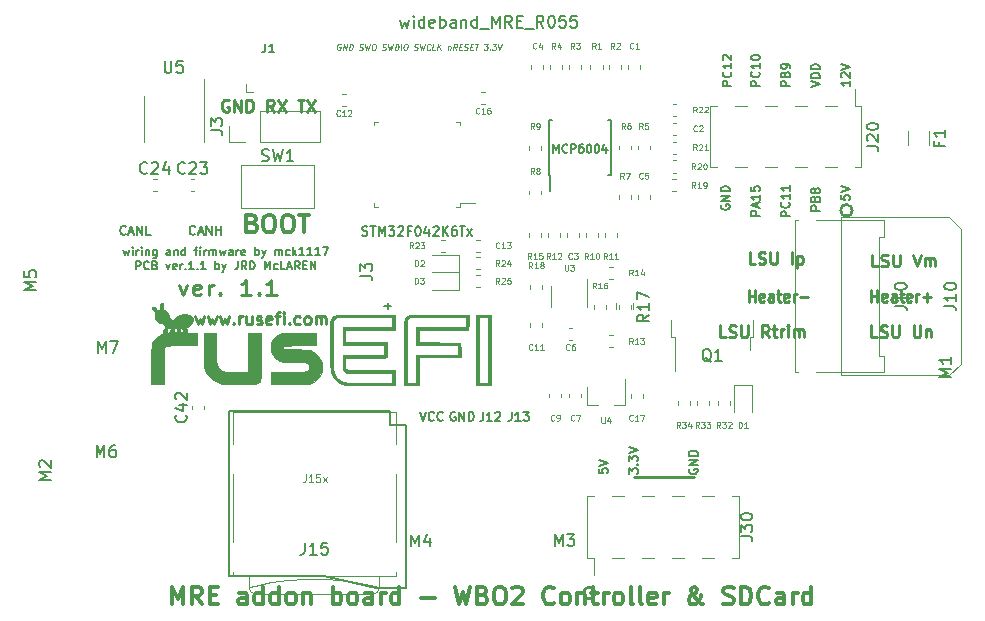
<source format=gbr>
G04 #@! TF.GenerationSoftware,KiCad,Pcbnew,5.1.5+dfsg1-2build2*
G04 #@! TF.CreationDate,2021-11-19T21:46:37+01:00*
G04 #@! TF.ProjectId,wideband_controller_mre,77696465-6261-46e6-945f-636f6e74726f,V1.0*
G04 #@! TF.SameCoordinates,Original*
G04 #@! TF.FileFunction,Legend,Top*
G04 #@! TF.FilePolarity,Positive*
%FSLAX46Y46*%
G04 Gerber Fmt 4.6, Leading zero omitted, Abs format (unit mm)*
G04 Created by KiCad (PCBNEW 5.1.5+dfsg1-2build2) date 2021-11-19 21:46:37*
%MOMM*%
%LPD*%
G04 APERTURE LIST*
%ADD10C,0.225000*%
%ADD11C,0.250000*%
%ADD12C,0.150000*%
%ADD13C,0.300000*%
%ADD14C,0.125000*%
%ADD15C,0.254000*%
%ADD16C,0.127000*%
%ADD17C,0.120000*%
%ADD18C,0.010000*%
%ADD19C,0.130000*%
%ADD20C,0.101600*%
G04 APERTURE END LIST*
D10*
X137271428Y-148052380D02*
X137271428Y-147052380D01*
X137271428Y-147528571D02*
X137785714Y-147528571D01*
X137785714Y-148052380D02*
X137785714Y-147052380D01*
X138557142Y-148004761D02*
X138471428Y-148052380D01*
X138300000Y-148052380D01*
X138214285Y-148004761D01*
X138171428Y-147909523D01*
X138171428Y-147528571D01*
X138214285Y-147433333D01*
X138300000Y-147385714D01*
X138471428Y-147385714D01*
X138557142Y-147433333D01*
X138600000Y-147528571D01*
X138600000Y-147623809D01*
X138171428Y-147719047D01*
X139371428Y-148052380D02*
X139371428Y-147528571D01*
X139328571Y-147433333D01*
X139242857Y-147385714D01*
X139071428Y-147385714D01*
X138985714Y-147433333D01*
X139371428Y-148004761D02*
X139285714Y-148052380D01*
X139071428Y-148052380D01*
X138985714Y-148004761D01*
X138942857Y-147909523D01*
X138942857Y-147814285D01*
X138985714Y-147719047D01*
X139071428Y-147671428D01*
X139285714Y-147671428D01*
X139371428Y-147623809D01*
X139671428Y-147385714D02*
X140014285Y-147385714D01*
X139800000Y-147052380D02*
X139800000Y-147909523D01*
X139842857Y-148004761D01*
X139928571Y-148052380D01*
X140014285Y-148052380D01*
X140657142Y-148004761D02*
X140571428Y-148052380D01*
X140400000Y-148052380D01*
X140314285Y-148004761D01*
X140271428Y-147909523D01*
X140271428Y-147528571D01*
X140314285Y-147433333D01*
X140400000Y-147385714D01*
X140571428Y-147385714D01*
X140657142Y-147433333D01*
X140700000Y-147528571D01*
X140700000Y-147623809D01*
X140271428Y-147719047D01*
X141085714Y-148052380D02*
X141085714Y-147385714D01*
X141085714Y-147576190D02*
X141128571Y-147480952D01*
X141171428Y-147433333D01*
X141257142Y-147385714D01*
X141342857Y-147385714D01*
X141642857Y-147671428D02*
X142328571Y-147671428D01*
D11*
X148152380Y-151052380D02*
X147676190Y-151052380D01*
X147676190Y-150052380D01*
X148438095Y-151004761D02*
X148580952Y-151052380D01*
X148819047Y-151052380D01*
X148914285Y-151004761D01*
X148961904Y-150957142D01*
X149009523Y-150861904D01*
X149009523Y-150766666D01*
X148961904Y-150671428D01*
X148914285Y-150623809D01*
X148819047Y-150576190D01*
X148628571Y-150528571D01*
X148533333Y-150480952D01*
X148485714Y-150433333D01*
X148438095Y-150338095D01*
X148438095Y-150242857D01*
X148485714Y-150147619D01*
X148533333Y-150100000D01*
X148628571Y-150052380D01*
X148866666Y-150052380D01*
X149009523Y-150100000D01*
X149438095Y-150052380D02*
X149438095Y-150861904D01*
X149485714Y-150957142D01*
X149533333Y-151004761D01*
X149628571Y-151052380D01*
X149819047Y-151052380D01*
X149914285Y-151004761D01*
X149961904Y-150957142D01*
X150009523Y-150861904D01*
X150009523Y-150052380D01*
X151247619Y-150052380D02*
X151247619Y-150861904D01*
X151295238Y-150957142D01*
X151342857Y-151004761D01*
X151438095Y-151052380D01*
X151628571Y-151052380D01*
X151723809Y-151004761D01*
X151771428Y-150957142D01*
X151819047Y-150861904D01*
X151819047Y-150052380D01*
X152295238Y-150385714D02*
X152295238Y-151052380D01*
X152295238Y-150480952D02*
X152342857Y-150433333D01*
X152438095Y-150385714D01*
X152580952Y-150385714D01*
X152676190Y-150433333D01*
X152723809Y-150528571D01*
X152723809Y-151052380D01*
X148233333Y-145052380D02*
X147757142Y-145052380D01*
X147757142Y-144052380D01*
X148519047Y-145004761D02*
X148661904Y-145052380D01*
X148900000Y-145052380D01*
X148995238Y-145004761D01*
X149042857Y-144957142D01*
X149090476Y-144861904D01*
X149090476Y-144766666D01*
X149042857Y-144671428D01*
X148995238Y-144623809D01*
X148900000Y-144576190D01*
X148709523Y-144528571D01*
X148614285Y-144480952D01*
X148566666Y-144433333D01*
X148519047Y-144338095D01*
X148519047Y-144242857D01*
X148566666Y-144147619D01*
X148614285Y-144100000D01*
X148709523Y-144052380D01*
X148947619Y-144052380D01*
X149090476Y-144100000D01*
X149519047Y-144052380D02*
X149519047Y-144861904D01*
X149566666Y-144957142D01*
X149614285Y-145004761D01*
X149709523Y-145052380D01*
X149900000Y-145052380D01*
X149995238Y-145004761D01*
X150042857Y-144957142D01*
X150090476Y-144861904D01*
X150090476Y-144052380D01*
X151185714Y-144052380D02*
X151519047Y-145052380D01*
X151852380Y-144052380D01*
X152185714Y-145052380D02*
X152185714Y-144385714D01*
X152185714Y-144480952D02*
X152233333Y-144433333D01*
X152328571Y-144385714D01*
X152471428Y-144385714D01*
X152566666Y-144433333D01*
X152614285Y-144528571D01*
X152614285Y-145052380D01*
X152614285Y-144528571D02*
X152661904Y-144433333D01*
X152757142Y-144385714D01*
X152900000Y-144385714D01*
X152995238Y-144433333D01*
X153042857Y-144528571D01*
X153042857Y-145052380D01*
X135328571Y-151052380D02*
X134852380Y-151052380D01*
X134852380Y-150052380D01*
X135614285Y-151004761D02*
X135757142Y-151052380D01*
X135995238Y-151052380D01*
X136090476Y-151004761D01*
X136138095Y-150957142D01*
X136185714Y-150861904D01*
X136185714Y-150766666D01*
X136138095Y-150671428D01*
X136090476Y-150623809D01*
X135995238Y-150576190D01*
X135804761Y-150528571D01*
X135709523Y-150480952D01*
X135661904Y-150433333D01*
X135614285Y-150338095D01*
X135614285Y-150242857D01*
X135661904Y-150147619D01*
X135709523Y-150100000D01*
X135804761Y-150052380D01*
X136042857Y-150052380D01*
X136185714Y-150100000D01*
X136614285Y-150052380D02*
X136614285Y-150861904D01*
X136661904Y-150957142D01*
X136709523Y-151004761D01*
X136804761Y-151052380D01*
X136995238Y-151052380D01*
X137090476Y-151004761D01*
X137138095Y-150957142D01*
X137185714Y-150861904D01*
X137185714Y-150052380D01*
X138995238Y-151052380D02*
X138661904Y-150576190D01*
X138423809Y-151052380D02*
X138423809Y-150052380D01*
X138804761Y-150052380D01*
X138900000Y-150100000D01*
X138947619Y-150147619D01*
X138995238Y-150242857D01*
X138995238Y-150385714D01*
X138947619Y-150480952D01*
X138900000Y-150528571D01*
X138804761Y-150576190D01*
X138423809Y-150576190D01*
X139280952Y-150385714D02*
X139661904Y-150385714D01*
X139423809Y-150052380D02*
X139423809Y-150909523D01*
X139471428Y-151004761D01*
X139566666Y-151052380D01*
X139661904Y-151052380D01*
X139995238Y-151052380D02*
X139995238Y-150385714D01*
X139995238Y-150576190D02*
X140042857Y-150480952D01*
X140090476Y-150433333D01*
X140185714Y-150385714D01*
X140280952Y-150385714D01*
X140614285Y-151052380D02*
X140614285Y-150385714D01*
X140614285Y-150052380D02*
X140566666Y-150100000D01*
X140614285Y-150147619D01*
X140661904Y-150100000D01*
X140614285Y-150052380D01*
X140614285Y-150147619D01*
X141090476Y-151052380D02*
X141090476Y-150385714D01*
X141090476Y-150480952D02*
X141138095Y-150433333D01*
X141233333Y-150385714D01*
X141376190Y-150385714D01*
X141471428Y-150433333D01*
X141519047Y-150528571D01*
X141519047Y-151052380D01*
X141519047Y-150528571D02*
X141566666Y-150433333D01*
X141661904Y-150385714D01*
X141804761Y-150385714D01*
X141900000Y-150433333D01*
X141947619Y-150528571D01*
X141947619Y-151052380D01*
D10*
X147671428Y-148052380D02*
X147671428Y-147052380D01*
X147671428Y-147528571D02*
X148185714Y-147528571D01*
X148185714Y-148052380D02*
X148185714Y-147052380D01*
X148957142Y-148004761D02*
X148871428Y-148052380D01*
X148700000Y-148052380D01*
X148614285Y-148004761D01*
X148571428Y-147909523D01*
X148571428Y-147528571D01*
X148614285Y-147433333D01*
X148700000Y-147385714D01*
X148871428Y-147385714D01*
X148957142Y-147433333D01*
X149000000Y-147528571D01*
X149000000Y-147623809D01*
X148571428Y-147719047D01*
X149771428Y-148052380D02*
X149771428Y-147528571D01*
X149728571Y-147433333D01*
X149642857Y-147385714D01*
X149471428Y-147385714D01*
X149385714Y-147433333D01*
X149771428Y-148004761D02*
X149685714Y-148052380D01*
X149471428Y-148052380D01*
X149385714Y-148004761D01*
X149342857Y-147909523D01*
X149342857Y-147814285D01*
X149385714Y-147719047D01*
X149471428Y-147671428D01*
X149685714Y-147671428D01*
X149771428Y-147623809D01*
X150071428Y-147385714D02*
X150414285Y-147385714D01*
X150200000Y-147052380D02*
X150200000Y-147909523D01*
X150242857Y-148004761D01*
X150328571Y-148052380D01*
X150414285Y-148052380D01*
X151057142Y-148004761D02*
X150971428Y-148052380D01*
X150800000Y-148052380D01*
X150714285Y-148004761D01*
X150671428Y-147909523D01*
X150671428Y-147528571D01*
X150714285Y-147433333D01*
X150800000Y-147385714D01*
X150971428Y-147385714D01*
X151057142Y-147433333D01*
X151100000Y-147528571D01*
X151100000Y-147623809D01*
X150671428Y-147719047D01*
X151485714Y-148052380D02*
X151485714Y-147385714D01*
X151485714Y-147576190D02*
X151528571Y-147480952D01*
X151571428Y-147433333D01*
X151657142Y-147385714D01*
X151742857Y-147385714D01*
X152042857Y-147671428D02*
X152728571Y-147671428D01*
X152385714Y-148052380D02*
X152385714Y-147290476D01*
D11*
X137838095Y-144852380D02*
X137361904Y-144852380D01*
X137361904Y-143852380D01*
X138123809Y-144804761D02*
X138266666Y-144852380D01*
X138504761Y-144852380D01*
X138600000Y-144804761D01*
X138647619Y-144757142D01*
X138695238Y-144661904D01*
X138695238Y-144566666D01*
X138647619Y-144471428D01*
X138600000Y-144423809D01*
X138504761Y-144376190D01*
X138314285Y-144328571D01*
X138219047Y-144280952D01*
X138171428Y-144233333D01*
X138123809Y-144138095D01*
X138123809Y-144042857D01*
X138171428Y-143947619D01*
X138219047Y-143900000D01*
X138314285Y-143852380D01*
X138552380Y-143852380D01*
X138695238Y-143900000D01*
X139123809Y-143852380D02*
X139123809Y-144661904D01*
X139171428Y-144757142D01*
X139219047Y-144804761D01*
X139314285Y-144852380D01*
X139504761Y-144852380D01*
X139600000Y-144804761D01*
X139647619Y-144757142D01*
X139695238Y-144661904D01*
X139695238Y-143852380D01*
X140933333Y-144852380D02*
X140933333Y-143852380D01*
X141409523Y-144185714D02*
X141409523Y-145185714D01*
X141409523Y-144233333D02*
X141504761Y-144185714D01*
X141695238Y-144185714D01*
X141790476Y-144233333D01*
X141838095Y-144280952D01*
X141885714Y-144376190D01*
X141885714Y-144661904D01*
X141838095Y-144757142D01*
X141790476Y-144804761D01*
X141695238Y-144852380D01*
X141504761Y-144852380D01*
X141409523Y-144804761D01*
X89021428Y-146642857D02*
X89378571Y-147442857D01*
X89735714Y-146642857D01*
X90878571Y-147385714D02*
X90735714Y-147442857D01*
X90450000Y-147442857D01*
X90307142Y-147385714D01*
X90235714Y-147271428D01*
X90235714Y-146814285D01*
X90307142Y-146700000D01*
X90450000Y-146642857D01*
X90735714Y-146642857D01*
X90878571Y-146700000D01*
X90950000Y-146814285D01*
X90950000Y-146928571D01*
X90235714Y-147042857D01*
X91592857Y-147442857D02*
X91592857Y-146642857D01*
X91592857Y-146871428D02*
X91664285Y-146757142D01*
X91735714Y-146700000D01*
X91878571Y-146642857D01*
X92021428Y-146642857D01*
X92521428Y-147328571D02*
X92592857Y-147385714D01*
X92521428Y-147442857D01*
X92450000Y-147385714D01*
X92521428Y-147328571D01*
X92521428Y-147442857D01*
X95164285Y-147442857D02*
X94307142Y-147442857D01*
X94735714Y-147442857D02*
X94735714Y-146242857D01*
X94592857Y-146414285D01*
X94450000Y-146528571D01*
X94307142Y-146585714D01*
X95807142Y-147328571D02*
X95878571Y-147385714D01*
X95807142Y-147442857D01*
X95735714Y-147385714D01*
X95807142Y-147328571D01*
X95807142Y-147442857D01*
X97307142Y-147442857D02*
X96450000Y-147442857D01*
X96878571Y-147442857D02*
X96878571Y-146242857D01*
X96735714Y-146414285D01*
X96592857Y-146528571D01*
X96450000Y-146585714D01*
D12*
X84316666Y-143650000D02*
X84450000Y-144116666D01*
X84583333Y-143783333D01*
X84716666Y-144116666D01*
X84850000Y-143650000D01*
X85116666Y-144116666D02*
X85116666Y-143650000D01*
X85116666Y-143416666D02*
X85083333Y-143450000D01*
X85116666Y-143483333D01*
X85150000Y-143450000D01*
X85116666Y-143416666D01*
X85116666Y-143483333D01*
X85450000Y-144116666D02*
X85450000Y-143650000D01*
X85450000Y-143783333D02*
X85483333Y-143716666D01*
X85516666Y-143683333D01*
X85583333Y-143650000D01*
X85650000Y-143650000D01*
X85883333Y-144116666D02*
X85883333Y-143650000D01*
X85883333Y-143416666D02*
X85850000Y-143450000D01*
X85883333Y-143483333D01*
X85916666Y-143450000D01*
X85883333Y-143416666D01*
X85883333Y-143483333D01*
X86216666Y-143650000D02*
X86216666Y-144116666D01*
X86216666Y-143716666D02*
X86250000Y-143683333D01*
X86316666Y-143650000D01*
X86416666Y-143650000D01*
X86483333Y-143683333D01*
X86516666Y-143750000D01*
X86516666Y-144116666D01*
X87150000Y-143650000D02*
X87150000Y-144216666D01*
X87116666Y-144283333D01*
X87083333Y-144316666D01*
X87016666Y-144350000D01*
X86916666Y-144350000D01*
X86850000Y-144316666D01*
X87150000Y-144083333D02*
X87083333Y-144116666D01*
X86950000Y-144116666D01*
X86883333Y-144083333D01*
X86850000Y-144050000D01*
X86816666Y-143983333D01*
X86816666Y-143783333D01*
X86850000Y-143716666D01*
X86883333Y-143683333D01*
X86950000Y-143650000D01*
X87083333Y-143650000D01*
X87150000Y-143683333D01*
X88316666Y-144116666D02*
X88316666Y-143750000D01*
X88283333Y-143683333D01*
X88216666Y-143650000D01*
X88083333Y-143650000D01*
X88016666Y-143683333D01*
X88316666Y-144083333D02*
X88250000Y-144116666D01*
X88083333Y-144116666D01*
X88016666Y-144083333D01*
X87983333Y-144016666D01*
X87983333Y-143950000D01*
X88016666Y-143883333D01*
X88083333Y-143850000D01*
X88250000Y-143850000D01*
X88316666Y-143816666D01*
X88650000Y-143650000D02*
X88650000Y-144116666D01*
X88650000Y-143716666D02*
X88683333Y-143683333D01*
X88750000Y-143650000D01*
X88850000Y-143650000D01*
X88916666Y-143683333D01*
X88950000Y-143750000D01*
X88950000Y-144116666D01*
X89583333Y-144116666D02*
X89583333Y-143416666D01*
X89583333Y-144083333D02*
X89516666Y-144116666D01*
X89383333Y-144116666D01*
X89316666Y-144083333D01*
X89283333Y-144050000D01*
X89250000Y-143983333D01*
X89250000Y-143783333D01*
X89283333Y-143716666D01*
X89316666Y-143683333D01*
X89383333Y-143650000D01*
X89516666Y-143650000D01*
X89583333Y-143683333D01*
X90350000Y-143650000D02*
X90616666Y-143650000D01*
X90450000Y-144116666D02*
X90450000Y-143516666D01*
X90483333Y-143450000D01*
X90550000Y-143416666D01*
X90616666Y-143416666D01*
X90850000Y-144116666D02*
X90850000Y-143650000D01*
X90850000Y-143416666D02*
X90816666Y-143450000D01*
X90850000Y-143483333D01*
X90883333Y-143450000D01*
X90850000Y-143416666D01*
X90850000Y-143483333D01*
X91183333Y-144116666D02*
X91183333Y-143650000D01*
X91183333Y-143783333D02*
X91216666Y-143716666D01*
X91250000Y-143683333D01*
X91316666Y-143650000D01*
X91383333Y-143650000D01*
X91616666Y-144116666D02*
X91616666Y-143650000D01*
X91616666Y-143716666D02*
X91650000Y-143683333D01*
X91716666Y-143650000D01*
X91816666Y-143650000D01*
X91883333Y-143683333D01*
X91916666Y-143750000D01*
X91916666Y-144116666D01*
X91916666Y-143750000D02*
X91950000Y-143683333D01*
X92016666Y-143650000D01*
X92116666Y-143650000D01*
X92183333Y-143683333D01*
X92216666Y-143750000D01*
X92216666Y-144116666D01*
X92483333Y-143650000D02*
X92616666Y-144116666D01*
X92750000Y-143783333D01*
X92883333Y-144116666D01*
X93016666Y-143650000D01*
X93583333Y-144116666D02*
X93583333Y-143750000D01*
X93550000Y-143683333D01*
X93483333Y-143650000D01*
X93350000Y-143650000D01*
X93283333Y-143683333D01*
X93583333Y-144083333D02*
X93516666Y-144116666D01*
X93350000Y-144116666D01*
X93283333Y-144083333D01*
X93250000Y-144016666D01*
X93250000Y-143950000D01*
X93283333Y-143883333D01*
X93350000Y-143850000D01*
X93516666Y-143850000D01*
X93583333Y-143816666D01*
X93916666Y-144116666D02*
X93916666Y-143650000D01*
X93916666Y-143783333D02*
X93950000Y-143716666D01*
X93983333Y-143683333D01*
X94050000Y-143650000D01*
X94116666Y-143650000D01*
X94616666Y-144083333D02*
X94550000Y-144116666D01*
X94416666Y-144116666D01*
X94350000Y-144083333D01*
X94316666Y-144016666D01*
X94316666Y-143750000D01*
X94350000Y-143683333D01*
X94416666Y-143650000D01*
X94550000Y-143650000D01*
X94616666Y-143683333D01*
X94650000Y-143750000D01*
X94650000Y-143816666D01*
X94316666Y-143883333D01*
X95483333Y-144116666D02*
X95483333Y-143416666D01*
X95483333Y-143683333D02*
X95550000Y-143650000D01*
X95683333Y-143650000D01*
X95750000Y-143683333D01*
X95783333Y-143716666D01*
X95816666Y-143783333D01*
X95816666Y-143983333D01*
X95783333Y-144050000D01*
X95750000Y-144083333D01*
X95683333Y-144116666D01*
X95550000Y-144116666D01*
X95483333Y-144083333D01*
X96050000Y-143650000D02*
X96216666Y-144116666D01*
X96383333Y-143650000D02*
X96216666Y-144116666D01*
X96150000Y-144283333D01*
X96116666Y-144316666D01*
X96050000Y-144350000D01*
X97183333Y-144116666D02*
X97183333Y-143650000D01*
X97183333Y-143716666D02*
X97216666Y-143683333D01*
X97283333Y-143650000D01*
X97383333Y-143650000D01*
X97450000Y-143683333D01*
X97483333Y-143750000D01*
X97483333Y-144116666D01*
X97483333Y-143750000D02*
X97516666Y-143683333D01*
X97583333Y-143650000D01*
X97683333Y-143650000D01*
X97750000Y-143683333D01*
X97783333Y-143750000D01*
X97783333Y-144116666D01*
X98416666Y-144083333D02*
X98350000Y-144116666D01*
X98216666Y-144116666D01*
X98150000Y-144083333D01*
X98116666Y-144050000D01*
X98083333Y-143983333D01*
X98083333Y-143783333D01*
X98116666Y-143716666D01*
X98150000Y-143683333D01*
X98216666Y-143650000D01*
X98350000Y-143650000D01*
X98416666Y-143683333D01*
X98716666Y-144116666D02*
X98716666Y-143416666D01*
X98783333Y-143850000D02*
X98983333Y-144116666D01*
X98983333Y-143650000D02*
X98716666Y-143916666D01*
X99650000Y-144116666D02*
X99250000Y-144116666D01*
X99450000Y-144116666D02*
X99450000Y-143416666D01*
X99383333Y-143516666D01*
X99316666Y-143583333D01*
X99250000Y-143616666D01*
X100316666Y-144116666D02*
X99916666Y-144116666D01*
X100116666Y-144116666D02*
X100116666Y-143416666D01*
X100050000Y-143516666D01*
X99983333Y-143583333D01*
X99916666Y-143616666D01*
X100983333Y-144116666D02*
X100583333Y-144116666D01*
X100783333Y-144116666D02*
X100783333Y-143416666D01*
X100716666Y-143516666D01*
X100650000Y-143583333D01*
X100583333Y-143616666D01*
X101216666Y-143416666D02*
X101683333Y-143416666D01*
X101383333Y-144116666D01*
X85400000Y-145316666D02*
X85400000Y-144616666D01*
X85666666Y-144616666D01*
X85733333Y-144650000D01*
X85766666Y-144683333D01*
X85800000Y-144750000D01*
X85800000Y-144850000D01*
X85766666Y-144916666D01*
X85733333Y-144950000D01*
X85666666Y-144983333D01*
X85400000Y-144983333D01*
X86500000Y-145250000D02*
X86466666Y-145283333D01*
X86366666Y-145316666D01*
X86300000Y-145316666D01*
X86200000Y-145283333D01*
X86133333Y-145216666D01*
X86100000Y-145150000D01*
X86066666Y-145016666D01*
X86066666Y-144916666D01*
X86100000Y-144783333D01*
X86133333Y-144716666D01*
X86200000Y-144650000D01*
X86300000Y-144616666D01*
X86366666Y-144616666D01*
X86466666Y-144650000D01*
X86500000Y-144683333D01*
X87033333Y-144950000D02*
X87133333Y-144983333D01*
X87166666Y-145016666D01*
X87200000Y-145083333D01*
X87200000Y-145183333D01*
X87166666Y-145250000D01*
X87133333Y-145283333D01*
X87066666Y-145316666D01*
X86800000Y-145316666D01*
X86800000Y-144616666D01*
X87033333Y-144616666D01*
X87100000Y-144650000D01*
X87133333Y-144683333D01*
X87166666Y-144750000D01*
X87166666Y-144816666D01*
X87133333Y-144883333D01*
X87100000Y-144916666D01*
X87033333Y-144950000D01*
X86800000Y-144950000D01*
X87966666Y-144850000D02*
X88133333Y-145316666D01*
X88300000Y-144850000D01*
X88833333Y-145283333D02*
X88766666Y-145316666D01*
X88633333Y-145316666D01*
X88566666Y-145283333D01*
X88533333Y-145216666D01*
X88533333Y-144950000D01*
X88566666Y-144883333D01*
X88633333Y-144850000D01*
X88766666Y-144850000D01*
X88833333Y-144883333D01*
X88866666Y-144950000D01*
X88866666Y-145016666D01*
X88533333Y-145083333D01*
X89166666Y-145316666D02*
X89166666Y-144850000D01*
X89166666Y-144983333D02*
X89200000Y-144916666D01*
X89233333Y-144883333D01*
X89300000Y-144850000D01*
X89366666Y-144850000D01*
X89600000Y-145250000D02*
X89633333Y-145283333D01*
X89600000Y-145316666D01*
X89566666Y-145283333D01*
X89600000Y-145250000D01*
X89600000Y-145316666D01*
X90300000Y-145316666D02*
X89900000Y-145316666D01*
X90100000Y-145316666D02*
X90100000Y-144616666D01*
X90033333Y-144716666D01*
X89966666Y-144783333D01*
X89900000Y-144816666D01*
X90600000Y-145250000D02*
X90633333Y-145283333D01*
X90600000Y-145316666D01*
X90566666Y-145283333D01*
X90600000Y-145250000D01*
X90600000Y-145316666D01*
X91300000Y-145316666D02*
X90900000Y-145316666D01*
X91100000Y-145316666D02*
X91100000Y-144616666D01*
X91033333Y-144716666D01*
X90966666Y-144783333D01*
X90900000Y-144816666D01*
X92133333Y-145316666D02*
X92133333Y-144616666D01*
X92133333Y-144883333D02*
X92200000Y-144850000D01*
X92333333Y-144850000D01*
X92400000Y-144883333D01*
X92433333Y-144916666D01*
X92466666Y-144983333D01*
X92466666Y-145183333D01*
X92433333Y-145250000D01*
X92400000Y-145283333D01*
X92333333Y-145316666D01*
X92200000Y-145316666D01*
X92133333Y-145283333D01*
X92700000Y-144850000D02*
X92866666Y-145316666D01*
X93033333Y-144850000D02*
X92866666Y-145316666D01*
X92800000Y-145483333D01*
X92766666Y-145516666D01*
X92700000Y-145550000D01*
X94033333Y-144616666D02*
X94033333Y-145116666D01*
X94000000Y-145216666D01*
X93933333Y-145283333D01*
X93833333Y-145316666D01*
X93766666Y-145316666D01*
X94766666Y-145316666D02*
X94533333Y-144983333D01*
X94366666Y-145316666D02*
X94366666Y-144616666D01*
X94633333Y-144616666D01*
X94700000Y-144650000D01*
X94733333Y-144683333D01*
X94766666Y-144750000D01*
X94766666Y-144850000D01*
X94733333Y-144916666D01*
X94700000Y-144950000D01*
X94633333Y-144983333D01*
X94366666Y-144983333D01*
X95066666Y-145316666D02*
X95066666Y-144616666D01*
X95233333Y-144616666D01*
X95333333Y-144650000D01*
X95400000Y-144716666D01*
X95433333Y-144783333D01*
X95466666Y-144916666D01*
X95466666Y-145016666D01*
X95433333Y-145150000D01*
X95400000Y-145216666D01*
X95333333Y-145283333D01*
X95233333Y-145316666D01*
X95066666Y-145316666D01*
X96300000Y-145316666D02*
X96300000Y-144616666D01*
X96533333Y-145116666D01*
X96766666Y-144616666D01*
X96766666Y-145316666D01*
X97400000Y-145283333D02*
X97333333Y-145316666D01*
X97200000Y-145316666D01*
X97133333Y-145283333D01*
X97100000Y-145250000D01*
X97066666Y-145183333D01*
X97066666Y-144983333D01*
X97100000Y-144916666D01*
X97133333Y-144883333D01*
X97200000Y-144850000D01*
X97333333Y-144850000D01*
X97400000Y-144883333D01*
X98033333Y-145316666D02*
X97700000Y-145316666D01*
X97700000Y-144616666D01*
X98233333Y-145116666D02*
X98566666Y-145116666D01*
X98166666Y-145316666D02*
X98400000Y-144616666D01*
X98633333Y-145316666D01*
X99266666Y-145316666D02*
X99033333Y-144983333D01*
X98866666Y-145316666D02*
X98866666Y-144616666D01*
X99133333Y-144616666D01*
X99200000Y-144650000D01*
X99233333Y-144683333D01*
X99266666Y-144750000D01*
X99266666Y-144850000D01*
X99233333Y-144916666D01*
X99200000Y-144950000D01*
X99133333Y-144983333D01*
X98866666Y-144983333D01*
X99566666Y-144950000D02*
X99800000Y-144950000D01*
X99900000Y-145316666D02*
X99566666Y-145316666D01*
X99566666Y-144616666D01*
X99900000Y-144616666D01*
X100200000Y-145316666D02*
X100200000Y-144616666D01*
X100600000Y-145316666D01*
X100600000Y-144616666D01*
D11*
X90428571Y-149285714D02*
X90619047Y-149952380D01*
X90809523Y-149476190D01*
X91000000Y-149952380D01*
X91190476Y-149285714D01*
X91476190Y-149285714D02*
X91666666Y-149952380D01*
X91857142Y-149476190D01*
X92047619Y-149952380D01*
X92238095Y-149285714D01*
X92523809Y-149285714D02*
X92714285Y-149952380D01*
X92904761Y-149476190D01*
X93095238Y-149952380D01*
X93285714Y-149285714D01*
X93666666Y-149857142D02*
X93714285Y-149904761D01*
X93666666Y-149952380D01*
X93619047Y-149904761D01*
X93666666Y-149857142D01*
X93666666Y-149952380D01*
X94142857Y-149952380D02*
X94142857Y-149285714D01*
X94142857Y-149476190D02*
X94190476Y-149380952D01*
X94238095Y-149333333D01*
X94333333Y-149285714D01*
X94428571Y-149285714D01*
X95190476Y-149285714D02*
X95190476Y-149952380D01*
X94761904Y-149285714D02*
X94761904Y-149809523D01*
X94809523Y-149904761D01*
X94904761Y-149952380D01*
X95047619Y-149952380D01*
X95142857Y-149904761D01*
X95190476Y-149857142D01*
X95619047Y-149904761D02*
X95714285Y-149952380D01*
X95904761Y-149952380D01*
X96000000Y-149904761D01*
X96047619Y-149809523D01*
X96047619Y-149761904D01*
X96000000Y-149666666D01*
X95904761Y-149619047D01*
X95761904Y-149619047D01*
X95666666Y-149571428D01*
X95619047Y-149476190D01*
X95619047Y-149428571D01*
X95666666Y-149333333D01*
X95761904Y-149285714D01*
X95904761Y-149285714D01*
X96000000Y-149333333D01*
X96857142Y-149904761D02*
X96761904Y-149952380D01*
X96571428Y-149952380D01*
X96476190Y-149904761D01*
X96428571Y-149809523D01*
X96428571Y-149428571D01*
X96476190Y-149333333D01*
X96571428Y-149285714D01*
X96761904Y-149285714D01*
X96857142Y-149333333D01*
X96904761Y-149428571D01*
X96904761Y-149523809D01*
X96428571Y-149619047D01*
X97190476Y-149285714D02*
X97571428Y-149285714D01*
X97333333Y-149952380D02*
X97333333Y-149095238D01*
X97380952Y-149000000D01*
X97476190Y-148952380D01*
X97571428Y-148952380D01*
X97904761Y-149952380D02*
X97904761Y-149285714D01*
X97904761Y-148952380D02*
X97857142Y-149000000D01*
X97904761Y-149047619D01*
X97952380Y-149000000D01*
X97904761Y-148952380D01*
X97904761Y-149047619D01*
X98380952Y-149857142D02*
X98428571Y-149904761D01*
X98380952Y-149952380D01*
X98333333Y-149904761D01*
X98380952Y-149857142D01*
X98380952Y-149952380D01*
X99285714Y-149904761D02*
X99190476Y-149952380D01*
X99000000Y-149952380D01*
X98904761Y-149904761D01*
X98857142Y-149857142D01*
X98809523Y-149761904D01*
X98809523Y-149476190D01*
X98857142Y-149380952D01*
X98904761Y-149333333D01*
X99000000Y-149285714D01*
X99190476Y-149285714D01*
X99285714Y-149333333D01*
X99857142Y-149952380D02*
X99761904Y-149904761D01*
X99714285Y-149857142D01*
X99666666Y-149761904D01*
X99666666Y-149476190D01*
X99714285Y-149380952D01*
X99761904Y-149333333D01*
X99857142Y-149285714D01*
X100000000Y-149285714D01*
X100095238Y-149333333D01*
X100142857Y-149380952D01*
X100190476Y-149476190D01*
X100190476Y-149761904D01*
X100142857Y-149857142D01*
X100095238Y-149904761D01*
X100000000Y-149952380D01*
X99857142Y-149952380D01*
X100619047Y-149952380D02*
X100619047Y-149285714D01*
X100619047Y-149380952D02*
X100666666Y-149333333D01*
X100761904Y-149285714D01*
X100904761Y-149285714D01*
X101000000Y-149333333D01*
X101047619Y-149428571D01*
X101047619Y-149952380D01*
X101047619Y-149428571D02*
X101095238Y-149333333D01*
X101190476Y-149285714D01*
X101333333Y-149285714D01*
X101428571Y-149333333D01*
X101476190Y-149428571D01*
X101476190Y-149952380D01*
D13*
X88428571Y-173678571D02*
X88428571Y-172178571D01*
X88928571Y-173250000D01*
X89428571Y-172178571D01*
X89428571Y-173678571D01*
X91000000Y-173678571D02*
X90500000Y-172964285D01*
X90142857Y-173678571D02*
X90142857Y-172178571D01*
X90714285Y-172178571D01*
X90857142Y-172250000D01*
X90928571Y-172321428D01*
X91000000Y-172464285D01*
X91000000Y-172678571D01*
X90928571Y-172821428D01*
X90857142Y-172892857D01*
X90714285Y-172964285D01*
X90142857Y-172964285D01*
X91642857Y-172892857D02*
X92142857Y-172892857D01*
X92357142Y-173678571D02*
X91642857Y-173678571D01*
X91642857Y-172178571D01*
X92357142Y-172178571D01*
X94785714Y-173678571D02*
X94785714Y-172892857D01*
X94714285Y-172750000D01*
X94571428Y-172678571D01*
X94285714Y-172678571D01*
X94142857Y-172750000D01*
X94785714Y-173607142D02*
X94642857Y-173678571D01*
X94285714Y-173678571D01*
X94142857Y-173607142D01*
X94071428Y-173464285D01*
X94071428Y-173321428D01*
X94142857Y-173178571D01*
X94285714Y-173107142D01*
X94642857Y-173107142D01*
X94785714Y-173035714D01*
X96142857Y-173678571D02*
X96142857Y-172178571D01*
X96142857Y-173607142D02*
X96000000Y-173678571D01*
X95714285Y-173678571D01*
X95571428Y-173607142D01*
X95500000Y-173535714D01*
X95428571Y-173392857D01*
X95428571Y-172964285D01*
X95500000Y-172821428D01*
X95571428Y-172750000D01*
X95714285Y-172678571D01*
X96000000Y-172678571D01*
X96142857Y-172750000D01*
X97500000Y-173678571D02*
X97500000Y-172178571D01*
X97500000Y-173607142D02*
X97357142Y-173678571D01*
X97071428Y-173678571D01*
X96928571Y-173607142D01*
X96857142Y-173535714D01*
X96785714Y-173392857D01*
X96785714Y-172964285D01*
X96857142Y-172821428D01*
X96928571Y-172750000D01*
X97071428Y-172678571D01*
X97357142Y-172678571D01*
X97500000Y-172750000D01*
X98428571Y-173678571D02*
X98285714Y-173607142D01*
X98214285Y-173535714D01*
X98142857Y-173392857D01*
X98142857Y-172964285D01*
X98214285Y-172821428D01*
X98285714Y-172750000D01*
X98428571Y-172678571D01*
X98642857Y-172678571D01*
X98785714Y-172750000D01*
X98857142Y-172821428D01*
X98928571Y-172964285D01*
X98928571Y-173392857D01*
X98857142Y-173535714D01*
X98785714Y-173607142D01*
X98642857Y-173678571D01*
X98428571Y-173678571D01*
X99571428Y-172678571D02*
X99571428Y-173678571D01*
X99571428Y-172821428D02*
X99642857Y-172750000D01*
X99785714Y-172678571D01*
X100000000Y-172678571D01*
X100142857Y-172750000D01*
X100214285Y-172892857D01*
X100214285Y-173678571D01*
X102071428Y-173678571D02*
X102071428Y-172178571D01*
X102071428Y-172750000D02*
X102214285Y-172678571D01*
X102499999Y-172678571D01*
X102642857Y-172750000D01*
X102714285Y-172821428D01*
X102785714Y-172964285D01*
X102785714Y-173392857D01*
X102714285Y-173535714D01*
X102642857Y-173607142D01*
X102499999Y-173678571D01*
X102214285Y-173678571D01*
X102071428Y-173607142D01*
X103642857Y-173678571D02*
X103499999Y-173607142D01*
X103428571Y-173535714D01*
X103357142Y-173392857D01*
X103357142Y-172964285D01*
X103428571Y-172821428D01*
X103499999Y-172750000D01*
X103642857Y-172678571D01*
X103857142Y-172678571D01*
X103999999Y-172750000D01*
X104071428Y-172821428D01*
X104142857Y-172964285D01*
X104142857Y-173392857D01*
X104071428Y-173535714D01*
X103999999Y-173607142D01*
X103857142Y-173678571D01*
X103642857Y-173678571D01*
X105428571Y-173678571D02*
X105428571Y-172892857D01*
X105357142Y-172750000D01*
X105214285Y-172678571D01*
X104928571Y-172678571D01*
X104785714Y-172750000D01*
X105428571Y-173607142D02*
X105285714Y-173678571D01*
X104928571Y-173678571D01*
X104785714Y-173607142D01*
X104714285Y-173464285D01*
X104714285Y-173321428D01*
X104785714Y-173178571D01*
X104928571Y-173107142D01*
X105285714Y-173107142D01*
X105428571Y-173035714D01*
X106142857Y-173678571D02*
X106142857Y-172678571D01*
X106142857Y-172964285D02*
X106214285Y-172821428D01*
X106285714Y-172750000D01*
X106428571Y-172678571D01*
X106571428Y-172678571D01*
X107714285Y-173678571D02*
X107714285Y-172178571D01*
X107714285Y-173607142D02*
X107571428Y-173678571D01*
X107285714Y-173678571D01*
X107142857Y-173607142D01*
X107071428Y-173535714D01*
X107000000Y-173392857D01*
X107000000Y-172964285D01*
X107071428Y-172821428D01*
X107142857Y-172750000D01*
X107285714Y-172678571D01*
X107571428Y-172678571D01*
X107714285Y-172750000D01*
X109571428Y-173107142D02*
X110714285Y-173107142D01*
X112428571Y-172178571D02*
X112785714Y-173678571D01*
X113071428Y-172607142D01*
X113357142Y-173678571D01*
X113714285Y-172178571D01*
X114785714Y-172892857D02*
X114999999Y-172964285D01*
X115071428Y-173035714D01*
X115142857Y-173178571D01*
X115142857Y-173392857D01*
X115071428Y-173535714D01*
X114999999Y-173607142D01*
X114857142Y-173678571D01*
X114285714Y-173678571D01*
X114285714Y-172178571D01*
X114785714Y-172178571D01*
X114928571Y-172250000D01*
X114999999Y-172321428D01*
X115071428Y-172464285D01*
X115071428Y-172607142D01*
X114999999Y-172750000D01*
X114928571Y-172821428D01*
X114785714Y-172892857D01*
X114285714Y-172892857D01*
X116071428Y-172178571D02*
X116357142Y-172178571D01*
X116499999Y-172250000D01*
X116642857Y-172392857D01*
X116714285Y-172678571D01*
X116714285Y-173178571D01*
X116642857Y-173464285D01*
X116499999Y-173607142D01*
X116357142Y-173678571D01*
X116071428Y-173678571D01*
X115928571Y-173607142D01*
X115785714Y-173464285D01*
X115714285Y-173178571D01*
X115714285Y-172678571D01*
X115785714Y-172392857D01*
X115928571Y-172250000D01*
X116071428Y-172178571D01*
X117285714Y-172321428D02*
X117357142Y-172250000D01*
X117499999Y-172178571D01*
X117857142Y-172178571D01*
X117999999Y-172250000D01*
X118071428Y-172321428D01*
X118142857Y-172464285D01*
X118142857Y-172607142D01*
X118071428Y-172821428D01*
X117214285Y-173678571D01*
X118142857Y-173678571D01*
X120785714Y-173535714D02*
X120714285Y-173607142D01*
X120499999Y-173678571D01*
X120357142Y-173678571D01*
X120142857Y-173607142D01*
X119999999Y-173464285D01*
X119928571Y-173321428D01*
X119857142Y-173035714D01*
X119857142Y-172821428D01*
X119928571Y-172535714D01*
X119999999Y-172392857D01*
X120142857Y-172250000D01*
X120357142Y-172178571D01*
X120499999Y-172178571D01*
X120714285Y-172250000D01*
X120785714Y-172321428D01*
X121642857Y-173678571D02*
X121499999Y-173607142D01*
X121428571Y-173535714D01*
X121357142Y-173392857D01*
X121357142Y-172964285D01*
X121428571Y-172821428D01*
X121499999Y-172750000D01*
X121642857Y-172678571D01*
X121857142Y-172678571D01*
X121999999Y-172750000D01*
X122071428Y-172821428D01*
X122142857Y-172964285D01*
X122142857Y-173392857D01*
X122071428Y-173535714D01*
X121999999Y-173607142D01*
X121857142Y-173678571D01*
X121642857Y-173678571D01*
X122785714Y-172678571D02*
X122785714Y-173678571D01*
X122785714Y-172821428D02*
X122857142Y-172750000D01*
X123000000Y-172678571D01*
X123214285Y-172678571D01*
X123357142Y-172750000D01*
X123428571Y-172892857D01*
X123428571Y-173678571D01*
X123928571Y-172678571D02*
X124500000Y-172678571D01*
X124142857Y-172178571D02*
X124142857Y-173464285D01*
X124214285Y-173607142D01*
X124357142Y-173678571D01*
X124500000Y-173678571D01*
X125000000Y-173678571D02*
X125000000Y-172678571D01*
X125000000Y-172964285D02*
X125071428Y-172821428D01*
X125142857Y-172750000D01*
X125285714Y-172678571D01*
X125428571Y-172678571D01*
X126142857Y-173678571D02*
X125999999Y-173607142D01*
X125928571Y-173535714D01*
X125857142Y-173392857D01*
X125857142Y-172964285D01*
X125928571Y-172821428D01*
X125999999Y-172750000D01*
X126142857Y-172678571D01*
X126357142Y-172678571D01*
X126499999Y-172750000D01*
X126571428Y-172821428D01*
X126642857Y-172964285D01*
X126642857Y-173392857D01*
X126571428Y-173535714D01*
X126499999Y-173607142D01*
X126357142Y-173678571D01*
X126142857Y-173678571D01*
X127500000Y-173678571D02*
X127357142Y-173607142D01*
X127285714Y-173464285D01*
X127285714Y-172178571D01*
X128285714Y-173678571D02*
X128142857Y-173607142D01*
X128071428Y-173464285D01*
X128071428Y-172178571D01*
X129428571Y-173607142D02*
X129285714Y-173678571D01*
X128999999Y-173678571D01*
X128857142Y-173607142D01*
X128785714Y-173464285D01*
X128785714Y-172892857D01*
X128857142Y-172750000D01*
X128999999Y-172678571D01*
X129285714Y-172678571D01*
X129428571Y-172750000D01*
X129499999Y-172892857D01*
X129499999Y-173035714D01*
X128785714Y-173178571D01*
X130142857Y-173678571D02*
X130142857Y-172678571D01*
X130142857Y-172964285D02*
X130214285Y-172821428D01*
X130285714Y-172750000D01*
X130428571Y-172678571D01*
X130571428Y-172678571D01*
X133428571Y-173678571D02*
X133357142Y-173678571D01*
X133214285Y-173607142D01*
X132999999Y-173392857D01*
X132642857Y-172964285D01*
X132499999Y-172750000D01*
X132428571Y-172535714D01*
X132428571Y-172392857D01*
X132499999Y-172250000D01*
X132642857Y-172178571D01*
X132714285Y-172178571D01*
X132857142Y-172250000D01*
X132928571Y-172392857D01*
X132928571Y-172464285D01*
X132857142Y-172607142D01*
X132785714Y-172678571D01*
X132357142Y-172964285D01*
X132285714Y-173035714D01*
X132214285Y-173178571D01*
X132214285Y-173392857D01*
X132285714Y-173535714D01*
X132357142Y-173607142D01*
X132499999Y-173678571D01*
X132714285Y-173678571D01*
X132857142Y-173607142D01*
X132928571Y-173535714D01*
X133142857Y-173250000D01*
X133214285Y-173035714D01*
X133214285Y-172892857D01*
X135142857Y-173607142D02*
X135357142Y-173678571D01*
X135714285Y-173678571D01*
X135857142Y-173607142D01*
X135928571Y-173535714D01*
X135999999Y-173392857D01*
X135999999Y-173250000D01*
X135928571Y-173107142D01*
X135857142Y-173035714D01*
X135714285Y-172964285D01*
X135428571Y-172892857D01*
X135285714Y-172821428D01*
X135214285Y-172750000D01*
X135142857Y-172607142D01*
X135142857Y-172464285D01*
X135214285Y-172321428D01*
X135285714Y-172250000D01*
X135428571Y-172178571D01*
X135785714Y-172178571D01*
X135999999Y-172250000D01*
X136642857Y-173678571D02*
X136642857Y-172178571D01*
X136999999Y-172178571D01*
X137214285Y-172250000D01*
X137357142Y-172392857D01*
X137428571Y-172535714D01*
X137499999Y-172821428D01*
X137499999Y-173035714D01*
X137428571Y-173321428D01*
X137357142Y-173464285D01*
X137214285Y-173607142D01*
X136999999Y-173678571D01*
X136642857Y-173678571D01*
X138999999Y-173535714D02*
X138928571Y-173607142D01*
X138714285Y-173678571D01*
X138571428Y-173678571D01*
X138357142Y-173607142D01*
X138214285Y-173464285D01*
X138142857Y-173321428D01*
X138071428Y-173035714D01*
X138071428Y-172821428D01*
X138142857Y-172535714D01*
X138214285Y-172392857D01*
X138357142Y-172250000D01*
X138571428Y-172178571D01*
X138714285Y-172178571D01*
X138928571Y-172250000D01*
X138999999Y-172321428D01*
X140285714Y-173678571D02*
X140285714Y-172892857D01*
X140214285Y-172750000D01*
X140071428Y-172678571D01*
X139785714Y-172678571D01*
X139642857Y-172750000D01*
X140285714Y-173607142D02*
X140142857Y-173678571D01*
X139785714Y-173678571D01*
X139642857Y-173607142D01*
X139571428Y-173464285D01*
X139571428Y-173321428D01*
X139642857Y-173178571D01*
X139785714Y-173107142D01*
X140142857Y-173107142D01*
X140285714Y-173035714D01*
X140999999Y-173678571D02*
X140999999Y-172678571D01*
X140999999Y-172964285D02*
X141071428Y-172821428D01*
X141142857Y-172750000D01*
X141285714Y-172678571D01*
X141428571Y-172678571D01*
X142571428Y-173678571D02*
X142571428Y-172178571D01*
X142571428Y-173607142D02*
X142428571Y-173678571D01*
X142142857Y-173678571D01*
X141999999Y-173607142D01*
X141928571Y-173535714D01*
X141857142Y-173392857D01*
X141857142Y-172964285D01*
X141928571Y-172821428D01*
X141999999Y-172750000D01*
X142142857Y-172678571D01*
X142428571Y-172678571D01*
X142571428Y-172750000D01*
D14*
X102738802Y-126250000D02*
X102694159Y-126226190D01*
X102622730Y-126226190D01*
X102548325Y-126250000D01*
X102494754Y-126297619D01*
X102464992Y-126345238D01*
X102429278Y-126440476D01*
X102420349Y-126511904D01*
X102432254Y-126607142D01*
X102450111Y-126654761D01*
X102491778Y-126702380D01*
X102560230Y-126726190D01*
X102607849Y-126726190D01*
X102682254Y-126702380D01*
X102709040Y-126678571D01*
X102729873Y-126511904D01*
X102634635Y-126511904D01*
X102917373Y-126726190D02*
X102979873Y-126226190D01*
X103203087Y-126726190D01*
X103265587Y-126226190D01*
X103441183Y-126726190D02*
X103503683Y-126226190D01*
X103622730Y-126226190D01*
X103691183Y-126250000D01*
X103732849Y-126297619D01*
X103750706Y-126345238D01*
X103762611Y-126440476D01*
X103753683Y-126511904D01*
X103717968Y-126607142D01*
X103688206Y-126654761D01*
X103634635Y-126702380D01*
X103560230Y-126726190D01*
X103441183Y-126726190D01*
X104301302Y-126702380D02*
X104369754Y-126726190D01*
X104488802Y-126726190D01*
X104539397Y-126702380D01*
X104566183Y-126678571D01*
X104595944Y-126630952D01*
X104601897Y-126583333D01*
X104584040Y-126535714D01*
X104563206Y-126511904D01*
X104518563Y-126488095D01*
X104426302Y-126464285D01*
X104381659Y-126440476D01*
X104360825Y-126416666D01*
X104342968Y-126369047D01*
X104348921Y-126321428D01*
X104378683Y-126273809D01*
X104405468Y-126250000D01*
X104456063Y-126226190D01*
X104575111Y-126226190D01*
X104643563Y-126250000D01*
X104813206Y-126226190D02*
X104869754Y-126726190D01*
X105009635Y-126369047D01*
X105060230Y-126726190D01*
X105241778Y-126226190D01*
X105527492Y-126226190D02*
X105622730Y-126226190D01*
X105667373Y-126250000D01*
X105709040Y-126297619D01*
X105720944Y-126392857D01*
X105700111Y-126559523D01*
X105664397Y-126654761D01*
X105610825Y-126702380D01*
X105560230Y-126726190D01*
X105464992Y-126726190D01*
X105420349Y-126702380D01*
X105378683Y-126654761D01*
X105366778Y-126559523D01*
X105387611Y-126392857D01*
X105423325Y-126297619D01*
X105476897Y-126250000D01*
X105527492Y-126226190D01*
X106253683Y-126702380D02*
X106322135Y-126726190D01*
X106441183Y-126726190D01*
X106491778Y-126702380D01*
X106518563Y-126678571D01*
X106548325Y-126630952D01*
X106554278Y-126583333D01*
X106536421Y-126535714D01*
X106515587Y-126511904D01*
X106470944Y-126488095D01*
X106378683Y-126464285D01*
X106334040Y-126440476D01*
X106313206Y-126416666D01*
X106295349Y-126369047D01*
X106301302Y-126321428D01*
X106331063Y-126273809D01*
X106357849Y-126250000D01*
X106408444Y-126226190D01*
X106527492Y-126226190D01*
X106595944Y-126250000D01*
X106765587Y-126226190D02*
X106822135Y-126726190D01*
X106962016Y-126369047D01*
X107012611Y-126726190D01*
X107194159Y-126226190D01*
X107322135Y-126726190D02*
X107384635Y-126226190D01*
X107503683Y-126226190D01*
X107572135Y-126250000D01*
X107613802Y-126297619D01*
X107631659Y-126345238D01*
X107643563Y-126440476D01*
X107634635Y-126511904D01*
X107598921Y-126607142D01*
X107569159Y-126654761D01*
X107515587Y-126702380D01*
X107441183Y-126726190D01*
X107322135Y-126726190D01*
X107822135Y-126726190D02*
X107884635Y-126226190D01*
X108217968Y-126226190D02*
X108313206Y-126226190D01*
X108357849Y-126250000D01*
X108399516Y-126297619D01*
X108411421Y-126392857D01*
X108390587Y-126559523D01*
X108354873Y-126654761D01*
X108301302Y-126702380D01*
X108250706Y-126726190D01*
X108155468Y-126726190D01*
X108110825Y-126702380D01*
X108069159Y-126654761D01*
X108057254Y-126559523D01*
X108078087Y-126392857D01*
X108113802Y-126297619D01*
X108167373Y-126250000D01*
X108217968Y-126226190D01*
X108944159Y-126702380D02*
X109012611Y-126726190D01*
X109131659Y-126726190D01*
X109182254Y-126702380D01*
X109209040Y-126678571D01*
X109238802Y-126630952D01*
X109244754Y-126583333D01*
X109226897Y-126535714D01*
X109206063Y-126511904D01*
X109161421Y-126488095D01*
X109069159Y-126464285D01*
X109024516Y-126440476D01*
X109003683Y-126416666D01*
X108985825Y-126369047D01*
X108991778Y-126321428D01*
X109021540Y-126273809D01*
X109048325Y-126250000D01*
X109098921Y-126226190D01*
X109217968Y-126226190D01*
X109286421Y-126250000D01*
X109456063Y-126226190D02*
X109512611Y-126726190D01*
X109652492Y-126369047D01*
X109703087Y-126726190D01*
X109884635Y-126226190D01*
X110304278Y-126678571D02*
X110277492Y-126702380D01*
X110203087Y-126726190D01*
X110155468Y-126726190D01*
X110087016Y-126702380D01*
X110045349Y-126654761D01*
X110027492Y-126607142D01*
X110015587Y-126511904D01*
X110024516Y-126440476D01*
X110060230Y-126345238D01*
X110089992Y-126297619D01*
X110143563Y-126250000D01*
X110217968Y-126226190D01*
X110265587Y-126226190D01*
X110334040Y-126250000D01*
X110354873Y-126273809D01*
X110750706Y-126726190D02*
X110512611Y-126726190D01*
X110575111Y-126226190D01*
X110917373Y-126726190D02*
X110979873Y-126226190D01*
X111203087Y-126726190D02*
X111024516Y-126440476D01*
X111265587Y-126226190D02*
X110944159Y-126511904D01*
X111839992Y-126392857D02*
X111798325Y-126726190D01*
X111834040Y-126440476D02*
X111860825Y-126416666D01*
X111911421Y-126392857D01*
X111982849Y-126392857D01*
X112027492Y-126416666D01*
X112045349Y-126464285D01*
X112012611Y-126726190D01*
X112536421Y-126726190D02*
X112399516Y-126488095D01*
X112250706Y-126726190D02*
X112313206Y-126226190D01*
X112503683Y-126226190D01*
X112548325Y-126250000D01*
X112569159Y-126273809D01*
X112587016Y-126321428D01*
X112578087Y-126392857D01*
X112548325Y-126440476D01*
X112521540Y-126464285D01*
X112470944Y-126488095D01*
X112280468Y-126488095D01*
X112783444Y-126464285D02*
X112950111Y-126464285D01*
X112988802Y-126726190D02*
X112750706Y-126726190D01*
X112813206Y-126226190D01*
X113051302Y-126226190D01*
X113182254Y-126702380D02*
X113250706Y-126726190D01*
X113369754Y-126726190D01*
X113420349Y-126702380D01*
X113447135Y-126678571D01*
X113476897Y-126630952D01*
X113482849Y-126583333D01*
X113464992Y-126535714D01*
X113444159Y-126511904D01*
X113399516Y-126488095D01*
X113307254Y-126464285D01*
X113262611Y-126440476D01*
X113241778Y-126416666D01*
X113223921Y-126369047D01*
X113229873Y-126321428D01*
X113259635Y-126273809D01*
X113286421Y-126250000D01*
X113337016Y-126226190D01*
X113456063Y-126226190D01*
X113524516Y-126250000D01*
X113712016Y-126464285D02*
X113878683Y-126464285D01*
X113917373Y-126726190D02*
X113679278Y-126726190D01*
X113741778Y-126226190D01*
X113979873Y-126226190D01*
X114122730Y-126226190D02*
X114408444Y-126226190D01*
X114203087Y-126726190D02*
X114265587Y-126226190D01*
X114908444Y-126226190D02*
X115217968Y-126226190D01*
X115027492Y-126416666D01*
X115098921Y-126416666D01*
X115143563Y-126440476D01*
X115164397Y-126464285D01*
X115182254Y-126511904D01*
X115167373Y-126630952D01*
X115137611Y-126678571D01*
X115110825Y-126702380D01*
X115060230Y-126726190D01*
X114917373Y-126726190D01*
X114872730Y-126702380D01*
X114851897Y-126678571D01*
X115375706Y-126678571D02*
X115396540Y-126702380D01*
X115369754Y-126726190D01*
X115348921Y-126702380D01*
X115375706Y-126678571D01*
X115369754Y-126726190D01*
X115622730Y-126226190D02*
X115932254Y-126226190D01*
X115741778Y-126416666D01*
X115813206Y-126416666D01*
X115857849Y-126440476D01*
X115878683Y-126464285D01*
X115896540Y-126511904D01*
X115881659Y-126630952D01*
X115851897Y-126678571D01*
X115825111Y-126702380D01*
X115774516Y-126726190D01*
X115631659Y-126726190D01*
X115587016Y-126702380D01*
X115566183Y-126678571D01*
X116075111Y-126226190D02*
X116179278Y-126726190D01*
X116408444Y-126226190D01*
D11*
X93242857Y-131000000D02*
X93147619Y-130952380D01*
X93004761Y-130952380D01*
X92861904Y-131000000D01*
X92766666Y-131095238D01*
X92719047Y-131190476D01*
X92671428Y-131380952D01*
X92671428Y-131523809D01*
X92719047Y-131714285D01*
X92766666Y-131809523D01*
X92861904Y-131904761D01*
X93004761Y-131952380D01*
X93100000Y-131952380D01*
X93242857Y-131904761D01*
X93290476Y-131857142D01*
X93290476Y-131523809D01*
X93100000Y-131523809D01*
X93719047Y-131952380D02*
X93719047Y-130952380D01*
X94290476Y-131952380D01*
X94290476Y-130952380D01*
X94766666Y-131952380D02*
X94766666Y-130952380D01*
X95004761Y-130952380D01*
X95147619Y-131000000D01*
X95242857Y-131095238D01*
X95290476Y-131190476D01*
X95338095Y-131380952D01*
X95338095Y-131523809D01*
X95290476Y-131714285D01*
X95242857Y-131809523D01*
X95147619Y-131904761D01*
X95004761Y-131952380D01*
X94766666Y-131952380D01*
X97100000Y-131952380D02*
X96766666Y-131476190D01*
X96528571Y-131952380D02*
X96528571Y-130952380D01*
X96909523Y-130952380D01*
X97004761Y-131000000D01*
X97052380Y-131047619D01*
X97100000Y-131142857D01*
X97100000Y-131285714D01*
X97052380Y-131380952D01*
X97004761Y-131428571D01*
X96909523Y-131476190D01*
X96528571Y-131476190D01*
X97433333Y-130952380D02*
X98100000Y-131952380D01*
X98100000Y-130952380D02*
X97433333Y-131952380D01*
X99100000Y-130952380D02*
X99671428Y-130952380D01*
X99385714Y-131952380D02*
X99385714Y-130952380D01*
X99909523Y-130952380D02*
X100576190Y-131952380D01*
X100576190Y-130952380D02*
X99909523Y-131952380D01*
D13*
X95264285Y-141392857D02*
X95478571Y-141464285D01*
X95550000Y-141535714D01*
X95621428Y-141678571D01*
X95621428Y-141892857D01*
X95550000Y-142035714D01*
X95478571Y-142107142D01*
X95335714Y-142178571D01*
X94764285Y-142178571D01*
X94764285Y-140678571D01*
X95264285Y-140678571D01*
X95407142Y-140750000D01*
X95478571Y-140821428D01*
X95550000Y-140964285D01*
X95550000Y-141107142D01*
X95478571Y-141250000D01*
X95407142Y-141321428D01*
X95264285Y-141392857D01*
X94764285Y-141392857D01*
X96550000Y-140678571D02*
X96835714Y-140678571D01*
X96978571Y-140750000D01*
X97121428Y-140892857D01*
X97192857Y-141178571D01*
X97192857Y-141678571D01*
X97121428Y-141964285D01*
X96978571Y-142107142D01*
X96835714Y-142178571D01*
X96550000Y-142178571D01*
X96407142Y-142107142D01*
X96264285Y-141964285D01*
X96192857Y-141678571D01*
X96192857Y-141178571D01*
X96264285Y-140892857D01*
X96407142Y-140750000D01*
X96550000Y-140678571D01*
X98121428Y-140678571D02*
X98407142Y-140678571D01*
X98550000Y-140750000D01*
X98692857Y-140892857D01*
X98764285Y-141178571D01*
X98764285Y-141678571D01*
X98692857Y-141964285D01*
X98550000Y-142107142D01*
X98407142Y-142178571D01*
X98121428Y-142178571D01*
X97978571Y-142107142D01*
X97835714Y-141964285D01*
X97764285Y-141678571D01*
X97764285Y-141178571D01*
X97835714Y-140892857D01*
X97978571Y-140750000D01*
X98121428Y-140678571D01*
X99192857Y-140678571D02*
X100050000Y-140678571D01*
X99621428Y-142178571D02*
X99621428Y-140678571D01*
D15*
X132689600Y-162869800D02*
X127609600Y-162869800D01*
D11*
X124287931Y-172722460D02*
G75*
G03X124287931Y-172722460I-495951J0D01*
G01*
X146063351Y-140314600D02*
G75*
G03X146063351Y-140314600I-495951J0D01*
G01*
D16*
X108293000Y-158450000D02*
X108293000Y-172293000D01*
X93307000Y-157307000D02*
X106896000Y-157307000D01*
X106896000Y-158450000D02*
X108293000Y-158450000D01*
X106896000Y-157307000D02*
X106896000Y-158450000D01*
X108293000Y-172293000D02*
X105761900Y-172293000D01*
X93307000Y-157307000D02*
X93307000Y-171277000D01*
X93307000Y-171277000D02*
X101359100Y-171277000D01*
X105753000Y-172293000D02*
X101308000Y-171277000D01*
D17*
X105510000Y-172795000D02*
G75*
G03X106010000Y-172295000I0J500000D01*
G01*
X95010000Y-172295000D02*
G75*
G03X95510000Y-172795000I500000J0D01*
G01*
X107420000Y-171295000D02*
X107420000Y-170895000D01*
X107420000Y-168375000D02*
X107420000Y-162595000D01*
X107420000Y-160075000D02*
X107420000Y-157375000D01*
X93600000Y-168375000D02*
X93600000Y-162595000D01*
X93600000Y-171295000D02*
X93600000Y-170895000D01*
X93600000Y-160075000D02*
X93600000Y-157375000D01*
X93600000Y-157375000D02*
X107420000Y-157375000D01*
X107420000Y-171295000D02*
X93600000Y-171295000D01*
X95010000Y-171295000D02*
X95010000Y-172295000D01*
X106010000Y-171295000D02*
X106010000Y-172295000D01*
X105510000Y-172795000D02*
X95510000Y-172795000D01*
X106010000Y-172195000D02*
X105210000Y-171995000D01*
X105210000Y-171995000D02*
X103510000Y-171695000D01*
X103510000Y-171695000D02*
X102710000Y-171595000D01*
X102710000Y-171595000D02*
X101410000Y-171495000D01*
X101410000Y-171495000D02*
X99610000Y-171495000D01*
X99610000Y-171495000D02*
X98310000Y-171595000D01*
X98310000Y-171595000D02*
X96810000Y-171795000D01*
X96810000Y-171795000D02*
X95510000Y-172095000D01*
X95510000Y-172095000D02*
X95010000Y-172195000D01*
X91210000Y-157162779D02*
X91210000Y-156837221D01*
X90190000Y-157162779D02*
X90190000Y-156837221D01*
D18*
G36*
X104553077Y-149165296D02*
G01*
X104823256Y-149165333D01*
X107311000Y-149165333D01*
X107311000Y-150435333D01*
X103120000Y-150435333D01*
X103120000Y-151493666D01*
X106633666Y-151493666D01*
X106633666Y-152752158D01*
X106437258Y-152779079D01*
X106350156Y-152785271D01*
X106189355Y-152790960D01*
X105965821Y-152795980D01*
X105690523Y-152800162D01*
X105374426Y-152803337D01*
X105028498Y-152805339D01*
X104680424Y-152806000D01*
X103120000Y-152806000D01*
X103120000Y-153250500D01*
X103117508Y-153387680D01*
X103114520Y-153502923D01*
X103117766Y-153598125D01*
X103133974Y-153675180D01*
X103169874Y-153735982D01*
X103232196Y-153782426D01*
X103327669Y-153816408D01*
X103463023Y-153839821D01*
X103644987Y-153854561D01*
X103880291Y-153862521D01*
X104175664Y-153865598D01*
X104537836Y-153865685D01*
X104973536Y-153864677D01*
X105300166Y-153864333D01*
X107311000Y-153864333D01*
X107311000Y-155134333D01*
X105247250Y-155132056D01*
X104770159Y-155131305D01*
X104369907Y-155130016D01*
X104038668Y-155127920D01*
X103768614Y-155124750D01*
X103551918Y-155120237D01*
X103380754Y-155114113D01*
X103247294Y-155106109D01*
X103143712Y-155095958D01*
X103062180Y-155083391D01*
X102994871Y-155068139D01*
X102943739Y-155053102D01*
X102604791Y-154904449D01*
X102323155Y-154694794D01*
X102101830Y-154426861D01*
X101967982Y-154166893D01*
X101946195Y-154111267D01*
X101927912Y-154056455D01*
X101912776Y-153994749D01*
X101900432Y-153918442D01*
X101890523Y-153819824D01*
X101882695Y-153691189D01*
X101876590Y-153524828D01*
X101871854Y-153313032D01*
X101868129Y-153048094D01*
X101865060Y-152722306D01*
X101862292Y-152327960D01*
X101859468Y-151857348D01*
X101859200Y-151811166D01*
X101846925Y-149694500D01*
X101897707Y-149596192D01*
X102104000Y-149596192D01*
X102104929Y-151762013D01*
X102105251Y-152246718D01*
X102105948Y-152654209D01*
X102107294Y-152991940D01*
X102109566Y-153267364D01*
X102113036Y-153487934D01*
X102117980Y-153661103D01*
X102124673Y-153794325D01*
X102133389Y-153895052D01*
X102144403Y-153970738D01*
X102157989Y-154028835D01*
X102174423Y-154076797D01*
X102191725Y-154117129D01*
X102339395Y-154381307D01*
X102516899Y-154578963D01*
X102678460Y-154693806D01*
X102766309Y-154744284D01*
X102848144Y-154786517D01*
X102932180Y-154821252D01*
X103026633Y-154849237D01*
X103139719Y-154871219D01*
X103279652Y-154887946D01*
X103454650Y-154900164D01*
X103672926Y-154908623D01*
X103942697Y-154914069D01*
X104272178Y-154917250D01*
X104669585Y-154918913D01*
X105143133Y-154919806D01*
X105162583Y-154919834D01*
X107099333Y-154922666D01*
X107099333Y-154076000D01*
X103206002Y-154076000D01*
X102929500Y-153829154D01*
X102915866Y-153190577D01*
X102902233Y-152552000D01*
X106422000Y-152552000D01*
X106422000Y-151747666D01*
X102908333Y-151747666D01*
X102908333Y-150181333D01*
X107099333Y-150181333D01*
X107099333Y-149377000D01*
X104731914Y-149376999D01*
X102364496Y-149376999D01*
X102234248Y-149486596D01*
X102104000Y-149596192D01*
X101897707Y-149596192D01*
X101943712Y-149507132D01*
X101978524Y-149438285D01*
X102010763Y-149379346D01*
X102046902Y-149329548D01*
X102093415Y-149288122D01*
X102156773Y-149254300D01*
X102243450Y-149227313D01*
X102359919Y-149206393D01*
X102512651Y-149190772D01*
X102708121Y-149179682D01*
X102952801Y-149172354D01*
X103253164Y-149168019D01*
X103615682Y-149165910D01*
X104046829Y-149165259D01*
X104553077Y-149165296D01*
G37*
X104553077Y-149165296D02*
X104823256Y-149165333D01*
X107311000Y-149165333D01*
X107311000Y-150435333D01*
X103120000Y-150435333D01*
X103120000Y-151493666D01*
X106633666Y-151493666D01*
X106633666Y-152752158D01*
X106437258Y-152779079D01*
X106350156Y-152785271D01*
X106189355Y-152790960D01*
X105965821Y-152795980D01*
X105690523Y-152800162D01*
X105374426Y-152803337D01*
X105028498Y-152805339D01*
X104680424Y-152806000D01*
X103120000Y-152806000D01*
X103120000Y-153250500D01*
X103117508Y-153387680D01*
X103114520Y-153502923D01*
X103117766Y-153598125D01*
X103133974Y-153675180D01*
X103169874Y-153735982D01*
X103232196Y-153782426D01*
X103327669Y-153816408D01*
X103463023Y-153839821D01*
X103644987Y-153854561D01*
X103880291Y-153862521D01*
X104175664Y-153865598D01*
X104537836Y-153865685D01*
X104973536Y-153864677D01*
X105300166Y-153864333D01*
X107311000Y-153864333D01*
X107311000Y-155134333D01*
X105247250Y-155132056D01*
X104770159Y-155131305D01*
X104369907Y-155130016D01*
X104038668Y-155127920D01*
X103768614Y-155124750D01*
X103551918Y-155120237D01*
X103380754Y-155114113D01*
X103247294Y-155106109D01*
X103143712Y-155095958D01*
X103062180Y-155083391D01*
X102994871Y-155068139D01*
X102943739Y-155053102D01*
X102604791Y-154904449D01*
X102323155Y-154694794D01*
X102101830Y-154426861D01*
X101967982Y-154166893D01*
X101946195Y-154111267D01*
X101927912Y-154056455D01*
X101912776Y-153994749D01*
X101900432Y-153918442D01*
X101890523Y-153819824D01*
X101882695Y-153691189D01*
X101876590Y-153524828D01*
X101871854Y-153313032D01*
X101868129Y-153048094D01*
X101865060Y-152722306D01*
X101862292Y-152327960D01*
X101859468Y-151857348D01*
X101859200Y-151811166D01*
X101846925Y-149694500D01*
X101897707Y-149596192D01*
X102104000Y-149596192D01*
X102104929Y-151762013D01*
X102105251Y-152246718D01*
X102105948Y-152654209D01*
X102107294Y-152991940D01*
X102109566Y-153267364D01*
X102113036Y-153487934D01*
X102117980Y-153661103D01*
X102124673Y-153794325D01*
X102133389Y-153895052D01*
X102144403Y-153970738D01*
X102157989Y-154028835D01*
X102174423Y-154076797D01*
X102191725Y-154117129D01*
X102339395Y-154381307D01*
X102516899Y-154578963D01*
X102678460Y-154693806D01*
X102766309Y-154744284D01*
X102848144Y-154786517D01*
X102932180Y-154821252D01*
X103026633Y-154849237D01*
X103139719Y-154871219D01*
X103279652Y-154887946D01*
X103454650Y-154900164D01*
X103672926Y-154908623D01*
X103942697Y-154914069D01*
X104272178Y-154917250D01*
X104669585Y-154918913D01*
X105143133Y-154919806D01*
X105162583Y-154919834D01*
X107099333Y-154922666D01*
X107099333Y-154076000D01*
X103206002Y-154076000D01*
X102929500Y-153829154D01*
X102915866Y-153190577D01*
X102902233Y-152552000D01*
X106422000Y-152552000D01*
X106422000Y-151747666D01*
X102908333Y-151747666D01*
X102908333Y-150181333D01*
X107099333Y-150181333D01*
X107099333Y-149377000D01*
X104731914Y-149376999D01*
X102364496Y-149376999D01*
X102234248Y-149486596D01*
X102104000Y-149596192D01*
X101897707Y-149596192D01*
X101943712Y-149507132D01*
X101978524Y-149438285D01*
X102010763Y-149379346D01*
X102046902Y-149329548D01*
X102093415Y-149288122D01*
X102156773Y-149254300D01*
X102243450Y-149227313D01*
X102359919Y-149206393D01*
X102512651Y-149190772D01*
X102708121Y-149179682D01*
X102952801Y-149172354D01*
X103253164Y-149168019D01*
X103615682Y-149165910D01*
X104046829Y-149165259D01*
X104553077Y-149165296D01*
G36*
X113566881Y-149789750D02*
G01*
X113555166Y-150414166D01*
X111470250Y-150425148D01*
X109385333Y-150436131D01*
X109385333Y-151492727D01*
X112877833Y-151514833D01*
X112889548Y-152139250D01*
X112901263Y-152763666D01*
X109385333Y-152763666D01*
X109385333Y-155134333D01*
X108115333Y-155134333D01*
X108115345Y-154922666D01*
X108325147Y-154922666D01*
X109129994Y-154922666D01*
X109152500Y-152573166D01*
X112645000Y-152551060D01*
X112645000Y-151748605D01*
X110898750Y-151737552D01*
X109152500Y-151726500D01*
X109152500Y-150202500D01*
X111237416Y-150191517D01*
X113322333Y-150180535D01*
X113322333Y-149377000D01*
X108585721Y-149377000D01*
X108466943Y-149479151D01*
X108348166Y-149581303D01*
X108336657Y-152251985D01*
X108325147Y-154922666D01*
X108115345Y-154922666D01*
X108115491Y-152372083D01*
X108115593Y-151820341D01*
X108115956Y-151346906D01*
X108116763Y-150945418D01*
X108118200Y-150609519D01*
X108120451Y-150332848D01*
X108123701Y-150109046D01*
X108128136Y-149931753D01*
X108133939Y-149794611D01*
X108141296Y-149691259D01*
X108150391Y-149615337D01*
X108161410Y-149560488D01*
X108174537Y-149520349D01*
X108189956Y-149488564D01*
X108199771Y-149471863D01*
X108297252Y-149352178D01*
X108417190Y-149252668D01*
X108421863Y-149249771D01*
X108453179Y-149232204D01*
X108489428Y-149217268D01*
X108537316Y-149204748D01*
X108603549Y-149194431D01*
X108694831Y-149186103D01*
X108817869Y-149179551D01*
X108979368Y-149174562D01*
X109186033Y-149170923D01*
X109444570Y-149168418D01*
X109761686Y-149166836D01*
X110144084Y-149165963D01*
X110598472Y-149165584D01*
X111069215Y-149165491D01*
X113578596Y-149165333D01*
X113566881Y-149789750D01*
G37*
X113566881Y-149789750D02*
X113555166Y-150414166D01*
X111470250Y-150425148D01*
X109385333Y-150436131D01*
X109385333Y-151492727D01*
X112877833Y-151514833D01*
X112889548Y-152139250D01*
X112901263Y-152763666D01*
X109385333Y-152763666D01*
X109385333Y-155134333D01*
X108115333Y-155134333D01*
X108115345Y-154922666D01*
X108325147Y-154922666D01*
X109129994Y-154922666D01*
X109152500Y-152573166D01*
X112645000Y-152551060D01*
X112645000Y-151748605D01*
X110898750Y-151737552D01*
X109152500Y-151726500D01*
X109152500Y-150202500D01*
X111237416Y-150191517D01*
X113322333Y-150180535D01*
X113322333Y-149377000D01*
X108585721Y-149377000D01*
X108466943Y-149479151D01*
X108348166Y-149581303D01*
X108336657Y-152251985D01*
X108325147Y-154922666D01*
X108115345Y-154922666D01*
X108115491Y-152372083D01*
X108115593Y-151820341D01*
X108115956Y-151346906D01*
X108116763Y-150945418D01*
X108118200Y-150609519D01*
X108120451Y-150332848D01*
X108123701Y-150109046D01*
X108128136Y-149931753D01*
X108133939Y-149794611D01*
X108141296Y-149691259D01*
X108150391Y-149615337D01*
X108161410Y-149560488D01*
X108174537Y-149520349D01*
X108189956Y-149488564D01*
X108199771Y-149471863D01*
X108297252Y-149352178D01*
X108417190Y-149252668D01*
X108421863Y-149249771D01*
X108453179Y-149232204D01*
X108489428Y-149217268D01*
X108537316Y-149204748D01*
X108603549Y-149194431D01*
X108694831Y-149186103D01*
X108817869Y-149179551D01*
X108979368Y-149174562D01*
X109186033Y-149170923D01*
X109444570Y-149168418D01*
X109761686Y-149166836D01*
X110144084Y-149165963D01*
X110598472Y-149165584D01*
X111069215Y-149165491D01*
X113578596Y-149165333D01*
X113566881Y-149789750D01*
G36*
X115481333Y-155134333D02*
G01*
X114211333Y-155134333D01*
X114211333Y-149377000D01*
X114423000Y-149377000D01*
X114423000Y-154922666D01*
X115227333Y-154922666D01*
X115227333Y-149377000D01*
X114423000Y-149377000D01*
X114211333Y-149377000D01*
X114211333Y-149165333D01*
X115481333Y-149165333D01*
X115481333Y-155134333D01*
G37*
X115481333Y-155134333D02*
X114211333Y-155134333D01*
X114211333Y-149377000D01*
X114423000Y-149377000D01*
X114423000Y-154922666D01*
X115227333Y-154922666D01*
X115227333Y-149377000D01*
X114423000Y-149377000D01*
X114211333Y-149377000D01*
X114211333Y-149165333D01*
X115481333Y-149165333D01*
X115481333Y-155134333D01*
G36*
X87641800Y-148131965D02*
G01*
X87681528Y-148167427D01*
X87703016Y-148247304D01*
X87710483Y-148389684D01*
X87710666Y-148427043D01*
X87712732Y-148573808D01*
X87726134Y-148660524D01*
X87761679Y-148711804D01*
X87830177Y-148752264D01*
X87859667Y-148766399D01*
X88036702Y-148892432D01*
X88151863Y-149065812D01*
X88194314Y-149266924D01*
X88204740Y-149380986D01*
X88244954Y-149454387D01*
X88336388Y-149521322D01*
X88364045Y-149537723D01*
X88467732Y-149594665D01*
X88524217Y-149609217D01*
X88557922Y-149584139D01*
X88571849Y-149561224D01*
X88710638Y-149392494D01*
X88914136Y-149251868D01*
X89164363Y-149149260D01*
X89412242Y-149097893D01*
X89665879Y-149097533D01*
X89890415Y-149153974D01*
X90071165Y-149260668D01*
X90193445Y-149411065D01*
X90213345Y-149455208D01*
X90230734Y-149610687D01*
X90179566Y-149781013D01*
X90069941Y-149949700D01*
X89911960Y-150100265D01*
X89759839Y-150195440D01*
X89628845Y-150261359D01*
X89696339Y-150474779D01*
X89763833Y-150688200D01*
X90155416Y-150688767D01*
X90547000Y-150689333D01*
X90547000Y-151747666D01*
X89280462Y-151747666D01*
X88958699Y-151748519D01*
X88662465Y-151750933D01*
X88402883Y-151754687D01*
X88191074Y-151759564D01*
X88038160Y-151765343D01*
X87955265Y-151771807D01*
X87945396Y-151773963D01*
X87897194Y-151797170D01*
X87857753Y-151831563D01*
X87826201Y-151885165D01*
X87801667Y-151965999D01*
X87783278Y-152082088D01*
X87770164Y-152241458D01*
X87761451Y-152452130D01*
X87756269Y-152722129D01*
X87753746Y-153059478D01*
X87753010Y-153472200D01*
X87753000Y-153544731D01*
X87753000Y-155049666D01*
X86690980Y-155049666D01*
X86703406Y-153388083D01*
X86706731Y-152967729D01*
X86710127Y-152623289D01*
X86714074Y-152346012D01*
X86719050Y-152127147D01*
X86725534Y-151957942D01*
X86734008Y-151829646D01*
X86744949Y-151733508D01*
X86758837Y-151660776D01*
X86776151Y-151602700D01*
X86797371Y-151550526D01*
X86804972Y-151533849D01*
X86940179Y-151305626D01*
X87117742Y-151098082D01*
X87318375Y-150929256D01*
X87522795Y-150817188D01*
X87596470Y-150793482D01*
X87674034Y-150752882D01*
X87680007Y-150701356D01*
X87914814Y-150701356D01*
X88096901Y-150672239D01*
X88211727Y-150650859D01*
X88285181Y-150631523D01*
X88296125Y-150625986D01*
X88310815Y-150577203D01*
X88327830Y-150474221D01*
X88331781Y-150442388D01*
X88599666Y-150442388D01*
X88602776Y-150565030D01*
X88621107Y-150625214D01*
X88668163Y-150645132D01*
X88724168Y-150647000D01*
X88818789Y-150637340D01*
X88866433Y-150615250D01*
X88873322Y-150555668D01*
X88867269Y-150450245D01*
X88864877Y-150429698D01*
X88848823Y-150376170D01*
X89129968Y-150376170D01*
X89135754Y-150489414D01*
X89138678Y-150509416D01*
X89159779Y-150598726D01*
X89204781Y-150637678D01*
X89301623Y-150646903D01*
X89324998Y-150647000D01*
X89490387Y-150647000D01*
X89404000Y-150477666D01*
X89322199Y-150355562D01*
X89242338Y-150308598D01*
X89236304Y-150308333D01*
X89160416Y-150322131D01*
X89129968Y-150376170D01*
X88848823Y-150376170D01*
X88825843Y-150299556D01*
X88748003Y-150231446D01*
X88669018Y-150205359D01*
X88624032Y-150225945D01*
X88603954Y-150306130D01*
X88599666Y-150442388D01*
X88331781Y-150442388D01*
X88334414Y-150421181D01*
X88344679Y-150306162D01*
X88333392Y-150254928D01*
X88289390Y-150247237D01*
X88242804Y-150255070D01*
X88156911Y-150295023D01*
X88077763Y-150389876D01*
X88022427Y-150488991D01*
X87914814Y-150701356D01*
X87680007Y-150701356D01*
X87681155Y-150691458D01*
X87688611Y-150614092D01*
X87728566Y-150493508D01*
X87773502Y-150394309D01*
X87835134Y-150266957D01*
X87860637Y-150184009D01*
X87853652Y-150115127D01*
X87817821Y-150029971D01*
X87817349Y-150028977D01*
X87767005Y-149939659D01*
X87707446Y-149897697D01*
X87606675Y-149885496D01*
X87555533Y-149885000D01*
X87432178Y-149876743D01*
X87338693Y-149841176D01*
X87240266Y-149762107D01*
X87193776Y-149716737D01*
X87102417Y-149621094D01*
X87053388Y-149545417D01*
X87035367Y-149457690D01*
X87037034Y-149325897D01*
X87039322Y-149279948D01*
X87043777Y-149129084D01*
X87030564Y-149028439D01*
X86988724Y-148943834D01*
X86907297Y-148841088D01*
X86893378Y-148824786D01*
X86785941Y-148670795D01*
X86745668Y-148551673D01*
X86763341Y-148476684D01*
X86829740Y-148455087D01*
X86935648Y-148496146D01*
X87071845Y-148609122D01*
X87089549Y-148627696D01*
X87192203Y-148732046D01*
X87261754Y-148781908D01*
X87318765Y-148788283D01*
X87361416Y-148773133D01*
X87414493Y-148738475D01*
X87443297Y-148681746D01*
X87454932Y-148580006D01*
X87456666Y-148465547D01*
X87470351Y-148273647D01*
X87512353Y-148159466D01*
X87584094Y-148120445D01*
X87641800Y-148131965D01*
G37*
X87641800Y-148131965D02*
X87681528Y-148167427D01*
X87703016Y-148247304D01*
X87710483Y-148389684D01*
X87710666Y-148427043D01*
X87712732Y-148573808D01*
X87726134Y-148660524D01*
X87761679Y-148711804D01*
X87830177Y-148752264D01*
X87859667Y-148766399D01*
X88036702Y-148892432D01*
X88151863Y-149065812D01*
X88194314Y-149266924D01*
X88204740Y-149380986D01*
X88244954Y-149454387D01*
X88336388Y-149521322D01*
X88364045Y-149537723D01*
X88467732Y-149594665D01*
X88524217Y-149609217D01*
X88557922Y-149584139D01*
X88571849Y-149561224D01*
X88710638Y-149392494D01*
X88914136Y-149251868D01*
X89164363Y-149149260D01*
X89412242Y-149097893D01*
X89665879Y-149097533D01*
X89890415Y-149153974D01*
X90071165Y-149260668D01*
X90193445Y-149411065D01*
X90213345Y-149455208D01*
X90230734Y-149610687D01*
X90179566Y-149781013D01*
X90069941Y-149949700D01*
X89911960Y-150100265D01*
X89759839Y-150195440D01*
X89628845Y-150261359D01*
X89696339Y-150474779D01*
X89763833Y-150688200D01*
X90155416Y-150688767D01*
X90547000Y-150689333D01*
X90547000Y-151747666D01*
X89280462Y-151747666D01*
X88958699Y-151748519D01*
X88662465Y-151750933D01*
X88402883Y-151754687D01*
X88191074Y-151759564D01*
X88038160Y-151765343D01*
X87955265Y-151771807D01*
X87945396Y-151773963D01*
X87897194Y-151797170D01*
X87857753Y-151831563D01*
X87826201Y-151885165D01*
X87801667Y-151965999D01*
X87783278Y-152082088D01*
X87770164Y-152241458D01*
X87761451Y-152452130D01*
X87756269Y-152722129D01*
X87753746Y-153059478D01*
X87753010Y-153472200D01*
X87753000Y-153544731D01*
X87753000Y-155049666D01*
X86690980Y-155049666D01*
X86703406Y-153388083D01*
X86706731Y-152967729D01*
X86710127Y-152623289D01*
X86714074Y-152346012D01*
X86719050Y-152127147D01*
X86725534Y-151957942D01*
X86734008Y-151829646D01*
X86744949Y-151733508D01*
X86758837Y-151660776D01*
X86776151Y-151602700D01*
X86797371Y-151550526D01*
X86804972Y-151533849D01*
X86940179Y-151305626D01*
X87117742Y-151098082D01*
X87318375Y-150929256D01*
X87522795Y-150817188D01*
X87596470Y-150793482D01*
X87674034Y-150752882D01*
X87680007Y-150701356D01*
X87914814Y-150701356D01*
X88096901Y-150672239D01*
X88211727Y-150650859D01*
X88285181Y-150631523D01*
X88296125Y-150625986D01*
X88310815Y-150577203D01*
X88327830Y-150474221D01*
X88331781Y-150442388D01*
X88599666Y-150442388D01*
X88602776Y-150565030D01*
X88621107Y-150625214D01*
X88668163Y-150645132D01*
X88724168Y-150647000D01*
X88818789Y-150637340D01*
X88866433Y-150615250D01*
X88873322Y-150555668D01*
X88867269Y-150450245D01*
X88864877Y-150429698D01*
X88848823Y-150376170D01*
X89129968Y-150376170D01*
X89135754Y-150489414D01*
X89138678Y-150509416D01*
X89159779Y-150598726D01*
X89204781Y-150637678D01*
X89301623Y-150646903D01*
X89324998Y-150647000D01*
X89490387Y-150647000D01*
X89404000Y-150477666D01*
X89322199Y-150355562D01*
X89242338Y-150308598D01*
X89236304Y-150308333D01*
X89160416Y-150322131D01*
X89129968Y-150376170D01*
X88848823Y-150376170D01*
X88825843Y-150299556D01*
X88748003Y-150231446D01*
X88669018Y-150205359D01*
X88624032Y-150225945D01*
X88603954Y-150306130D01*
X88599666Y-150442388D01*
X88331781Y-150442388D01*
X88334414Y-150421181D01*
X88344679Y-150306162D01*
X88333392Y-150254928D01*
X88289390Y-150247237D01*
X88242804Y-150255070D01*
X88156911Y-150295023D01*
X88077763Y-150389876D01*
X88022427Y-150488991D01*
X87914814Y-150701356D01*
X87680007Y-150701356D01*
X87681155Y-150691458D01*
X87688611Y-150614092D01*
X87728566Y-150493508D01*
X87773502Y-150394309D01*
X87835134Y-150266957D01*
X87860637Y-150184009D01*
X87853652Y-150115127D01*
X87817821Y-150029971D01*
X87817349Y-150028977D01*
X87767005Y-149939659D01*
X87707446Y-149897697D01*
X87606675Y-149885496D01*
X87555533Y-149885000D01*
X87432178Y-149876743D01*
X87338693Y-149841176D01*
X87240266Y-149762107D01*
X87193776Y-149716737D01*
X87102417Y-149621094D01*
X87053388Y-149545417D01*
X87035367Y-149457690D01*
X87037034Y-149325897D01*
X87039322Y-149279948D01*
X87043777Y-149129084D01*
X87030564Y-149028439D01*
X86988724Y-148943834D01*
X86907297Y-148841088D01*
X86893378Y-148824786D01*
X86785941Y-148670795D01*
X86745668Y-148551673D01*
X86763341Y-148476684D01*
X86829740Y-148455087D01*
X86935648Y-148496146D01*
X87071845Y-148609122D01*
X87089549Y-148627696D01*
X87192203Y-148732046D01*
X87261754Y-148781908D01*
X87318765Y-148788283D01*
X87361416Y-148773133D01*
X87414493Y-148738475D01*
X87443297Y-148681746D01*
X87454932Y-148580006D01*
X87456666Y-148465547D01*
X87470351Y-148273647D01*
X87512353Y-148159466D01*
X87584094Y-148120445D01*
X87641800Y-148131965D01*
G36*
X92198236Y-151948750D02*
G01*
X92199985Y-152347365D01*
X92204927Y-152691853D01*
X92212843Y-152975509D01*
X92223513Y-153191628D01*
X92236718Y-153333506D01*
X92244991Y-153377500D01*
X92336241Y-153567348D01*
X92489395Y-153739389D01*
X92681734Y-153873124D01*
X92873657Y-153944685D01*
X92982373Y-153958855D01*
X93159417Y-153971271D01*
X93388455Y-153981256D01*
X93653157Y-153988134D01*
X93937188Y-153991227D01*
X93999250Y-153991333D01*
X94907333Y-153991333D01*
X94907333Y-150689333D01*
X95965666Y-150689333D01*
X95965666Y-152694457D01*
X95965600Y-153158108D01*
X95965184Y-153544611D01*
X95964094Y-153861487D01*
X95962004Y-154116255D01*
X95958588Y-154316435D01*
X95953523Y-154469546D01*
X95946481Y-154583109D01*
X95937139Y-154664642D01*
X95925171Y-154721665D01*
X95910251Y-154761699D01*
X95892055Y-154792262D01*
X95873892Y-154816254D01*
X95821293Y-154878417D01*
X95765296Y-154928448D01*
X95696592Y-154967618D01*
X95605870Y-154997200D01*
X95483819Y-155018465D01*
X95321131Y-155032686D01*
X95108495Y-155041136D01*
X94836600Y-155045085D01*
X94496138Y-155045806D01*
X94199609Y-155045028D01*
X93867179Y-155042750D01*
X93554855Y-155038541D01*
X93274700Y-155032724D01*
X93038773Y-155025620D01*
X92859136Y-155017552D01*
X92747852Y-155008842D01*
X92727166Y-155005678D01*
X92321531Y-154884585D01*
X91968493Y-154700470D01*
X91672197Y-154457292D01*
X91436787Y-154159013D01*
X91266408Y-153809594D01*
X91187514Y-153534166D01*
X91172741Y-153418414D01*
X91160407Y-153225211D01*
X91150737Y-152961746D01*
X91143954Y-152635205D01*
X91140282Y-152252777D01*
X91139666Y-151999582D01*
X91139666Y-150689333D01*
X92198000Y-150689333D01*
X92198236Y-151948750D01*
G37*
X92198236Y-151948750D02*
X92199985Y-152347365D01*
X92204927Y-152691853D01*
X92212843Y-152975509D01*
X92223513Y-153191628D01*
X92236718Y-153333506D01*
X92244991Y-153377500D01*
X92336241Y-153567348D01*
X92489395Y-153739389D01*
X92681734Y-153873124D01*
X92873657Y-153944685D01*
X92982373Y-153958855D01*
X93159417Y-153971271D01*
X93388455Y-153981256D01*
X93653157Y-153988134D01*
X93937188Y-153991227D01*
X93999250Y-153991333D01*
X94907333Y-153991333D01*
X94907333Y-150689333D01*
X95965666Y-150689333D01*
X95965666Y-152694457D01*
X95965600Y-153158108D01*
X95965184Y-153544611D01*
X95964094Y-153861487D01*
X95962004Y-154116255D01*
X95958588Y-154316435D01*
X95953523Y-154469546D01*
X95946481Y-154583109D01*
X95937139Y-154664642D01*
X95925171Y-154721665D01*
X95910251Y-154761699D01*
X95892055Y-154792262D01*
X95873892Y-154816254D01*
X95821293Y-154878417D01*
X95765296Y-154928448D01*
X95696592Y-154967618D01*
X95605870Y-154997200D01*
X95483819Y-155018465D01*
X95321131Y-155032686D01*
X95108495Y-155041136D01*
X94836600Y-155045085D01*
X94496138Y-155045806D01*
X94199609Y-155045028D01*
X93867179Y-155042750D01*
X93554855Y-155038541D01*
X93274700Y-155032724D01*
X93038773Y-155025620D01*
X92859136Y-155017552D01*
X92747852Y-155008842D01*
X92727166Y-155005678D01*
X92321531Y-154884585D01*
X91968493Y-154700470D01*
X91672197Y-154457292D01*
X91436787Y-154159013D01*
X91266408Y-153809594D01*
X91187514Y-153534166D01*
X91172741Y-153418414D01*
X91160407Y-153225211D01*
X91150737Y-152961746D01*
X91143954Y-152635205D01*
X91140282Y-152252777D01*
X91139666Y-151999582D01*
X91139666Y-150689333D01*
X92198000Y-150689333D01*
X92198236Y-151948750D01*
G36*
X100655386Y-151207916D02*
G01*
X100643500Y-151726500D01*
X99267666Y-151747666D01*
X97891833Y-151768833D01*
X97891833Y-152065166D01*
X98992500Y-152086333D01*
X99326118Y-152092928D01*
X99586756Y-152099132D01*
X99786084Y-152106147D01*
X99935775Y-152115180D01*
X100047500Y-152127432D01*
X100132929Y-152144108D01*
X100203735Y-152166413D01*
X100271588Y-152195549D01*
X100331272Y-152224431D01*
X100599462Y-152398704D01*
X100830323Y-152631859D01*
X101003788Y-152902162D01*
X101046115Y-152998641D01*
X101124626Y-153296929D01*
X101148411Y-153623005D01*
X101116727Y-153942092D01*
X101070029Y-154117915D01*
X100952753Y-154348773D01*
X100772259Y-154571166D01*
X100549124Y-154764512D01*
X100303924Y-154908229D01*
X100262187Y-154925979D01*
X100194646Y-154952262D01*
X100130004Y-154973666D01*
X100058928Y-154990778D01*
X99972089Y-155004183D01*
X99860154Y-155014470D01*
X99713792Y-155022224D01*
X99523673Y-155028032D01*
X99280464Y-155032480D01*
X98974836Y-155036156D01*
X98597456Y-155039645D01*
X98431583Y-155041059D01*
X96854666Y-155054390D01*
X96854666Y-153991333D01*
X98287682Y-153991333D01*
X98760171Y-153989810D01*
X99148576Y-153985232D01*
X99453426Y-153977581D01*
X99675248Y-153966842D01*
X99814571Y-153952998D01*
X99858569Y-153943271D01*
X99994248Y-153855304D01*
X100073438Y-153714692D01*
X100089440Y-153537270D01*
X100071659Y-153439734D01*
X100044534Y-153353738D01*
X100008355Y-153286267D01*
X99953361Y-153235083D01*
X99869789Y-153197949D01*
X99747879Y-153172627D01*
X99577869Y-153156878D01*
X99349997Y-153148466D01*
X99054503Y-153145152D01*
X98784523Y-153144666D01*
X98412625Y-153142813D01*
X98113778Y-153135596D01*
X97876414Y-153120526D01*
X97688966Y-153095116D01*
X97539867Y-153056879D01*
X97417549Y-153003327D01*
X97310446Y-152931972D01*
X97206989Y-152840326D01*
X97162464Y-152795821D01*
X96983112Y-152576636D01*
X96872327Y-152346541D01*
X96820512Y-152081356D01*
X96813676Y-151917000D01*
X96842107Y-151606210D01*
X96933000Y-151343657D01*
X97093093Y-151113832D01*
X97214579Y-150994440D01*
X97305077Y-150917841D01*
X97391840Y-150855240D01*
X97484285Y-150805229D01*
X97591831Y-150766400D01*
X97723896Y-150737346D01*
X97889900Y-150716658D01*
X98099261Y-150702927D01*
X98361396Y-150694747D01*
X98685726Y-150690709D01*
X99081668Y-150689405D01*
X99255486Y-150689333D01*
X100667272Y-150689333D01*
X100655386Y-151207916D01*
G37*
X100655386Y-151207916D02*
X100643500Y-151726500D01*
X99267666Y-151747666D01*
X97891833Y-151768833D01*
X97891833Y-152065166D01*
X98992500Y-152086333D01*
X99326118Y-152092928D01*
X99586756Y-152099132D01*
X99786084Y-152106147D01*
X99935775Y-152115180D01*
X100047500Y-152127432D01*
X100132929Y-152144108D01*
X100203735Y-152166413D01*
X100271588Y-152195549D01*
X100331272Y-152224431D01*
X100599462Y-152398704D01*
X100830323Y-152631859D01*
X101003788Y-152902162D01*
X101046115Y-152998641D01*
X101124626Y-153296929D01*
X101148411Y-153623005D01*
X101116727Y-153942092D01*
X101070029Y-154117915D01*
X100952753Y-154348773D01*
X100772259Y-154571166D01*
X100549124Y-154764512D01*
X100303924Y-154908229D01*
X100262187Y-154925979D01*
X100194646Y-154952262D01*
X100130004Y-154973666D01*
X100058928Y-154990778D01*
X99972089Y-155004183D01*
X99860154Y-155014470D01*
X99713792Y-155022224D01*
X99523673Y-155028032D01*
X99280464Y-155032480D01*
X98974836Y-155036156D01*
X98597456Y-155039645D01*
X98431583Y-155041059D01*
X96854666Y-155054390D01*
X96854666Y-153991333D01*
X98287682Y-153991333D01*
X98760171Y-153989810D01*
X99148576Y-153985232D01*
X99453426Y-153977581D01*
X99675248Y-153966842D01*
X99814571Y-153952998D01*
X99858569Y-153943271D01*
X99994248Y-153855304D01*
X100073438Y-153714692D01*
X100089440Y-153537270D01*
X100071659Y-153439734D01*
X100044534Y-153353738D01*
X100008355Y-153286267D01*
X99953361Y-153235083D01*
X99869789Y-153197949D01*
X99747879Y-153172627D01*
X99577869Y-153156878D01*
X99349997Y-153148466D01*
X99054503Y-153145152D01*
X98784523Y-153144666D01*
X98412625Y-153142813D01*
X98113778Y-153135596D01*
X97876414Y-153120526D01*
X97688966Y-153095116D01*
X97539867Y-153056879D01*
X97417549Y-153003327D01*
X97310446Y-152931972D01*
X97206989Y-152840326D01*
X97162464Y-152795821D01*
X96983112Y-152576636D01*
X96872327Y-152346541D01*
X96820512Y-152081356D01*
X96813676Y-151917000D01*
X96842107Y-151606210D01*
X96933000Y-151343657D01*
X97093093Y-151113832D01*
X97214579Y-150994440D01*
X97305077Y-150917841D01*
X97391840Y-150855240D01*
X97484285Y-150805229D01*
X97591831Y-150766400D01*
X97723896Y-150737346D01*
X97889900Y-150716658D01*
X98099261Y-150702927D01*
X98361396Y-150694747D01*
X98685726Y-150690709D01*
X99081668Y-150689405D01*
X99255486Y-150689333D01*
X100667272Y-150689333D01*
X100655386Y-151207916D01*
D17*
X93270000Y-134530000D02*
X93270000Y-133200000D01*
X94600000Y-134530000D02*
X93270000Y-134530000D01*
X95870000Y-134530000D02*
X95870000Y-131870000D01*
X95870000Y-131870000D02*
X101010000Y-131870000D01*
X95870000Y-134530000D02*
X101010000Y-134530000D01*
X101010000Y-134530000D02*
X101010000Y-131870000D01*
X118690000Y-138637221D02*
X118690000Y-138962779D01*
X119710000Y-138637221D02*
X119710000Y-138962779D01*
X127510000Y-148658578D02*
X127510000Y-148141422D01*
X126090000Y-148658578D02*
X126090000Y-148141422D01*
X148780000Y-154035000D02*
X143020000Y-154035000D01*
X148780000Y-152615000D02*
X148780000Y-154035000D01*
X148280000Y-152615000D02*
X148780000Y-152615000D01*
X148280000Y-142585000D02*
X148280000Y-152615000D01*
X148780000Y-142585000D02*
X148280000Y-142585000D01*
X148780000Y-141165000D02*
X148780000Y-142585000D01*
X143020000Y-141165000D02*
X148780000Y-141165000D01*
X141190000Y-154035000D02*
X141500000Y-154035000D01*
X141190000Y-141165000D02*
X141190000Y-154035000D01*
X141500000Y-141165000D02*
X141190000Y-141165000D01*
X145100000Y-154285000D02*
X145100000Y-140915000D01*
X154230000Y-154285000D02*
X145100000Y-154285000D01*
X155230000Y-153285000D02*
X154230000Y-154285000D01*
X155230000Y-141915000D02*
X155230000Y-153285000D01*
X154230000Y-140915000D02*
X155230000Y-141915000D01*
X145100000Y-140915000D02*
X154230000Y-140915000D01*
X133348000Y-164506600D02*
X134368000Y-164506600D01*
X133348000Y-169706600D02*
X134368000Y-169706600D01*
X130808000Y-164506600D02*
X131828000Y-164506600D01*
X130808000Y-169706600D02*
X131828000Y-169706600D01*
X128268000Y-164506600D02*
X129288000Y-164506600D01*
X128268000Y-169706600D02*
X129288000Y-169706600D01*
X125728000Y-164506600D02*
X126748000Y-164506600D01*
X125728000Y-169706600D02*
X126748000Y-169706600D01*
X135888000Y-164506600D02*
X136458000Y-164506600D01*
X135888000Y-169706600D02*
X136458000Y-169706600D01*
X123638000Y-164506600D02*
X124208000Y-164506600D01*
X123638000Y-169706600D02*
X124208000Y-169706600D01*
X124208000Y-171146600D02*
X124208000Y-169706600D01*
X136458000Y-169706600D02*
X136458000Y-164506600D01*
X123638000Y-169706600D02*
X123638000Y-164506600D01*
X137111200Y-136661200D02*
X136091200Y-136661200D01*
X137111200Y-131461200D02*
X136091200Y-131461200D01*
X139651200Y-136661200D02*
X138631200Y-136661200D01*
X139651200Y-131461200D02*
X138631200Y-131461200D01*
X142191200Y-136661200D02*
X141171200Y-136661200D01*
X142191200Y-131461200D02*
X141171200Y-131461200D01*
X144731200Y-136661200D02*
X143711200Y-136661200D01*
X144731200Y-131461200D02*
X143711200Y-131461200D01*
X134571200Y-136661200D02*
X134001200Y-136661200D01*
X134571200Y-131461200D02*
X134001200Y-131461200D01*
X146821200Y-136661200D02*
X146251200Y-136661200D01*
X146821200Y-131461200D02*
X146251200Y-131461200D01*
X146251200Y-130021200D02*
X146251200Y-131461200D01*
X134001200Y-131461200D02*
X134001200Y-136661200D01*
X146821200Y-131461200D02*
X146821200Y-136661200D01*
X91172000Y-132600000D02*
X91172000Y-129150000D01*
X91172000Y-132600000D02*
X91172000Y-134550000D01*
X86052000Y-132600000D02*
X86052000Y-130650000D01*
X86052000Y-132600000D02*
X86052000Y-134550000D01*
X123620000Y-156760000D02*
X123620000Y-155300000D01*
X126780000Y-156760000D02*
X126780000Y-154600000D01*
X126780000Y-156760000D02*
X125850000Y-156760000D01*
X123620000Y-156760000D02*
X124550000Y-156760000D01*
X123625400Y-148518000D02*
X123625400Y-146088000D01*
X120555400Y-146758000D02*
X120555400Y-148518000D01*
D12*
X120500000Y-137325000D02*
X120500000Y-138675000D01*
X125625000Y-137325000D02*
X125625000Y-132675000D01*
X120375000Y-137325000D02*
X120375000Y-132675000D01*
X125625000Y-137325000D02*
X125400000Y-137325000D01*
X125625000Y-132675000D02*
X125400000Y-132675000D01*
X120375000Y-132675000D02*
X120600000Y-132675000D01*
X120375000Y-137325000D02*
X120500000Y-137325000D01*
D17*
X112810000Y-139710000D02*
X114125000Y-139710000D01*
X112810000Y-140010000D02*
X112810000Y-139710000D01*
X112510000Y-140010000D02*
X112810000Y-140010000D01*
X105590000Y-140010000D02*
X105590000Y-139710000D01*
X105890000Y-140010000D02*
X105590000Y-140010000D01*
X112810000Y-132790000D02*
X112810000Y-133090000D01*
X112510000Y-132790000D02*
X112810000Y-132790000D01*
X105590000Y-132790000D02*
X105590000Y-133090000D01*
X105890000Y-132790000D02*
X105590000Y-132790000D01*
X94340000Y-136450000D02*
X100460000Y-136450000D01*
X100460000Y-136450000D02*
X100460000Y-140150000D01*
X100460000Y-140150000D02*
X94340000Y-140150000D01*
X94340000Y-140150000D02*
X94340000Y-136450000D01*
X131290000Y-156437221D02*
X131290000Y-156762779D01*
X132310000Y-156437221D02*
X132310000Y-156762779D01*
X132890000Y-156437221D02*
X132890000Y-156762779D01*
X133910000Y-156437221D02*
X133910000Y-156762779D01*
X134690000Y-156437221D02*
X134690000Y-156762779D01*
X135710000Y-156437221D02*
X135710000Y-156762779D01*
X114562779Y-145790000D02*
X114237221Y-145790000D01*
X114562779Y-146810000D02*
X114237221Y-146810000D01*
X114562779Y-144290000D02*
X114237221Y-144290000D01*
X114562779Y-145310000D02*
X114237221Y-145310000D01*
X111562779Y-142790000D02*
X111237221Y-142790000D01*
X111562779Y-143810000D02*
X111237221Y-143810000D01*
X130837221Y-132310000D02*
X131162779Y-132310000D01*
X130837221Y-131290000D02*
X131162779Y-131290000D01*
X131162779Y-134490000D02*
X130837221Y-134490000D01*
X131162779Y-135510000D02*
X130837221Y-135510000D01*
X131162779Y-136090000D02*
X130837221Y-136090000D01*
X131162779Y-137110000D02*
X130837221Y-137110000D01*
X130815621Y-138693400D02*
X131141179Y-138693400D01*
X130815621Y-137673400D02*
X131141179Y-137673400D01*
X118790000Y-146637221D02*
X118790000Y-146962779D01*
X119810000Y-146637221D02*
X119810000Y-146962779D01*
X127310000Y-148648379D02*
X127310000Y-148322821D01*
X126290000Y-148648379D02*
X126290000Y-148322821D01*
X124221600Y-148322821D02*
X124221600Y-148648379D01*
X125241600Y-148322821D02*
X125241600Y-148648379D01*
X119710000Y-142562779D02*
X119710000Y-142237221D01*
X118690000Y-142562779D02*
X118690000Y-142237221D01*
X125437221Y-146110000D02*
X125762779Y-146110000D01*
X125437221Y-145090000D02*
X125762779Y-145090000D01*
X125437221Y-151910000D02*
X125762779Y-151910000D01*
X125437221Y-150890000D02*
X125762779Y-150890000D01*
X121310000Y-142575279D02*
X121310000Y-142249721D01*
X120290000Y-142575279D02*
X120290000Y-142249721D01*
X126110000Y-142562779D02*
X126110000Y-142237221D01*
X125090000Y-142562779D02*
X125090000Y-142237221D01*
X124510000Y-142562779D02*
X124510000Y-142237221D01*
X123490000Y-142562779D02*
X123490000Y-142237221D01*
X119710000Y-135175279D02*
X119710000Y-134849721D01*
X118690000Y-135175279D02*
X118690000Y-134849721D01*
X126290000Y-139037221D02*
X126290000Y-139362779D01*
X127310000Y-139037221D02*
X127310000Y-139362779D01*
X127310000Y-135150279D02*
X127310000Y-134824721D01*
X126290000Y-135150279D02*
X126290000Y-134824721D01*
X127890000Y-134824721D02*
X127890000Y-135150279D01*
X128910000Y-134824721D02*
X128910000Y-135150279D01*
X120490000Y-128037221D02*
X120490000Y-128362779D01*
X121510000Y-128037221D02*
X121510000Y-128362779D01*
X122090000Y-128037221D02*
X122090000Y-128362779D01*
X123110000Y-128037221D02*
X123110000Y-128362779D01*
X125490000Y-128037221D02*
X125490000Y-128362779D01*
X126510000Y-128037221D02*
X126510000Y-128362779D01*
X124910000Y-128362779D02*
X124910000Y-128037221D01*
X123890000Y-128362779D02*
X123890000Y-128037221D01*
X137380000Y-151070000D02*
X137380000Y-152170000D01*
X137650000Y-151070000D02*
X137380000Y-151070000D01*
X137650000Y-149570000D02*
X137650000Y-151070000D01*
X131020000Y-151070000D02*
X131020000Y-153900000D01*
X130750000Y-151070000D02*
X131020000Y-151070000D01*
X130750000Y-149570000D02*
X130750000Y-151070000D01*
X95330000Y-130270000D02*
X94695000Y-130270000D01*
X94695000Y-130270000D02*
X94695000Y-129635000D01*
X150753400Y-133611536D02*
X150753400Y-134815664D01*
X152573400Y-133611536D02*
X152573400Y-134815664D01*
X112785000Y-145565000D02*
X110500000Y-145565000D01*
X112785000Y-147035000D02*
X112785000Y-145565000D01*
X110500000Y-147035000D02*
X112785000Y-147035000D01*
X112785000Y-144065000D02*
X110500000Y-144065000D01*
X112785000Y-145535000D02*
X112785000Y-144065000D01*
X110500000Y-145535000D02*
X112785000Y-145535000D01*
X136065000Y-155115000D02*
X136065000Y-157400000D01*
X137535000Y-155115000D02*
X136065000Y-155115000D01*
X137535000Y-157400000D02*
X137535000Y-155115000D01*
X86837221Y-138710000D02*
X87162779Y-138710000D01*
X86837221Y-137690000D02*
X87162779Y-137690000D01*
X90037221Y-138710000D02*
X90362779Y-138710000D01*
X90037221Y-137690000D02*
X90362779Y-137690000D01*
X127290000Y-155837221D02*
X127290000Y-156162779D01*
X128310000Y-155837221D02*
X128310000Y-156162779D01*
X114637221Y-131310000D02*
X114962779Y-131310000D01*
X114637221Y-130290000D02*
X114962779Y-130290000D01*
X114562779Y-142790000D02*
X114237221Y-142790000D01*
X114562779Y-143810000D02*
X114237221Y-143810000D01*
X102837221Y-131510000D02*
X103162779Y-131510000D01*
X102837221Y-130490000D02*
X103162779Y-130490000D01*
X118790000Y-149837221D02*
X118790000Y-150162779D01*
X119810000Y-149837221D02*
X119810000Y-150162779D01*
X120375000Y-155831221D02*
X120375000Y-156156779D01*
X121395000Y-155831221D02*
X121395000Y-156156779D01*
X122102200Y-155831321D02*
X122102200Y-156156879D01*
X123122200Y-155831321D02*
X123122200Y-156156879D01*
X122362779Y-150290000D02*
X122037221Y-150290000D01*
X122362779Y-151310000D02*
X122037221Y-151310000D01*
X128910000Y-139362779D02*
X128910000Y-139037221D01*
X127890000Y-139362779D02*
X127890000Y-139037221D01*
X118890000Y-128037221D02*
X118890000Y-128362779D01*
X119910000Y-128037221D02*
X119910000Y-128362779D01*
X122910000Y-142562779D02*
X122910000Y-142237221D01*
X121890000Y-142562779D02*
X121890000Y-142237221D01*
X131162779Y-132890000D02*
X130837221Y-132890000D01*
X131162779Y-133910000D02*
X130837221Y-133910000D01*
X127090000Y-128037221D02*
X127090000Y-128362779D01*
X128110000Y-128037221D02*
X128110000Y-128362779D01*
D12*
X107766790Y-124169514D02*
X107957266Y-124836180D01*
X108147742Y-124359990D01*
X108338219Y-124836180D01*
X108528695Y-124169514D01*
X108909647Y-124836180D02*
X108909647Y-124169514D01*
X108909647Y-123836180D02*
X108862028Y-123883800D01*
X108909647Y-123931419D01*
X108957266Y-123883800D01*
X108909647Y-123836180D01*
X108909647Y-123931419D01*
X109814409Y-124836180D02*
X109814409Y-123836180D01*
X109814409Y-124788561D02*
X109719171Y-124836180D01*
X109528695Y-124836180D01*
X109433457Y-124788561D01*
X109385838Y-124740942D01*
X109338219Y-124645704D01*
X109338219Y-124359990D01*
X109385838Y-124264752D01*
X109433457Y-124217133D01*
X109528695Y-124169514D01*
X109719171Y-124169514D01*
X109814409Y-124217133D01*
X110671552Y-124788561D02*
X110576314Y-124836180D01*
X110385838Y-124836180D01*
X110290600Y-124788561D01*
X110242980Y-124693323D01*
X110242980Y-124312371D01*
X110290600Y-124217133D01*
X110385838Y-124169514D01*
X110576314Y-124169514D01*
X110671552Y-124217133D01*
X110719171Y-124312371D01*
X110719171Y-124407609D01*
X110242980Y-124502847D01*
X111147742Y-124836180D02*
X111147742Y-123836180D01*
X111147742Y-124217133D02*
X111242980Y-124169514D01*
X111433457Y-124169514D01*
X111528695Y-124217133D01*
X111576314Y-124264752D01*
X111623933Y-124359990D01*
X111623933Y-124645704D01*
X111576314Y-124740942D01*
X111528695Y-124788561D01*
X111433457Y-124836180D01*
X111242980Y-124836180D01*
X111147742Y-124788561D01*
X112481076Y-124836180D02*
X112481076Y-124312371D01*
X112433457Y-124217133D01*
X112338219Y-124169514D01*
X112147742Y-124169514D01*
X112052504Y-124217133D01*
X112481076Y-124788561D02*
X112385838Y-124836180D01*
X112147742Y-124836180D01*
X112052504Y-124788561D01*
X112004885Y-124693323D01*
X112004885Y-124598085D01*
X112052504Y-124502847D01*
X112147742Y-124455228D01*
X112385838Y-124455228D01*
X112481076Y-124407609D01*
X112957266Y-124169514D02*
X112957266Y-124836180D01*
X112957266Y-124264752D02*
X113004885Y-124217133D01*
X113100123Y-124169514D01*
X113242980Y-124169514D01*
X113338219Y-124217133D01*
X113385838Y-124312371D01*
X113385838Y-124836180D01*
X114290600Y-124836180D02*
X114290600Y-123836180D01*
X114290600Y-124788561D02*
X114195361Y-124836180D01*
X114004885Y-124836180D01*
X113909647Y-124788561D01*
X113862028Y-124740942D01*
X113814409Y-124645704D01*
X113814409Y-124359990D01*
X113862028Y-124264752D01*
X113909647Y-124217133D01*
X114004885Y-124169514D01*
X114195361Y-124169514D01*
X114290600Y-124217133D01*
X114528695Y-124931419D02*
X115290600Y-124931419D01*
X115528695Y-124836180D02*
X115528695Y-123836180D01*
X115862028Y-124550466D01*
X116195361Y-123836180D01*
X116195361Y-124836180D01*
X117242980Y-124836180D02*
X116909647Y-124359990D01*
X116671552Y-124836180D02*
X116671552Y-123836180D01*
X117052504Y-123836180D01*
X117147742Y-123883800D01*
X117195361Y-123931419D01*
X117242980Y-124026657D01*
X117242980Y-124169514D01*
X117195361Y-124264752D01*
X117147742Y-124312371D01*
X117052504Y-124359990D01*
X116671552Y-124359990D01*
X117671552Y-124312371D02*
X118004885Y-124312371D01*
X118147742Y-124836180D02*
X117671552Y-124836180D01*
X117671552Y-123836180D01*
X118147742Y-123836180D01*
X118338219Y-124931419D02*
X119100123Y-124931419D01*
X119909647Y-124836180D02*
X119576314Y-124359990D01*
X119338219Y-124836180D02*
X119338219Y-123836180D01*
X119719171Y-123836180D01*
X119814409Y-123883800D01*
X119862028Y-123931419D01*
X119909647Y-124026657D01*
X119909647Y-124169514D01*
X119862028Y-124264752D01*
X119814409Y-124312371D01*
X119719171Y-124359990D01*
X119338219Y-124359990D01*
X120528695Y-123836180D02*
X120623933Y-123836180D01*
X120719171Y-123883800D01*
X120766790Y-123931419D01*
X120814409Y-124026657D01*
X120862028Y-124217133D01*
X120862028Y-124455228D01*
X120814409Y-124645704D01*
X120766790Y-124740942D01*
X120719171Y-124788561D01*
X120623933Y-124836180D01*
X120528695Y-124836180D01*
X120433457Y-124788561D01*
X120385838Y-124740942D01*
X120338219Y-124645704D01*
X120290600Y-124455228D01*
X120290600Y-124217133D01*
X120338219Y-124026657D01*
X120385838Y-123931419D01*
X120433457Y-123883800D01*
X120528695Y-123836180D01*
X121766790Y-123836180D02*
X121290600Y-123836180D01*
X121242980Y-124312371D01*
X121290600Y-124264752D01*
X121385838Y-124217133D01*
X121623933Y-124217133D01*
X121719171Y-124264752D01*
X121766790Y-124312371D01*
X121814409Y-124407609D01*
X121814409Y-124645704D01*
X121766790Y-124740942D01*
X121719171Y-124788561D01*
X121623933Y-124836180D01*
X121385838Y-124836180D01*
X121290600Y-124788561D01*
X121242980Y-124740942D01*
X122719171Y-123836180D02*
X122242980Y-123836180D01*
X122195361Y-124312371D01*
X122242980Y-124264752D01*
X122338219Y-124217133D01*
X122576314Y-124217133D01*
X122671552Y-124264752D01*
X122719171Y-124312371D01*
X122766790Y-124407609D01*
X122766790Y-124645704D01*
X122719171Y-124740942D01*
X122671552Y-124788561D01*
X122576314Y-124836180D01*
X122338219Y-124836180D01*
X122242980Y-124788561D01*
X122195361Y-124740942D01*
X117218377Y-157386645D02*
X117218377Y-157922360D01*
X117182662Y-158029502D01*
X117111234Y-158100931D01*
X117004091Y-158136645D01*
X116932662Y-158136645D01*
X117968377Y-158136645D02*
X117539805Y-158136645D01*
X117754091Y-158136645D02*
X117754091Y-157386645D01*
X117682662Y-157493788D01*
X117611234Y-157565217D01*
X117539805Y-157600931D01*
X118218377Y-157386645D02*
X118682662Y-157386645D01*
X118432662Y-157672360D01*
X118539805Y-157672360D01*
X118611234Y-157708074D01*
X118646948Y-157743788D01*
X118682662Y-157815217D01*
X118682662Y-157993788D01*
X118646948Y-158065217D01*
X118611234Y-158100931D01*
X118539805Y-158136645D01*
X118325520Y-158136645D01*
X118254091Y-158100931D01*
X118218377Y-158065217D01*
X114800297Y-157386645D02*
X114800297Y-157922360D01*
X114764582Y-158029502D01*
X114693154Y-158100931D01*
X114586011Y-158136645D01*
X114514582Y-158136645D01*
X115550297Y-158136645D02*
X115121725Y-158136645D01*
X115336011Y-158136645D02*
X115336011Y-157386645D01*
X115264582Y-157493788D01*
X115193154Y-157565217D01*
X115121725Y-157600931D01*
X115836011Y-157458074D02*
X115871725Y-157422360D01*
X115943154Y-157386645D01*
X116121725Y-157386645D01*
X116193154Y-157422360D01*
X116228868Y-157458074D01*
X116264582Y-157529502D01*
X116264582Y-157600931D01*
X116228868Y-157708074D01*
X115800297Y-158136645D01*
X116264582Y-158136645D01*
X136604760Y-167918583D02*
X137319046Y-167918583D01*
X137461903Y-167966202D01*
X137557141Y-168061440D01*
X137604760Y-168204298D01*
X137604760Y-168299536D01*
X136604760Y-167537631D02*
X136604760Y-166918583D01*
X136985713Y-167251917D01*
X136985713Y-167109060D01*
X137033332Y-167013821D01*
X137080951Y-166966202D01*
X137176189Y-166918583D01*
X137414284Y-166918583D01*
X137509522Y-166966202D01*
X137557141Y-167013821D01*
X137604760Y-167109060D01*
X137604760Y-167394774D01*
X137557141Y-167490012D01*
X137509522Y-167537631D01*
X136604760Y-166299536D02*
X136604760Y-166204298D01*
X136652380Y-166109060D01*
X136699999Y-166061440D01*
X136795237Y-166013821D01*
X136985713Y-165966202D01*
X137223808Y-165966202D01*
X137414284Y-166013821D01*
X137509522Y-166061440D01*
X137557141Y-166109060D01*
X137604760Y-166204298D01*
X137604760Y-166299536D01*
X137557141Y-166394774D01*
X137509522Y-166442393D01*
X137414284Y-166490012D01*
X137223808Y-166537631D01*
X136985713Y-166537631D01*
X136795237Y-166490012D01*
X136699999Y-166442393D01*
X136652380Y-166394774D01*
X136604760Y-166299536D01*
D19*
X127140465Y-162628202D02*
X127140465Y-162163917D01*
X127426180Y-162413917D01*
X127426180Y-162306774D01*
X127461894Y-162235345D01*
X127497608Y-162199631D01*
X127569037Y-162163917D01*
X127747608Y-162163917D01*
X127819037Y-162199631D01*
X127854751Y-162235345D01*
X127890465Y-162306774D01*
X127890465Y-162521060D01*
X127854751Y-162592488D01*
X127819037Y-162628202D01*
X127819037Y-161842488D02*
X127854751Y-161806774D01*
X127890465Y-161842488D01*
X127854751Y-161878202D01*
X127819037Y-161842488D01*
X127890465Y-161842488D01*
X127140465Y-161556774D02*
X127140465Y-161092488D01*
X127426180Y-161342488D01*
X127426180Y-161235345D01*
X127461894Y-161163917D01*
X127497608Y-161128202D01*
X127569037Y-161092488D01*
X127747608Y-161092488D01*
X127819037Y-161128202D01*
X127854751Y-161163917D01*
X127890465Y-161235345D01*
X127890465Y-161449631D01*
X127854751Y-161521060D01*
X127819037Y-161556774D01*
X127140465Y-160878202D02*
X127890465Y-160628202D01*
X127140465Y-160378202D01*
X124600465Y-162171917D02*
X124600465Y-162529060D01*
X124957608Y-162564774D01*
X124921894Y-162529060D01*
X124886180Y-162457631D01*
X124886180Y-162279060D01*
X124921894Y-162207631D01*
X124957608Y-162171917D01*
X125029037Y-162136202D01*
X125207608Y-162136202D01*
X125279037Y-162171917D01*
X125314751Y-162207631D01*
X125350465Y-162279060D01*
X125350465Y-162457631D01*
X125314751Y-162529060D01*
X125279037Y-162564774D01*
X124600465Y-161921917D02*
X125350465Y-161671917D01*
X124600465Y-161421917D01*
X132256180Y-162219488D02*
X132220465Y-162290917D01*
X132220465Y-162398060D01*
X132256180Y-162505202D01*
X132327608Y-162576631D01*
X132399037Y-162612345D01*
X132541894Y-162648060D01*
X132649037Y-162648060D01*
X132791894Y-162612345D01*
X132863322Y-162576631D01*
X132934751Y-162505202D01*
X132970465Y-162398060D01*
X132970465Y-162326631D01*
X132934751Y-162219488D01*
X132899037Y-162183774D01*
X132649037Y-162183774D01*
X132649037Y-162326631D01*
X132970465Y-161862345D02*
X132220465Y-161862345D01*
X132970465Y-161433774D01*
X132220465Y-161433774D01*
X132970465Y-161076631D02*
X132220465Y-161076631D01*
X132220465Y-160898060D01*
X132256180Y-160790917D01*
X132327608Y-160719488D01*
X132399037Y-160683774D01*
X132541894Y-160648060D01*
X132649037Y-160648060D01*
X132791894Y-160683774D01*
X132863322Y-160719488D01*
X132934751Y-160790917D01*
X132970465Y-160898060D01*
X132970465Y-161076631D01*
X106432385Y-148407271D02*
X107003814Y-148407271D01*
X106718100Y-148692985D02*
X106718100Y-148121557D01*
D12*
X120856476Y-168732380D02*
X120856476Y-167732380D01*
X121189809Y-168446666D01*
X121523142Y-167732380D01*
X121523142Y-168732380D01*
X121904095Y-167732380D02*
X122523142Y-167732380D01*
X122189809Y-168113333D01*
X122332666Y-168113333D01*
X122427904Y-168160952D01*
X122475523Y-168208571D01*
X122523142Y-168303809D01*
X122523142Y-168541904D01*
X122475523Y-168637142D01*
X122427904Y-168684761D01*
X122332666Y-168732380D01*
X122046952Y-168732380D01*
X121951714Y-168684761D01*
X121904095Y-168637142D01*
X108689876Y-168757780D02*
X108689876Y-167757780D01*
X109023209Y-168472066D01*
X109356542Y-167757780D01*
X109356542Y-168757780D01*
X110261304Y-168091114D02*
X110261304Y-168757780D01*
X110023209Y-167710161D02*
X109785114Y-168424447D01*
X110404161Y-168424447D01*
X82190476Y-152352380D02*
X82190476Y-151352380D01*
X82523809Y-152066666D01*
X82857142Y-151352380D01*
X82857142Y-152352380D01*
X83238095Y-151352380D02*
X83904761Y-151352380D01*
X83476190Y-152352380D01*
X104405180Y-145829533D02*
X105119466Y-145829533D01*
X105262323Y-145877152D01*
X105357561Y-145972390D01*
X105405180Y-146115247D01*
X105405180Y-146210485D01*
X104405180Y-145448580D02*
X104405180Y-144829533D01*
X104786133Y-145162866D01*
X104786133Y-145020009D01*
X104833752Y-144924771D01*
X104881371Y-144877152D01*
X104976609Y-144829533D01*
X105214704Y-144829533D01*
X105309942Y-144877152D01*
X105357561Y-144924771D01*
X105405180Y-145020009D01*
X105405180Y-145305723D01*
X105357561Y-145400961D01*
X105309942Y-145448580D01*
X154427180Y-154382923D02*
X153427180Y-154382923D01*
X154141466Y-154049590D01*
X153427180Y-153716257D01*
X154427180Y-153716257D01*
X154427180Y-152716257D02*
X154427180Y-153287685D01*
X154427180Y-153001971D02*
X153427180Y-153001971D01*
X153570038Y-153097209D01*
X153665276Y-153192447D01*
X153712895Y-153287685D01*
X78201780Y-163145923D02*
X77201780Y-163145923D01*
X77916066Y-162812590D01*
X77201780Y-162479257D01*
X78201780Y-162479257D01*
X77297019Y-162050685D02*
X77249400Y-162003066D01*
X77201780Y-161907828D01*
X77201780Y-161669733D01*
X77249400Y-161574495D01*
X77297019Y-161526876D01*
X77392257Y-161479257D01*
X77487495Y-161479257D01*
X77630352Y-161526876D01*
X78201780Y-162098304D01*
X78201780Y-161479257D01*
X76957180Y-147067723D02*
X75957180Y-147067723D01*
X76671466Y-146734390D01*
X75957180Y-146401057D01*
X76957180Y-146401057D01*
X75957180Y-145448676D02*
X75957180Y-145924866D01*
X76433371Y-145972485D01*
X76385752Y-145924866D01*
X76338133Y-145829628D01*
X76338133Y-145591533D01*
X76385752Y-145496295D01*
X76433371Y-145448676D01*
X76528609Y-145401057D01*
X76766704Y-145401057D01*
X76861942Y-145448676D01*
X76909561Y-145496295D01*
X76957180Y-145591533D01*
X76957180Y-145829628D01*
X76909561Y-145924866D01*
X76861942Y-145972485D01*
X82070676Y-161213980D02*
X82070676Y-160213980D01*
X82404009Y-160928266D01*
X82737342Y-160213980D01*
X82737342Y-161213980D01*
X83642104Y-160213980D02*
X83451628Y-160213980D01*
X83356390Y-160261600D01*
X83308771Y-160309219D01*
X83213533Y-160452076D01*
X83165914Y-160642552D01*
X83165914Y-161023504D01*
X83213533Y-161118742D01*
X83261152Y-161166361D01*
X83356390Y-161213980D01*
X83546866Y-161213980D01*
X83642104Y-161166361D01*
X83689723Y-161118742D01*
X83737342Y-161023504D01*
X83737342Y-160785409D01*
X83689723Y-160690171D01*
X83642104Y-160642552D01*
X83546866Y-160594933D01*
X83356390Y-160594933D01*
X83261152Y-160642552D01*
X83213533Y-160690171D01*
X83165914Y-160785409D01*
D19*
X134981600Y-139844628D02*
X134945885Y-139916057D01*
X134945885Y-140023200D01*
X134981600Y-140130342D01*
X135053028Y-140201771D01*
X135124457Y-140237485D01*
X135267314Y-140273200D01*
X135374457Y-140273200D01*
X135517314Y-140237485D01*
X135588742Y-140201771D01*
X135660171Y-140130342D01*
X135695885Y-140023200D01*
X135695885Y-139951771D01*
X135660171Y-139844628D01*
X135624457Y-139808914D01*
X135374457Y-139808914D01*
X135374457Y-139951771D01*
X135695885Y-139487485D02*
X134945885Y-139487485D01*
X135695885Y-139058914D01*
X134945885Y-139058914D01*
X135695885Y-138701771D02*
X134945885Y-138701771D01*
X134945885Y-138523200D01*
X134981600Y-138416057D01*
X135053028Y-138344628D01*
X135124457Y-138308914D01*
X135267314Y-138273200D01*
X135374457Y-138273200D01*
X135517314Y-138308914D01*
X135588742Y-138344628D01*
X135660171Y-138416057D01*
X135695885Y-138523200D01*
X135695885Y-138701771D01*
X145105885Y-139035057D02*
X145105885Y-139392200D01*
X145463028Y-139427914D01*
X145427314Y-139392200D01*
X145391600Y-139320771D01*
X145391600Y-139142200D01*
X145427314Y-139070771D01*
X145463028Y-139035057D01*
X145534457Y-138999342D01*
X145713028Y-138999342D01*
X145784457Y-139035057D01*
X145820171Y-139070771D01*
X145855885Y-139142200D01*
X145855885Y-139320771D01*
X145820171Y-139392200D01*
X145784457Y-139427914D01*
X145105885Y-138785057D02*
X145855885Y-138535057D01*
X145105885Y-138285057D01*
X140775885Y-140812914D02*
X140025885Y-140812914D01*
X140025885Y-140527200D01*
X140061600Y-140455771D01*
X140097314Y-140420057D01*
X140168742Y-140384342D01*
X140275885Y-140384342D01*
X140347314Y-140420057D01*
X140383028Y-140455771D01*
X140418742Y-140527200D01*
X140418742Y-140812914D01*
X140704457Y-139634342D02*
X140740171Y-139670057D01*
X140775885Y-139777200D01*
X140775885Y-139848628D01*
X140740171Y-139955771D01*
X140668742Y-140027200D01*
X140597314Y-140062914D01*
X140454457Y-140098628D01*
X140347314Y-140098628D01*
X140204457Y-140062914D01*
X140133028Y-140027200D01*
X140061600Y-139955771D01*
X140025885Y-139848628D01*
X140025885Y-139777200D01*
X140061600Y-139670057D01*
X140097314Y-139634342D01*
X140775885Y-138920057D02*
X140775885Y-139348628D01*
X140775885Y-139134342D02*
X140025885Y-139134342D01*
X140133028Y-139205771D01*
X140204457Y-139277200D01*
X140240171Y-139348628D01*
X140775885Y-138205771D02*
X140775885Y-138634342D01*
X140775885Y-138420057D02*
X140025885Y-138420057D01*
X140133028Y-138491485D01*
X140204457Y-138562914D01*
X140240171Y-138634342D01*
X143315885Y-140328771D02*
X142565885Y-140328771D01*
X142565885Y-140043057D01*
X142601600Y-139971628D01*
X142637314Y-139935914D01*
X142708742Y-139900200D01*
X142815885Y-139900200D01*
X142887314Y-139935914D01*
X142923028Y-139971628D01*
X142958742Y-140043057D01*
X142958742Y-140328771D01*
X142923028Y-139328771D02*
X142958742Y-139221628D01*
X142994457Y-139185914D01*
X143065885Y-139150200D01*
X143173028Y-139150200D01*
X143244457Y-139185914D01*
X143280171Y-139221628D01*
X143315885Y-139293057D01*
X143315885Y-139578771D01*
X142565885Y-139578771D01*
X142565885Y-139328771D01*
X142601600Y-139257342D01*
X142637314Y-139221628D01*
X142708742Y-139185914D01*
X142780171Y-139185914D01*
X142851600Y-139221628D01*
X142887314Y-139257342D01*
X142923028Y-139328771D01*
X142923028Y-139578771D01*
X142887314Y-138721628D02*
X142851600Y-138793057D01*
X142815885Y-138828771D01*
X142744457Y-138864485D01*
X142708742Y-138864485D01*
X142637314Y-138828771D01*
X142601600Y-138793057D01*
X142565885Y-138721628D01*
X142565885Y-138578771D01*
X142601600Y-138507342D01*
X142637314Y-138471628D01*
X142708742Y-138435914D01*
X142744457Y-138435914D01*
X142815885Y-138471628D01*
X142851600Y-138507342D01*
X142887314Y-138578771D01*
X142887314Y-138721628D01*
X142923028Y-138793057D01*
X142958742Y-138828771D01*
X143030171Y-138864485D01*
X143173028Y-138864485D01*
X143244457Y-138828771D01*
X143280171Y-138793057D01*
X143315885Y-138721628D01*
X143315885Y-138578771D01*
X143280171Y-138507342D01*
X143244457Y-138471628D01*
X143173028Y-138435914D01*
X143030171Y-138435914D01*
X142958742Y-138471628D01*
X142923028Y-138507342D01*
X142887314Y-138578771D01*
X138235885Y-140759342D02*
X137485885Y-140759342D01*
X137485885Y-140473628D01*
X137521600Y-140402200D01*
X137557314Y-140366485D01*
X137628742Y-140330771D01*
X137735885Y-140330771D01*
X137807314Y-140366485D01*
X137843028Y-140402200D01*
X137878742Y-140473628D01*
X137878742Y-140759342D01*
X138021600Y-140045057D02*
X138021600Y-139687914D01*
X138235885Y-140116485D02*
X137485885Y-139866485D01*
X138235885Y-139616485D01*
X138235885Y-138973628D02*
X138235885Y-139402200D01*
X138235885Y-139187914D02*
X137485885Y-139187914D01*
X137593028Y-139259342D01*
X137664457Y-139330771D01*
X137700171Y-139402200D01*
X137485885Y-138295057D02*
X137485885Y-138652200D01*
X137843028Y-138687914D01*
X137807314Y-138652200D01*
X137771600Y-138580771D01*
X137771600Y-138402200D01*
X137807314Y-138330771D01*
X137843028Y-138295057D01*
X137914457Y-138259342D01*
X138093028Y-138259342D01*
X138164457Y-138295057D01*
X138200171Y-138330771D01*
X138235885Y-138402200D01*
X138235885Y-138580771D01*
X138200171Y-138652200D01*
X138164457Y-138687914D01*
X135822885Y-129763914D02*
X135072885Y-129763914D01*
X135072885Y-129478200D01*
X135108600Y-129406771D01*
X135144314Y-129371057D01*
X135215742Y-129335342D01*
X135322885Y-129335342D01*
X135394314Y-129371057D01*
X135430028Y-129406771D01*
X135465742Y-129478200D01*
X135465742Y-129763914D01*
X135751457Y-128585342D02*
X135787171Y-128621057D01*
X135822885Y-128728200D01*
X135822885Y-128799628D01*
X135787171Y-128906771D01*
X135715742Y-128978200D01*
X135644314Y-129013914D01*
X135501457Y-129049628D01*
X135394314Y-129049628D01*
X135251457Y-129013914D01*
X135180028Y-128978200D01*
X135108600Y-128906771D01*
X135072885Y-128799628D01*
X135072885Y-128728200D01*
X135108600Y-128621057D01*
X135144314Y-128585342D01*
X135822885Y-127871057D02*
X135822885Y-128299628D01*
X135822885Y-128085342D02*
X135072885Y-128085342D01*
X135180028Y-128156771D01*
X135251457Y-128228200D01*
X135287171Y-128299628D01*
X135144314Y-127585342D02*
X135108600Y-127549628D01*
X135072885Y-127478200D01*
X135072885Y-127299628D01*
X135108600Y-127228200D01*
X135144314Y-127192485D01*
X135215742Y-127156771D01*
X135287171Y-127156771D01*
X135394314Y-127192485D01*
X135822885Y-127621057D01*
X135822885Y-127156771D01*
X138235885Y-129763914D02*
X137485885Y-129763914D01*
X137485885Y-129478200D01*
X137521600Y-129406771D01*
X137557314Y-129371057D01*
X137628742Y-129335342D01*
X137735885Y-129335342D01*
X137807314Y-129371057D01*
X137843028Y-129406771D01*
X137878742Y-129478200D01*
X137878742Y-129763914D01*
X138164457Y-128585342D02*
X138200171Y-128621057D01*
X138235885Y-128728200D01*
X138235885Y-128799628D01*
X138200171Y-128906771D01*
X138128742Y-128978200D01*
X138057314Y-129013914D01*
X137914457Y-129049628D01*
X137807314Y-129049628D01*
X137664457Y-129013914D01*
X137593028Y-128978200D01*
X137521600Y-128906771D01*
X137485885Y-128799628D01*
X137485885Y-128728200D01*
X137521600Y-128621057D01*
X137557314Y-128585342D01*
X138235885Y-127871057D02*
X138235885Y-128299628D01*
X138235885Y-128085342D02*
X137485885Y-128085342D01*
X137593028Y-128156771D01*
X137664457Y-128228200D01*
X137700171Y-128299628D01*
X137485885Y-127406771D02*
X137485885Y-127335342D01*
X137521600Y-127263914D01*
X137557314Y-127228200D01*
X137628742Y-127192485D01*
X137771600Y-127156771D01*
X137950171Y-127156771D01*
X138093028Y-127192485D01*
X138164457Y-127228200D01*
X138200171Y-127263914D01*
X138235885Y-127335342D01*
X138235885Y-127406771D01*
X138200171Y-127478200D01*
X138164457Y-127513914D01*
X138093028Y-127549628D01*
X137950171Y-127585342D01*
X137771600Y-127585342D01*
X137628742Y-127549628D01*
X137557314Y-127513914D01*
X137521600Y-127478200D01*
X137485885Y-127406771D01*
X140775885Y-129787771D02*
X140025885Y-129787771D01*
X140025885Y-129502057D01*
X140061600Y-129430628D01*
X140097314Y-129394914D01*
X140168742Y-129359200D01*
X140275885Y-129359200D01*
X140347314Y-129394914D01*
X140383028Y-129430628D01*
X140418742Y-129502057D01*
X140418742Y-129787771D01*
X140383028Y-128787771D02*
X140418742Y-128680628D01*
X140454457Y-128644914D01*
X140525885Y-128609200D01*
X140633028Y-128609200D01*
X140704457Y-128644914D01*
X140740171Y-128680628D01*
X140775885Y-128752057D01*
X140775885Y-129037771D01*
X140025885Y-129037771D01*
X140025885Y-128787771D01*
X140061600Y-128716342D01*
X140097314Y-128680628D01*
X140168742Y-128644914D01*
X140240171Y-128644914D01*
X140311600Y-128680628D01*
X140347314Y-128716342D01*
X140383028Y-128787771D01*
X140383028Y-129037771D01*
X140775885Y-128252057D02*
X140775885Y-128109200D01*
X140740171Y-128037771D01*
X140704457Y-128002057D01*
X140597314Y-127930628D01*
X140454457Y-127894914D01*
X140168742Y-127894914D01*
X140097314Y-127930628D01*
X140061600Y-127966342D01*
X140025885Y-128037771D01*
X140025885Y-128180628D01*
X140061600Y-128252057D01*
X140097314Y-128287771D01*
X140168742Y-128323485D01*
X140347314Y-128323485D01*
X140418742Y-128287771D01*
X140454457Y-128252057D01*
X140490171Y-128180628D01*
X140490171Y-128037771D01*
X140454457Y-127966342D01*
X140418742Y-127930628D01*
X140347314Y-127894914D01*
X142565885Y-129859200D02*
X143315885Y-129609200D01*
X142565885Y-129359200D01*
X143315885Y-129109200D02*
X142565885Y-129109200D01*
X142565885Y-128930628D01*
X142601600Y-128823485D01*
X142673028Y-128752057D01*
X142744457Y-128716342D01*
X142887314Y-128680628D01*
X142994457Y-128680628D01*
X143137314Y-128716342D01*
X143208742Y-128752057D01*
X143280171Y-128823485D01*
X143315885Y-128930628D01*
X143315885Y-129109200D01*
X143315885Y-128359200D02*
X142565885Y-128359200D01*
X142565885Y-128180628D01*
X142601600Y-128073485D01*
X142673028Y-128002057D01*
X142744457Y-127966342D01*
X142887314Y-127930628D01*
X142994457Y-127930628D01*
X143137314Y-127966342D01*
X143208742Y-128002057D01*
X143280171Y-128073485D01*
X143315885Y-128180628D01*
X143315885Y-128359200D01*
X145855885Y-129323485D02*
X145855885Y-129752057D01*
X145855885Y-129537771D02*
X145105885Y-129537771D01*
X145213028Y-129609200D01*
X145284457Y-129680628D01*
X145320171Y-129752057D01*
X145177314Y-129037771D02*
X145141600Y-129002057D01*
X145105885Y-128930628D01*
X145105885Y-128752057D01*
X145141600Y-128680628D01*
X145177314Y-128644914D01*
X145248742Y-128609200D01*
X145320171Y-128609200D01*
X145427314Y-128644914D01*
X145855885Y-129073485D01*
X145855885Y-128609200D01*
X145105885Y-128394914D02*
X145855885Y-128144914D01*
X145105885Y-127894914D01*
D12*
X109464600Y-157379085D02*
X109714600Y-158129085D01*
X109964600Y-157379085D01*
X110643171Y-158057657D02*
X110607457Y-158093371D01*
X110500314Y-158129085D01*
X110428885Y-158129085D01*
X110321742Y-158093371D01*
X110250314Y-158021942D01*
X110214600Y-157950514D01*
X110178885Y-157807657D01*
X110178885Y-157700514D01*
X110214600Y-157557657D01*
X110250314Y-157486228D01*
X110321742Y-157414800D01*
X110428885Y-157379085D01*
X110500314Y-157379085D01*
X110607457Y-157414800D01*
X110643171Y-157450514D01*
X111393171Y-158057657D02*
X111357457Y-158093371D01*
X111250314Y-158129085D01*
X111178885Y-158129085D01*
X111071742Y-158093371D01*
X111000314Y-158021942D01*
X110964600Y-157950514D01*
X110928885Y-157807657D01*
X110928885Y-157700514D01*
X110964600Y-157557657D01*
X111000314Y-157486228D01*
X111071742Y-157414800D01*
X111178885Y-157379085D01*
X111250314Y-157379085D01*
X111357457Y-157414800D01*
X111393171Y-157450514D01*
X112433171Y-157414800D02*
X112361742Y-157379085D01*
X112254600Y-157379085D01*
X112147457Y-157414800D01*
X112076028Y-157486228D01*
X112040314Y-157557657D01*
X112004600Y-157700514D01*
X112004600Y-157807657D01*
X112040314Y-157950514D01*
X112076028Y-158021942D01*
X112147457Y-158093371D01*
X112254600Y-158129085D01*
X112326028Y-158129085D01*
X112433171Y-158093371D01*
X112468885Y-158057657D01*
X112468885Y-157807657D01*
X112326028Y-157807657D01*
X112790314Y-158129085D02*
X112790314Y-157379085D01*
X113218885Y-158129085D01*
X113218885Y-157379085D01*
X113576028Y-158129085D02*
X113576028Y-157379085D01*
X113754600Y-157379085D01*
X113861742Y-157414800D01*
X113933171Y-157486228D01*
X113968885Y-157557657D01*
X114004600Y-157700514D01*
X114004600Y-157807657D01*
X113968885Y-157950514D01*
X113933171Y-158021942D01*
X113861742Y-158093371D01*
X113754600Y-158129085D01*
X113576028Y-158129085D01*
X84532885Y-142309657D02*
X84497171Y-142345371D01*
X84390028Y-142381085D01*
X84318600Y-142381085D01*
X84211457Y-142345371D01*
X84140028Y-142273942D01*
X84104314Y-142202514D01*
X84068600Y-142059657D01*
X84068600Y-141952514D01*
X84104314Y-141809657D01*
X84140028Y-141738228D01*
X84211457Y-141666800D01*
X84318600Y-141631085D01*
X84390028Y-141631085D01*
X84497171Y-141666800D01*
X84532885Y-141702514D01*
X84818600Y-142166800D02*
X85175742Y-142166800D01*
X84747171Y-142381085D02*
X84997171Y-141631085D01*
X85247171Y-142381085D01*
X85497171Y-142381085D02*
X85497171Y-141631085D01*
X85925742Y-142381085D01*
X85925742Y-141631085D01*
X86640028Y-142381085D02*
X86282885Y-142381085D01*
X86282885Y-141631085D01*
X90412600Y-142309657D02*
X90376885Y-142345371D01*
X90269742Y-142381085D01*
X90198314Y-142381085D01*
X90091171Y-142345371D01*
X90019742Y-142273942D01*
X89984028Y-142202514D01*
X89948314Y-142059657D01*
X89948314Y-141952514D01*
X89984028Y-141809657D01*
X90019742Y-141738228D01*
X90091171Y-141666800D01*
X90198314Y-141631085D01*
X90269742Y-141631085D01*
X90376885Y-141666800D01*
X90412600Y-141702514D01*
X90698314Y-142166800D02*
X91055457Y-142166800D01*
X90626885Y-142381085D02*
X90876885Y-141631085D01*
X91126885Y-142381085D01*
X91376885Y-142381085D02*
X91376885Y-141631085D01*
X91805457Y-142381085D01*
X91805457Y-141631085D01*
X92162600Y-142381085D02*
X92162600Y-141631085D01*
X92162600Y-141988228D02*
X92591171Y-141988228D01*
X92591171Y-142381085D02*
X92591171Y-141631085D01*
D20*
X99774928Y-162674261D02*
X99774928Y-163127833D01*
X99744690Y-163218547D01*
X99684214Y-163279023D01*
X99593500Y-163309261D01*
X99533023Y-163309261D01*
X100409928Y-163309261D02*
X100047071Y-163309261D01*
X100228500Y-163309261D02*
X100228500Y-162674261D01*
X100168023Y-162764976D01*
X100107547Y-162825452D01*
X100047071Y-162855690D01*
X100984452Y-162674261D02*
X100682071Y-162674261D01*
X100651833Y-162976642D01*
X100682071Y-162946404D01*
X100742547Y-162916166D01*
X100893738Y-162916166D01*
X100954214Y-162946404D01*
X100984452Y-162976642D01*
X101014690Y-163037119D01*
X101014690Y-163188309D01*
X100984452Y-163248785D01*
X100954214Y-163279023D01*
X100893738Y-163309261D01*
X100742547Y-163309261D01*
X100682071Y-163279023D01*
X100651833Y-163248785D01*
X101226357Y-163309261D02*
X101558976Y-162885928D01*
X101226357Y-162885928D02*
X101558976Y-163309261D01*
D12*
X99700476Y-168452380D02*
X99700476Y-169166666D01*
X99652857Y-169309523D01*
X99557619Y-169404761D01*
X99414761Y-169452380D01*
X99319523Y-169452380D01*
X100700476Y-169452380D02*
X100129047Y-169452380D01*
X100414761Y-169452380D02*
X100414761Y-168452380D01*
X100319523Y-168595238D01*
X100224285Y-168690476D01*
X100129047Y-168738095D01*
X101605238Y-168452380D02*
X101129047Y-168452380D01*
X101081428Y-168928571D01*
X101129047Y-168880952D01*
X101224285Y-168833333D01*
X101462380Y-168833333D01*
X101557619Y-168880952D01*
X101605238Y-168928571D01*
X101652857Y-169023809D01*
X101652857Y-169261904D01*
X101605238Y-169357142D01*
X101557619Y-169404761D01*
X101462380Y-169452380D01*
X101224285Y-169452380D01*
X101129047Y-169404761D01*
X101081428Y-169357142D01*
X89627142Y-157642857D02*
X89674761Y-157690476D01*
X89722380Y-157833333D01*
X89722380Y-157928571D01*
X89674761Y-158071428D01*
X89579523Y-158166666D01*
X89484285Y-158214285D01*
X89293809Y-158261904D01*
X89150952Y-158261904D01*
X88960476Y-158214285D01*
X88865238Y-158166666D01*
X88770000Y-158071428D01*
X88722380Y-157928571D01*
X88722380Y-157833333D01*
X88770000Y-157690476D01*
X88817619Y-157642857D01*
X89055714Y-156785714D02*
X89722380Y-156785714D01*
X88674761Y-157023809D02*
X89389047Y-157261904D01*
X89389047Y-156642857D01*
X88817619Y-156309523D02*
X88770000Y-156261904D01*
X88722380Y-156166666D01*
X88722380Y-155928571D01*
X88770000Y-155833333D01*
X88817619Y-155785714D01*
X88912857Y-155738095D01*
X89008095Y-155738095D01*
X89150952Y-155785714D01*
X89722380Y-156357142D01*
X89722380Y-155738095D01*
X91722380Y-133533333D02*
X92436666Y-133533333D01*
X92579523Y-133580952D01*
X92674761Y-133676190D01*
X92722380Y-133819047D01*
X92722380Y-133914285D01*
X91722380Y-133152380D02*
X91722380Y-132533333D01*
X92103333Y-132866666D01*
X92103333Y-132723809D01*
X92150952Y-132628571D01*
X92198571Y-132580952D01*
X92293809Y-132533333D01*
X92531904Y-132533333D01*
X92627142Y-132580952D01*
X92674761Y-132628571D01*
X92722380Y-132723809D01*
X92722380Y-133009523D01*
X92674761Y-133104761D01*
X92627142Y-133152380D01*
D14*
X119116666Y-137226190D02*
X118950000Y-136988095D01*
X118830952Y-137226190D02*
X118830952Y-136726190D01*
X119021428Y-136726190D01*
X119069047Y-136750000D01*
X119092857Y-136773809D01*
X119116666Y-136821428D01*
X119116666Y-136892857D01*
X119092857Y-136940476D01*
X119069047Y-136964285D01*
X119021428Y-136988095D01*
X118830952Y-136988095D01*
X119402380Y-136940476D02*
X119354761Y-136916666D01*
X119330952Y-136892857D01*
X119307142Y-136845238D01*
X119307142Y-136821428D01*
X119330952Y-136773809D01*
X119354761Y-136750000D01*
X119402380Y-136726190D01*
X119497619Y-136726190D01*
X119545238Y-136750000D01*
X119569047Y-136773809D01*
X119592857Y-136821428D01*
X119592857Y-136845238D01*
X119569047Y-136892857D01*
X119545238Y-136916666D01*
X119497619Y-136940476D01*
X119402380Y-136940476D01*
X119354761Y-136964285D01*
X119330952Y-136988095D01*
X119307142Y-137035714D01*
X119307142Y-137130952D01*
X119330952Y-137178571D01*
X119354761Y-137202380D01*
X119402380Y-137226190D01*
X119497619Y-137226190D01*
X119545238Y-137202380D01*
X119569047Y-137178571D01*
X119592857Y-137130952D01*
X119592857Y-137035714D01*
X119569047Y-136988095D01*
X119545238Y-136964285D01*
X119497619Y-136940476D01*
D12*
X149652380Y-148409523D02*
X150366666Y-148409523D01*
X150509523Y-148457142D01*
X150604761Y-148552380D01*
X150652380Y-148695238D01*
X150652380Y-148790476D01*
X150652380Y-147409523D02*
X150652380Y-147980952D01*
X150652380Y-147695238D02*
X149652380Y-147695238D01*
X149795238Y-147790476D01*
X149890476Y-147885714D01*
X149938095Y-147980952D01*
X149652380Y-146790476D02*
X149652380Y-146695238D01*
X149700000Y-146600000D01*
X149747619Y-146552380D01*
X149842857Y-146504761D01*
X150033333Y-146457142D01*
X150271428Y-146457142D01*
X150461904Y-146504761D01*
X150557142Y-146552380D01*
X150604761Y-146600000D01*
X150652380Y-146695238D01*
X150652380Y-146790476D01*
X150604761Y-146885714D01*
X150557142Y-146933333D01*
X150461904Y-146980952D01*
X150271428Y-147028571D01*
X150033333Y-147028571D01*
X149842857Y-146980952D01*
X149747619Y-146933333D01*
X149700000Y-146885714D01*
X149652380Y-146790476D01*
X153852380Y-148409523D02*
X154566666Y-148409523D01*
X154709523Y-148457142D01*
X154804761Y-148552380D01*
X154852380Y-148695238D01*
X154852380Y-148790476D01*
X154852380Y-147409523D02*
X154852380Y-147980952D01*
X154852380Y-147695238D02*
X153852380Y-147695238D01*
X153995238Y-147790476D01*
X154090476Y-147885714D01*
X154138095Y-147980952D01*
X153852380Y-146790476D02*
X153852380Y-146695238D01*
X153900000Y-146600000D01*
X153947619Y-146552380D01*
X154042857Y-146504761D01*
X154233333Y-146457142D01*
X154471428Y-146457142D01*
X154661904Y-146504761D01*
X154757142Y-146552380D01*
X154804761Y-146600000D01*
X154852380Y-146695238D01*
X154852380Y-146790476D01*
X154804761Y-146885714D01*
X154757142Y-146933333D01*
X154661904Y-146980952D01*
X154471428Y-147028571D01*
X154233333Y-147028571D01*
X154042857Y-146980952D01*
X153947619Y-146933333D01*
X153900000Y-146885714D01*
X153852380Y-146790476D01*
X147273580Y-134870723D02*
X147987866Y-134870723D01*
X148130723Y-134918342D01*
X148225961Y-135013580D01*
X148273580Y-135156438D01*
X148273580Y-135251676D01*
X147368819Y-134442152D02*
X147321200Y-134394533D01*
X147273580Y-134299295D01*
X147273580Y-134061200D01*
X147321200Y-133965961D01*
X147368819Y-133918342D01*
X147464057Y-133870723D01*
X147559295Y-133870723D01*
X147702152Y-133918342D01*
X148273580Y-134489771D01*
X148273580Y-133870723D01*
X147273580Y-133251676D02*
X147273580Y-133156438D01*
X147321200Y-133061200D01*
X147368819Y-133013580D01*
X147464057Y-132965961D01*
X147654533Y-132918342D01*
X147892628Y-132918342D01*
X148083104Y-132965961D01*
X148178342Y-133013580D01*
X148225961Y-133061200D01*
X148273580Y-133156438D01*
X148273580Y-133251676D01*
X148225961Y-133346914D01*
X148178342Y-133394533D01*
X148083104Y-133442152D01*
X147892628Y-133489771D01*
X147654533Y-133489771D01*
X147464057Y-133442152D01*
X147368819Y-133394533D01*
X147321200Y-133346914D01*
X147273580Y-133251676D01*
X87838095Y-127652380D02*
X87838095Y-128461904D01*
X87885714Y-128557142D01*
X87933333Y-128604761D01*
X88028571Y-128652380D01*
X88219047Y-128652380D01*
X88314285Y-128604761D01*
X88361904Y-128557142D01*
X88409523Y-128461904D01*
X88409523Y-127652380D01*
X89361904Y-127652380D02*
X88885714Y-127652380D01*
X88838095Y-128128571D01*
X88885714Y-128080952D01*
X88980952Y-128033333D01*
X89219047Y-128033333D01*
X89314285Y-128080952D01*
X89361904Y-128128571D01*
X89409523Y-128223809D01*
X89409523Y-128461904D01*
X89361904Y-128557142D01*
X89314285Y-128604761D01*
X89219047Y-128652380D01*
X88980952Y-128652380D01*
X88885714Y-128604761D01*
X88838095Y-128557142D01*
D14*
X124819047Y-157826190D02*
X124819047Y-158230952D01*
X124842857Y-158278571D01*
X124866666Y-158302380D01*
X124914285Y-158326190D01*
X125009523Y-158326190D01*
X125057142Y-158302380D01*
X125080952Y-158278571D01*
X125104761Y-158230952D01*
X125104761Y-157826190D01*
X125557142Y-157992857D02*
X125557142Y-158326190D01*
X125438095Y-157802380D02*
X125319047Y-158159523D01*
X125628571Y-158159523D01*
X121719047Y-144926190D02*
X121719047Y-145330952D01*
X121742857Y-145378571D01*
X121766666Y-145402380D01*
X121814285Y-145426190D01*
X121909523Y-145426190D01*
X121957142Y-145402380D01*
X121980952Y-145378571D01*
X122004761Y-145330952D01*
X122004761Y-144926190D01*
X122195238Y-144926190D02*
X122504761Y-144926190D01*
X122338095Y-145116666D01*
X122409523Y-145116666D01*
X122457142Y-145140476D01*
X122480952Y-145164285D01*
X122504761Y-145211904D01*
X122504761Y-145330952D01*
X122480952Y-145378571D01*
X122457142Y-145402380D01*
X122409523Y-145426190D01*
X122266666Y-145426190D01*
X122219047Y-145402380D01*
X122195238Y-145378571D01*
D12*
X120733333Y-135416666D02*
X120733333Y-134716666D01*
X120966666Y-135216666D01*
X121200000Y-134716666D01*
X121200000Y-135416666D01*
X121933333Y-135350000D02*
X121900000Y-135383333D01*
X121800000Y-135416666D01*
X121733333Y-135416666D01*
X121633333Y-135383333D01*
X121566666Y-135316666D01*
X121533333Y-135250000D01*
X121500000Y-135116666D01*
X121500000Y-135016666D01*
X121533333Y-134883333D01*
X121566666Y-134816666D01*
X121633333Y-134750000D01*
X121733333Y-134716666D01*
X121800000Y-134716666D01*
X121900000Y-134750000D01*
X121933333Y-134783333D01*
X122233333Y-135416666D02*
X122233333Y-134716666D01*
X122500000Y-134716666D01*
X122566666Y-134750000D01*
X122600000Y-134783333D01*
X122633333Y-134850000D01*
X122633333Y-134950000D01*
X122600000Y-135016666D01*
X122566666Y-135050000D01*
X122500000Y-135083333D01*
X122233333Y-135083333D01*
X123233333Y-134716666D02*
X123100000Y-134716666D01*
X123033333Y-134750000D01*
X123000000Y-134783333D01*
X122933333Y-134883333D01*
X122900000Y-135016666D01*
X122900000Y-135283333D01*
X122933333Y-135350000D01*
X122966666Y-135383333D01*
X123033333Y-135416666D01*
X123166666Y-135416666D01*
X123233333Y-135383333D01*
X123266666Y-135350000D01*
X123300000Y-135283333D01*
X123300000Y-135116666D01*
X123266666Y-135050000D01*
X123233333Y-135016666D01*
X123166666Y-134983333D01*
X123033333Y-134983333D01*
X122966666Y-135016666D01*
X122933333Y-135050000D01*
X122900000Y-135116666D01*
X123733333Y-134716666D02*
X123800000Y-134716666D01*
X123866666Y-134750000D01*
X123900000Y-134783333D01*
X123933333Y-134850000D01*
X123966666Y-134983333D01*
X123966666Y-135150000D01*
X123933333Y-135283333D01*
X123900000Y-135350000D01*
X123866666Y-135383333D01*
X123800000Y-135416666D01*
X123733333Y-135416666D01*
X123666666Y-135383333D01*
X123633333Y-135350000D01*
X123600000Y-135283333D01*
X123566666Y-135150000D01*
X123566666Y-134983333D01*
X123600000Y-134850000D01*
X123633333Y-134783333D01*
X123666666Y-134750000D01*
X123733333Y-134716666D01*
X124400000Y-134716666D02*
X124466666Y-134716666D01*
X124533333Y-134750000D01*
X124566666Y-134783333D01*
X124600000Y-134850000D01*
X124633333Y-134983333D01*
X124633333Y-135150000D01*
X124600000Y-135283333D01*
X124566666Y-135350000D01*
X124533333Y-135383333D01*
X124466666Y-135416666D01*
X124400000Y-135416666D01*
X124333333Y-135383333D01*
X124300000Y-135350000D01*
X124266666Y-135283333D01*
X124233333Y-135150000D01*
X124233333Y-134983333D01*
X124266666Y-134850000D01*
X124300000Y-134783333D01*
X124333333Y-134750000D01*
X124400000Y-134716666D01*
X125233333Y-134950000D02*
X125233333Y-135416666D01*
X125066666Y-134683333D02*
X124900000Y-135183333D01*
X125333333Y-135183333D01*
X104552380Y-142423809D02*
X104666666Y-142461904D01*
X104857142Y-142461904D01*
X104933333Y-142423809D01*
X104971428Y-142385714D01*
X105009523Y-142309523D01*
X105009523Y-142233333D01*
X104971428Y-142157142D01*
X104933333Y-142119047D01*
X104857142Y-142080952D01*
X104704761Y-142042857D01*
X104628571Y-142004761D01*
X104590476Y-141966666D01*
X104552380Y-141890476D01*
X104552380Y-141814285D01*
X104590476Y-141738095D01*
X104628571Y-141700000D01*
X104704761Y-141661904D01*
X104895238Y-141661904D01*
X105009523Y-141700000D01*
X105238095Y-141661904D02*
X105695238Y-141661904D01*
X105466666Y-142461904D02*
X105466666Y-141661904D01*
X105961904Y-142461904D02*
X105961904Y-141661904D01*
X106228571Y-142233333D01*
X106495238Y-141661904D01*
X106495238Y-142461904D01*
X106800000Y-141661904D02*
X107295238Y-141661904D01*
X107028571Y-141966666D01*
X107142857Y-141966666D01*
X107219047Y-142004761D01*
X107257142Y-142042857D01*
X107295238Y-142119047D01*
X107295238Y-142309523D01*
X107257142Y-142385714D01*
X107219047Y-142423809D01*
X107142857Y-142461904D01*
X106914285Y-142461904D01*
X106838095Y-142423809D01*
X106800000Y-142385714D01*
X107600000Y-141738095D02*
X107638095Y-141700000D01*
X107714285Y-141661904D01*
X107904761Y-141661904D01*
X107980952Y-141700000D01*
X108019047Y-141738095D01*
X108057142Y-141814285D01*
X108057142Y-141890476D01*
X108019047Y-142004761D01*
X107561904Y-142461904D01*
X108057142Y-142461904D01*
X108666666Y-142042857D02*
X108400000Y-142042857D01*
X108400000Y-142461904D02*
X108400000Y-141661904D01*
X108780952Y-141661904D01*
X109238095Y-141661904D02*
X109314285Y-141661904D01*
X109390476Y-141700000D01*
X109428571Y-141738095D01*
X109466666Y-141814285D01*
X109504761Y-141966666D01*
X109504761Y-142157142D01*
X109466666Y-142309523D01*
X109428571Y-142385714D01*
X109390476Y-142423809D01*
X109314285Y-142461904D01*
X109238095Y-142461904D01*
X109161904Y-142423809D01*
X109123809Y-142385714D01*
X109085714Y-142309523D01*
X109047619Y-142157142D01*
X109047619Y-141966666D01*
X109085714Y-141814285D01*
X109123809Y-141738095D01*
X109161904Y-141700000D01*
X109238095Y-141661904D01*
X110190476Y-141928571D02*
X110190476Y-142461904D01*
X110000000Y-141623809D02*
X109809523Y-142195238D01*
X110304761Y-142195238D01*
X110571428Y-141738095D02*
X110609523Y-141700000D01*
X110685714Y-141661904D01*
X110876190Y-141661904D01*
X110952380Y-141700000D01*
X110990476Y-141738095D01*
X111028571Y-141814285D01*
X111028571Y-141890476D01*
X110990476Y-142004761D01*
X110533333Y-142461904D01*
X111028571Y-142461904D01*
X111371428Y-142461904D02*
X111371428Y-141661904D01*
X111828571Y-142461904D02*
X111485714Y-142004761D01*
X111828571Y-141661904D02*
X111371428Y-142119047D01*
X112514285Y-141661904D02*
X112361904Y-141661904D01*
X112285714Y-141700000D01*
X112247619Y-141738095D01*
X112171428Y-141852380D01*
X112133333Y-142004761D01*
X112133333Y-142309523D01*
X112171428Y-142385714D01*
X112209523Y-142423809D01*
X112285714Y-142461904D01*
X112438095Y-142461904D01*
X112514285Y-142423809D01*
X112552380Y-142385714D01*
X112590476Y-142309523D01*
X112590476Y-142119047D01*
X112552380Y-142042857D01*
X112514285Y-142004761D01*
X112438095Y-141966666D01*
X112285714Y-141966666D01*
X112209523Y-142004761D01*
X112171428Y-142042857D01*
X112133333Y-142119047D01*
X112819047Y-141661904D02*
X113276190Y-141661904D01*
X113047619Y-142461904D02*
X113047619Y-141661904D01*
X113466666Y-142461904D02*
X113885714Y-141928571D01*
X113466666Y-141928571D02*
X113885714Y-142461904D01*
X96066666Y-136104761D02*
X96209523Y-136152380D01*
X96447619Y-136152380D01*
X96542857Y-136104761D01*
X96590476Y-136057142D01*
X96638095Y-135961904D01*
X96638095Y-135866666D01*
X96590476Y-135771428D01*
X96542857Y-135723809D01*
X96447619Y-135676190D01*
X96257142Y-135628571D01*
X96161904Y-135580952D01*
X96114285Y-135533333D01*
X96066666Y-135438095D01*
X96066666Y-135342857D01*
X96114285Y-135247619D01*
X96161904Y-135200000D01*
X96257142Y-135152380D01*
X96495238Y-135152380D01*
X96638095Y-135200000D01*
X96971428Y-135152380D02*
X97209523Y-136152380D01*
X97400000Y-135438095D01*
X97590476Y-136152380D01*
X97828571Y-135152380D01*
X98733333Y-136152380D02*
X98161904Y-136152380D01*
X98447619Y-136152380D02*
X98447619Y-135152380D01*
X98352380Y-135295238D01*
X98257142Y-135390476D01*
X98161904Y-135438095D01*
D14*
X131478571Y-158726190D02*
X131311904Y-158488095D01*
X131192857Y-158726190D02*
X131192857Y-158226190D01*
X131383333Y-158226190D01*
X131430952Y-158250000D01*
X131454761Y-158273809D01*
X131478571Y-158321428D01*
X131478571Y-158392857D01*
X131454761Y-158440476D01*
X131430952Y-158464285D01*
X131383333Y-158488095D01*
X131192857Y-158488095D01*
X131645238Y-158226190D02*
X131954761Y-158226190D01*
X131788095Y-158416666D01*
X131859523Y-158416666D01*
X131907142Y-158440476D01*
X131930952Y-158464285D01*
X131954761Y-158511904D01*
X131954761Y-158630952D01*
X131930952Y-158678571D01*
X131907142Y-158702380D01*
X131859523Y-158726190D01*
X131716666Y-158726190D01*
X131669047Y-158702380D01*
X131645238Y-158678571D01*
X132383333Y-158392857D02*
X132383333Y-158726190D01*
X132264285Y-158202380D02*
X132145238Y-158559523D01*
X132454761Y-158559523D01*
X133078571Y-158726190D02*
X132911904Y-158488095D01*
X132792857Y-158726190D02*
X132792857Y-158226190D01*
X132983333Y-158226190D01*
X133030952Y-158250000D01*
X133054761Y-158273809D01*
X133078571Y-158321428D01*
X133078571Y-158392857D01*
X133054761Y-158440476D01*
X133030952Y-158464285D01*
X132983333Y-158488095D01*
X132792857Y-158488095D01*
X133245238Y-158226190D02*
X133554761Y-158226190D01*
X133388095Y-158416666D01*
X133459523Y-158416666D01*
X133507142Y-158440476D01*
X133530952Y-158464285D01*
X133554761Y-158511904D01*
X133554761Y-158630952D01*
X133530952Y-158678571D01*
X133507142Y-158702380D01*
X133459523Y-158726190D01*
X133316666Y-158726190D01*
X133269047Y-158702380D01*
X133245238Y-158678571D01*
X133721428Y-158226190D02*
X134030952Y-158226190D01*
X133864285Y-158416666D01*
X133935714Y-158416666D01*
X133983333Y-158440476D01*
X134007142Y-158464285D01*
X134030952Y-158511904D01*
X134030952Y-158630952D01*
X134007142Y-158678571D01*
X133983333Y-158702380D01*
X133935714Y-158726190D01*
X133792857Y-158726190D01*
X133745238Y-158702380D01*
X133721428Y-158678571D01*
X134878571Y-158726190D02*
X134711904Y-158488095D01*
X134592857Y-158726190D02*
X134592857Y-158226190D01*
X134783333Y-158226190D01*
X134830952Y-158250000D01*
X134854761Y-158273809D01*
X134878571Y-158321428D01*
X134878571Y-158392857D01*
X134854761Y-158440476D01*
X134830952Y-158464285D01*
X134783333Y-158488095D01*
X134592857Y-158488095D01*
X135045238Y-158226190D02*
X135354761Y-158226190D01*
X135188095Y-158416666D01*
X135259523Y-158416666D01*
X135307142Y-158440476D01*
X135330952Y-158464285D01*
X135354761Y-158511904D01*
X135354761Y-158630952D01*
X135330952Y-158678571D01*
X135307142Y-158702380D01*
X135259523Y-158726190D01*
X135116666Y-158726190D01*
X135069047Y-158702380D01*
X135045238Y-158678571D01*
X135545238Y-158273809D02*
X135569047Y-158250000D01*
X135616666Y-158226190D01*
X135735714Y-158226190D01*
X135783333Y-158250000D01*
X135807142Y-158273809D01*
X135830952Y-158321428D01*
X135830952Y-158369047D01*
X135807142Y-158440476D01*
X135521428Y-158726190D01*
X135830952Y-158726190D01*
X116178571Y-146526190D02*
X116011904Y-146288095D01*
X115892857Y-146526190D02*
X115892857Y-146026190D01*
X116083333Y-146026190D01*
X116130952Y-146050000D01*
X116154761Y-146073809D01*
X116178571Y-146121428D01*
X116178571Y-146192857D01*
X116154761Y-146240476D01*
X116130952Y-146264285D01*
X116083333Y-146288095D01*
X115892857Y-146288095D01*
X116369047Y-146073809D02*
X116392857Y-146050000D01*
X116440476Y-146026190D01*
X116559523Y-146026190D01*
X116607142Y-146050000D01*
X116630952Y-146073809D01*
X116654761Y-146121428D01*
X116654761Y-146169047D01*
X116630952Y-146240476D01*
X116345238Y-146526190D01*
X116654761Y-146526190D01*
X117107142Y-146026190D02*
X116869047Y-146026190D01*
X116845238Y-146264285D01*
X116869047Y-146240476D01*
X116916666Y-146216666D01*
X117035714Y-146216666D01*
X117083333Y-146240476D01*
X117107142Y-146264285D01*
X117130952Y-146311904D01*
X117130952Y-146430952D01*
X117107142Y-146478571D01*
X117083333Y-146502380D01*
X117035714Y-146526190D01*
X116916666Y-146526190D01*
X116869047Y-146502380D01*
X116845238Y-146478571D01*
X116178571Y-145026190D02*
X116011904Y-144788095D01*
X115892857Y-145026190D02*
X115892857Y-144526190D01*
X116083333Y-144526190D01*
X116130952Y-144550000D01*
X116154761Y-144573809D01*
X116178571Y-144621428D01*
X116178571Y-144692857D01*
X116154761Y-144740476D01*
X116130952Y-144764285D01*
X116083333Y-144788095D01*
X115892857Y-144788095D01*
X116369047Y-144573809D02*
X116392857Y-144550000D01*
X116440476Y-144526190D01*
X116559523Y-144526190D01*
X116607142Y-144550000D01*
X116630952Y-144573809D01*
X116654761Y-144621428D01*
X116654761Y-144669047D01*
X116630952Y-144740476D01*
X116345238Y-145026190D01*
X116654761Y-145026190D01*
X117083333Y-144692857D02*
X117083333Y-145026190D01*
X116964285Y-144502380D02*
X116845238Y-144859523D01*
X117154761Y-144859523D01*
X108878571Y-143526190D02*
X108711904Y-143288095D01*
X108592857Y-143526190D02*
X108592857Y-143026190D01*
X108783333Y-143026190D01*
X108830952Y-143050000D01*
X108854761Y-143073809D01*
X108878571Y-143121428D01*
X108878571Y-143192857D01*
X108854761Y-143240476D01*
X108830952Y-143264285D01*
X108783333Y-143288095D01*
X108592857Y-143288095D01*
X109069047Y-143073809D02*
X109092857Y-143050000D01*
X109140476Y-143026190D01*
X109259523Y-143026190D01*
X109307142Y-143050000D01*
X109330952Y-143073809D01*
X109354761Y-143121428D01*
X109354761Y-143169047D01*
X109330952Y-143240476D01*
X109045238Y-143526190D01*
X109354761Y-143526190D01*
X109521428Y-143026190D02*
X109830952Y-143026190D01*
X109664285Y-143216666D01*
X109735714Y-143216666D01*
X109783333Y-143240476D01*
X109807142Y-143264285D01*
X109830952Y-143311904D01*
X109830952Y-143430952D01*
X109807142Y-143478571D01*
X109783333Y-143502380D01*
X109735714Y-143526190D01*
X109592857Y-143526190D01*
X109545238Y-143502380D01*
X109521428Y-143478571D01*
X132878571Y-132026190D02*
X132711904Y-131788095D01*
X132592857Y-132026190D02*
X132592857Y-131526190D01*
X132783333Y-131526190D01*
X132830952Y-131550000D01*
X132854761Y-131573809D01*
X132878571Y-131621428D01*
X132878571Y-131692857D01*
X132854761Y-131740476D01*
X132830952Y-131764285D01*
X132783333Y-131788095D01*
X132592857Y-131788095D01*
X133069047Y-131573809D02*
X133092857Y-131550000D01*
X133140476Y-131526190D01*
X133259523Y-131526190D01*
X133307142Y-131550000D01*
X133330952Y-131573809D01*
X133354761Y-131621428D01*
X133354761Y-131669047D01*
X133330952Y-131740476D01*
X133045238Y-132026190D01*
X133354761Y-132026190D01*
X133545238Y-131573809D02*
X133569047Y-131550000D01*
X133616666Y-131526190D01*
X133735714Y-131526190D01*
X133783333Y-131550000D01*
X133807142Y-131573809D01*
X133830952Y-131621428D01*
X133830952Y-131669047D01*
X133807142Y-131740476D01*
X133521428Y-132026190D01*
X133830952Y-132026190D01*
X132878571Y-135226190D02*
X132711904Y-134988095D01*
X132592857Y-135226190D02*
X132592857Y-134726190D01*
X132783333Y-134726190D01*
X132830952Y-134750000D01*
X132854761Y-134773809D01*
X132878571Y-134821428D01*
X132878571Y-134892857D01*
X132854761Y-134940476D01*
X132830952Y-134964285D01*
X132783333Y-134988095D01*
X132592857Y-134988095D01*
X133069047Y-134773809D02*
X133092857Y-134750000D01*
X133140476Y-134726190D01*
X133259523Y-134726190D01*
X133307142Y-134750000D01*
X133330952Y-134773809D01*
X133354761Y-134821428D01*
X133354761Y-134869047D01*
X133330952Y-134940476D01*
X133045238Y-135226190D01*
X133354761Y-135226190D01*
X133830952Y-135226190D02*
X133545238Y-135226190D01*
X133688095Y-135226190D02*
X133688095Y-134726190D01*
X133640476Y-134797619D01*
X133592857Y-134845238D01*
X133545238Y-134869047D01*
X132778571Y-136826190D02*
X132611904Y-136588095D01*
X132492857Y-136826190D02*
X132492857Y-136326190D01*
X132683333Y-136326190D01*
X132730952Y-136350000D01*
X132754761Y-136373809D01*
X132778571Y-136421428D01*
X132778571Y-136492857D01*
X132754761Y-136540476D01*
X132730952Y-136564285D01*
X132683333Y-136588095D01*
X132492857Y-136588095D01*
X132969047Y-136373809D02*
X132992857Y-136350000D01*
X133040476Y-136326190D01*
X133159523Y-136326190D01*
X133207142Y-136350000D01*
X133230952Y-136373809D01*
X133254761Y-136421428D01*
X133254761Y-136469047D01*
X133230952Y-136540476D01*
X132945238Y-136826190D01*
X133254761Y-136826190D01*
X133564285Y-136326190D02*
X133611904Y-136326190D01*
X133659523Y-136350000D01*
X133683333Y-136373809D01*
X133707142Y-136421428D01*
X133730952Y-136516666D01*
X133730952Y-136635714D01*
X133707142Y-136730952D01*
X133683333Y-136778571D01*
X133659523Y-136802380D01*
X133611904Y-136826190D01*
X133564285Y-136826190D01*
X133516666Y-136802380D01*
X133492857Y-136778571D01*
X133469047Y-136730952D01*
X133445238Y-136635714D01*
X133445238Y-136516666D01*
X133469047Y-136421428D01*
X133492857Y-136373809D01*
X133516666Y-136350000D01*
X133564285Y-136326190D01*
X132778571Y-138426190D02*
X132611904Y-138188095D01*
X132492857Y-138426190D02*
X132492857Y-137926190D01*
X132683333Y-137926190D01*
X132730952Y-137950000D01*
X132754761Y-137973809D01*
X132778571Y-138021428D01*
X132778571Y-138092857D01*
X132754761Y-138140476D01*
X132730952Y-138164285D01*
X132683333Y-138188095D01*
X132492857Y-138188095D01*
X133254761Y-138426190D02*
X132969047Y-138426190D01*
X133111904Y-138426190D02*
X133111904Y-137926190D01*
X133064285Y-137997619D01*
X133016666Y-138045238D01*
X132969047Y-138069047D01*
X133492857Y-138426190D02*
X133588095Y-138426190D01*
X133635714Y-138402380D01*
X133659523Y-138378571D01*
X133707142Y-138307142D01*
X133730952Y-138211904D01*
X133730952Y-138021428D01*
X133707142Y-137973809D01*
X133683333Y-137950000D01*
X133635714Y-137926190D01*
X133540476Y-137926190D01*
X133492857Y-137950000D01*
X133469047Y-137973809D01*
X133445238Y-138021428D01*
X133445238Y-138140476D01*
X133469047Y-138188095D01*
X133492857Y-138211904D01*
X133540476Y-138235714D01*
X133635714Y-138235714D01*
X133683333Y-138211904D01*
X133707142Y-138188095D01*
X133730952Y-138140476D01*
X118978571Y-145226190D02*
X118811904Y-144988095D01*
X118692857Y-145226190D02*
X118692857Y-144726190D01*
X118883333Y-144726190D01*
X118930952Y-144750000D01*
X118954761Y-144773809D01*
X118978571Y-144821428D01*
X118978571Y-144892857D01*
X118954761Y-144940476D01*
X118930952Y-144964285D01*
X118883333Y-144988095D01*
X118692857Y-144988095D01*
X119454761Y-145226190D02*
X119169047Y-145226190D01*
X119311904Y-145226190D02*
X119311904Y-144726190D01*
X119264285Y-144797619D01*
X119216666Y-144845238D01*
X119169047Y-144869047D01*
X119740476Y-144940476D02*
X119692857Y-144916666D01*
X119669047Y-144892857D01*
X119645238Y-144845238D01*
X119645238Y-144821428D01*
X119669047Y-144773809D01*
X119692857Y-144750000D01*
X119740476Y-144726190D01*
X119835714Y-144726190D01*
X119883333Y-144750000D01*
X119907142Y-144773809D01*
X119930952Y-144821428D01*
X119930952Y-144845238D01*
X119907142Y-144892857D01*
X119883333Y-144916666D01*
X119835714Y-144940476D01*
X119740476Y-144940476D01*
X119692857Y-144964285D01*
X119669047Y-144988095D01*
X119645238Y-145035714D01*
X119645238Y-145130952D01*
X119669047Y-145178571D01*
X119692857Y-145202380D01*
X119740476Y-145226190D01*
X119835714Y-145226190D01*
X119883333Y-145202380D01*
X119907142Y-145178571D01*
X119930952Y-145130952D01*
X119930952Y-145035714D01*
X119907142Y-144988095D01*
X119883333Y-144964285D01*
X119835714Y-144940476D01*
D12*
X128852380Y-149142857D02*
X128376190Y-149476190D01*
X128852380Y-149714285D02*
X127852380Y-149714285D01*
X127852380Y-149333333D01*
X127900000Y-149238095D01*
X127947619Y-149190476D01*
X128042857Y-149142857D01*
X128185714Y-149142857D01*
X128280952Y-149190476D01*
X128328571Y-149238095D01*
X128376190Y-149333333D01*
X128376190Y-149714285D01*
X128852380Y-148190476D02*
X128852380Y-148761904D01*
X128852380Y-148476190D02*
X127852380Y-148476190D01*
X127995238Y-148571428D01*
X128090476Y-148666666D01*
X128138095Y-148761904D01*
X127852380Y-147857142D02*
X127852380Y-147190476D01*
X128852380Y-147619047D01*
D14*
X124378571Y-146926190D02*
X124211904Y-146688095D01*
X124092857Y-146926190D02*
X124092857Y-146426190D01*
X124283333Y-146426190D01*
X124330952Y-146450000D01*
X124354761Y-146473809D01*
X124378571Y-146521428D01*
X124378571Y-146592857D01*
X124354761Y-146640476D01*
X124330952Y-146664285D01*
X124283333Y-146688095D01*
X124092857Y-146688095D01*
X124854761Y-146926190D02*
X124569047Y-146926190D01*
X124711904Y-146926190D02*
X124711904Y-146426190D01*
X124664285Y-146497619D01*
X124616666Y-146545238D01*
X124569047Y-146569047D01*
X125283333Y-146426190D02*
X125188095Y-146426190D01*
X125140476Y-146450000D01*
X125116666Y-146473809D01*
X125069047Y-146545238D01*
X125045238Y-146640476D01*
X125045238Y-146830952D01*
X125069047Y-146878571D01*
X125092857Y-146902380D01*
X125140476Y-146926190D01*
X125235714Y-146926190D01*
X125283333Y-146902380D01*
X125307142Y-146878571D01*
X125330952Y-146830952D01*
X125330952Y-146711904D01*
X125307142Y-146664285D01*
X125283333Y-146640476D01*
X125235714Y-146616666D01*
X125140476Y-146616666D01*
X125092857Y-146640476D01*
X125069047Y-146664285D01*
X125045238Y-146711904D01*
X118878571Y-144426190D02*
X118711904Y-144188095D01*
X118592857Y-144426190D02*
X118592857Y-143926190D01*
X118783333Y-143926190D01*
X118830952Y-143950000D01*
X118854761Y-143973809D01*
X118878571Y-144021428D01*
X118878571Y-144092857D01*
X118854761Y-144140476D01*
X118830952Y-144164285D01*
X118783333Y-144188095D01*
X118592857Y-144188095D01*
X119354761Y-144426190D02*
X119069047Y-144426190D01*
X119211904Y-144426190D02*
X119211904Y-143926190D01*
X119164285Y-143997619D01*
X119116666Y-144045238D01*
X119069047Y-144069047D01*
X119807142Y-143926190D02*
X119569047Y-143926190D01*
X119545238Y-144164285D01*
X119569047Y-144140476D01*
X119616666Y-144116666D01*
X119735714Y-144116666D01*
X119783333Y-144140476D01*
X119807142Y-144164285D01*
X119830952Y-144211904D01*
X119830952Y-144330952D01*
X119807142Y-144378571D01*
X119783333Y-144402380D01*
X119735714Y-144426190D01*
X119616666Y-144426190D01*
X119569047Y-144402380D01*
X119545238Y-144378571D01*
X127478571Y-145826190D02*
X127311904Y-145588095D01*
X127192857Y-145826190D02*
X127192857Y-145326190D01*
X127383333Y-145326190D01*
X127430952Y-145350000D01*
X127454761Y-145373809D01*
X127478571Y-145421428D01*
X127478571Y-145492857D01*
X127454761Y-145540476D01*
X127430952Y-145564285D01*
X127383333Y-145588095D01*
X127192857Y-145588095D01*
X127954761Y-145826190D02*
X127669047Y-145826190D01*
X127811904Y-145826190D02*
X127811904Y-145326190D01*
X127764285Y-145397619D01*
X127716666Y-145445238D01*
X127669047Y-145469047D01*
X128383333Y-145492857D02*
X128383333Y-145826190D01*
X128264285Y-145302380D02*
X128145238Y-145659523D01*
X128454761Y-145659523D01*
X127478571Y-151626190D02*
X127311904Y-151388095D01*
X127192857Y-151626190D02*
X127192857Y-151126190D01*
X127383333Y-151126190D01*
X127430952Y-151150000D01*
X127454761Y-151173809D01*
X127478571Y-151221428D01*
X127478571Y-151292857D01*
X127454761Y-151340476D01*
X127430952Y-151364285D01*
X127383333Y-151388095D01*
X127192857Y-151388095D01*
X127954761Y-151626190D02*
X127669047Y-151626190D01*
X127811904Y-151626190D02*
X127811904Y-151126190D01*
X127764285Y-151197619D01*
X127716666Y-151245238D01*
X127669047Y-151269047D01*
X128121428Y-151126190D02*
X128430952Y-151126190D01*
X128264285Y-151316666D01*
X128335714Y-151316666D01*
X128383333Y-151340476D01*
X128407142Y-151364285D01*
X128430952Y-151411904D01*
X128430952Y-151530952D01*
X128407142Y-151578571D01*
X128383333Y-151602380D01*
X128335714Y-151626190D01*
X128192857Y-151626190D01*
X128145238Y-151602380D01*
X128121428Y-151578571D01*
X120478571Y-144426190D02*
X120311904Y-144188095D01*
X120192857Y-144426190D02*
X120192857Y-143926190D01*
X120383333Y-143926190D01*
X120430952Y-143950000D01*
X120454761Y-143973809D01*
X120478571Y-144021428D01*
X120478571Y-144092857D01*
X120454761Y-144140476D01*
X120430952Y-144164285D01*
X120383333Y-144188095D01*
X120192857Y-144188095D01*
X120954761Y-144426190D02*
X120669047Y-144426190D01*
X120811904Y-144426190D02*
X120811904Y-143926190D01*
X120764285Y-143997619D01*
X120716666Y-144045238D01*
X120669047Y-144069047D01*
X121145238Y-143973809D02*
X121169047Y-143950000D01*
X121216666Y-143926190D01*
X121335714Y-143926190D01*
X121383333Y-143950000D01*
X121407142Y-143973809D01*
X121430952Y-144021428D01*
X121430952Y-144069047D01*
X121407142Y-144140476D01*
X121121428Y-144426190D01*
X121430952Y-144426190D01*
X125278571Y-144426190D02*
X125111904Y-144188095D01*
X124992857Y-144426190D02*
X124992857Y-143926190D01*
X125183333Y-143926190D01*
X125230952Y-143950000D01*
X125254761Y-143973809D01*
X125278571Y-144021428D01*
X125278571Y-144092857D01*
X125254761Y-144140476D01*
X125230952Y-144164285D01*
X125183333Y-144188095D01*
X124992857Y-144188095D01*
X125754761Y-144426190D02*
X125469047Y-144426190D01*
X125611904Y-144426190D02*
X125611904Y-143926190D01*
X125564285Y-143997619D01*
X125516666Y-144045238D01*
X125469047Y-144069047D01*
X126230952Y-144426190D02*
X125945238Y-144426190D01*
X126088095Y-144426190D02*
X126088095Y-143926190D01*
X126040476Y-143997619D01*
X125992857Y-144045238D01*
X125945238Y-144069047D01*
X123678571Y-144426190D02*
X123511904Y-144188095D01*
X123392857Y-144426190D02*
X123392857Y-143926190D01*
X123583333Y-143926190D01*
X123630952Y-143950000D01*
X123654761Y-143973809D01*
X123678571Y-144021428D01*
X123678571Y-144092857D01*
X123654761Y-144140476D01*
X123630952Y-144164285D01*
X123583333Y-144188095D01*
X123392857Y-144188095D01*
X124154761Y-144426190D02*
X123869047Y-144426190D01*
X124011904Y-144426190D02*
X124011904Y-143926190D01*
X123964285Y-143997619D01*
X123916666Y-144045238D01*
X123869047Y-144069047D01*
X124464285Y-143926190D02*
X124511904Y-143926190D01*
X124559523Y-143950000D01*
X124583333Y-143973809D01*
X124607142Y-144021428D01*
X124630952Y-144116666D01*
X124630952Y-144235714D01*
X124607142Y-144330952D01*
X124583333Y-144378571D01*
X124559523Y-144402380D01*
X124511904Y-144426190D01*
X124464285Y-144426190D01*
X124416666Y-144402380D01*
X124392857Y-144378571D01*
X124369047Y-144330952D01*
X124345238Y-144235714D01*
X124345238Y-144116666D01*
X124369047Y-144021428D01*
X124392857Y-143973809D01*
X124416666Y-143950000D01*
X124464285Y-143926190D01*
X119116666Y-133426190D02*
X118950000Y-133188095D01*
X118830952Y-133426190D02*
X118830952Y-132926190D01*
X119021428Y-132926190D01*
X119069047Y-132950000D01*
X119092857Y-132973809D01*
X119116666Y-133021428D01*
X119116666Y-133092857D01*
X119092857Y-133140476D01*
X119069047Y-133164285D01*
X119021428Y-133188095D01*
X118830952Y-133188095D01*
X119354761Y-133426190D02*
X119450000Y-133426190D01*
X119497619Y-133402380D01*
X119521428Y-133378571D01*
X119569047Y-133307142D01*
X119592857Y-133211904D01*
X119592857Y-133021428D01*
X119569047Y-132973809D01*
X119545238Y-132950000D01*
X119497619Y-132926190D01*
X119402380Y-132926190D01*
X119354761Y-132950000D01*
X119330952Y-132973809D01*
X119307142Y-133021428D01*
X119307142Y-133140476D01*
X119330952Y-133188095D01*
X119354761Y-133211904D01*
X119402380Y-133235714D01*
X119497619Y-133235714D01*
X119545238Y-133211904D01*
X119569047Y-133188095D01*
X119592857Y-133140476D01*
X126716666Y-137626190D02*
X126550000Y-137388095D01*
X126430952Y-137626190D02*
X126430952Y-137126190D01*
X126621428Y-137126190D01*
X126669047Y-137150000D01*
X126692857Y-137173809D01*
X126716666Y-137221428D01*
X126716666Y-137292857D01*
X126692857Y-137340476D01*
X126669047Y-137364285D01*
X126621428Y-137388095D01*
X126430952Y-137388095D01*
X126883333Y-137126190D02*
X127216666Y-137126190D01*
X127002380Y-137626190D01*
X126816666Y-133426190D02*
X126650000Y-133188095D01*
X126530952Y-133426190D02*
X126530952Y-132926190D01*
X126721428Y-132926190D01*
X126769047Y-132950000D01*
X126792857Y-132973809D01*
X126816666Y-133021428D01*
X126816666Y-133092857D01*
X126792857Y-133140476D01*
X126769047Y-133164285D01*
X126721428Y-133188095D01*
X126530952Y-133188095D01*
X127245238Y-132926190D02*
X127150000Y-132926190D01*
X127102380Y-132950000D01*
X127078571Y-132973809D01*
X127030952Y-133045238D01*
X127007142Y-133140476D01*
X127007142Y-133330952D01*
X127030952Y-133378571D01*
X127054761Y-133402380D01*
X127102380Y-133426190D01*
X127197619Y-133426190D01*
X127245238Y-133402380D01*
X127269047Y-133378571D01*
X127292857Y-133330952D01*
X127292857Y-133211904D01*
X127269047Y-133164285D01*
X127245238Y-133140476D01*
X127197619Y-133116666D01*
X127102380Y-133116666D01*
X127054761Y-133140476D01*
X127030952Y-133164285D01*
X127007142Y-133211904D01*
X128316666Y-133426190D02*
X128150000Y-133188095D01*
X128030952Y-133426190D02*
X128030952Y-132926190D01*
X128221428Y-132926190D01*
X128269047Y-132950000D01*
X128292857Y-132973809D01*
X128316666Y-133021428D01*
X128316666Y-133092857D01*
X128292857Y-133140476D01*
X128269047Y-133164285D01*
X128221428Y-133188095D01*
X128030952Y-133188095D01*
X128769047Y-132926190D02*
X128530952Y-132926190D01*
X128507142Y-133164285D01*
X128530952Y-133140476D01*
X128578571Y-133116666D01*
X128697619Y-133116666D01*
X128745238Y-133140476D01*
X128769047Y-133164285D01*
X128792857Y-133211904D01*
X128792857Y-133330952D01*
X128769047Y-133378571D01*
X128745238Y-133402380D01*
X128697619Y-133426190D01*
X128578571Y-133426190D01*
X128530952Y-133402380D01*
X128507142Y-133378571D01*
X120916666Y-126626190D02*
X120750000Y-126388095D01*
X120630952Y-126626190D02*
X120630952Y-126126190D01*
X120821428Y-126126190D01*
X120869047Y-126150000D01*
X120892857Y-126173809D01*
X120916666Y-126221428D01*
X120916666Y-126292857D01*
X120892857Y-126340476D01*
X120869047Y-126364285D01*
X120821428Y-126388095D01*
X120630952Y-126388095D01*
X121345238Y-126292857D02*
X121345238Y-126626190D01*
X121226190Y-126102380D02*
X121107142Y-126459523D01*
X121416666Y-126459523D01*
X122516666Y-126626190D02*
X122350000Y-126388095D01*
X122230952Y-126626190D02*
X122230952Y-126126190D01*
X122421428Y-126126190D01*
X122469047Y-126150000D01*
X122492857Y-126173809D01*
X122516666Y-126221428D01*
X122516666Y-126292857D01*
X122492857Y-126340476D01*
X122469047Y-126364285D01*
X122421428Y-126388095D01*
X122230952Y-126388095D01*
X122683333Y-126126190D02*
X122992857Y-126126190D01*
X122826190Y-126316666D01*
X122897619Y-126316666D01*
X122945238Y-126340476D01*
X122969047Y-126364285D01*
X122992857Y-126411904D01*
X122992857Y-126530952D01*
X122969047Y-126578571D01*
X122945238Y-126602380D01*
X122897619Y-126626190D01*
X122754761Y-126626190D01*
X122707142Y-126602380D01*
X122683333Y-126578571D01*
X125916666Y-126626190D02*
X125750000Y-126388095D01*
X125630952Y-126626190D02*
X125630952Y-126126190D01*
X125821428Y-126126190D01*
X125869047Y-126150000D01*
X125892857Y-126173809D01*
X125916666Y-126221428D01*
X125916666Y-126292857D01*
X125892857Y-126340476D01*
X125869047Y-126364285D01*
X125821428Y-126388095D01*
X125630952Y-126388095D01*
X126107142Y-126173809D02*
X126130952Y-126150000D01*
X126178571Y-126126190D01*
X126297619Y-126126190D01*
X126345238Y-126150000D01*
X126369047Y-126173809D01*
X126392857Y-126221428D01*
X126392857Y-126269047D01*
X126369047Y-126340476D01*
X126083333Y-126626190D01*
X126392857Y-126626190D01*
X124316666Y-126626190D02*
X124150000Y-126388095D01*
X124030952Y-126626190D02*
X124030952Y-126126190D01*
X124221428Y-126126190D01*
X124269047Y-126150000D01*
X124292857Y-126173809D01*
X124316666Y-126221428D01*
X124316666Y-126292857D01*
X124292857Y-126340476D01*
X124269047Y-126364285D01*
X124221428Y-126388095D01*
X124030952Y-126388095D01*
X124792857Y-126626190D02*
X124507142Y-126626190D01*
X124650000Y-126626190D02*
X124650000Y-126126190D01*
X124602380Y-126197619D01*
X124554761Y-126245238D01*
X124507142Y-126269047D01*
D12*
X134104761Y-153147619D02*
X134009523Y-153100000D01*
X133914285Y-153004761D01*
X133771428Y-152861904D01*
X133676190Y-152814285D01*
X133580952Y-152814285D01*
X133628571Y-153052380D02*
X133533333Y-153004761D01*
X133438095Y-152909523D01*
X133390476Y-152719047D01*
X133390476Y-152385714D01*
X133438095Y-152195238D01*
X133533333Y-152100000D01*
X133628571Y-152052380D01*
X133819047Y-152052380D01*
X133914285Y-152100000D01*
X134009523Y-152195238D01*
X134057142Y-152385714D01*
X134057142Y-152719047D01*
X134009523Y-152909523D01*
X133914285Y-153004761D01*
X133819047Y-153052380D01*
X133628571Y-153052380D01*
X135009523Y-153052380D02*
X134438095Y-153052380D01*
X134723809Y-153052380D02*
X134723809Y-152052380D01*
X134628571Y-152195238D01*
X134533333Y-152290476D01*
X134438095Y-152338095D01*
X96350000Y-126189285D02*
X96350000Y-126725000D01*
X96314285Y-126832142D01*
X96242857Y-126903571D01*
X96135714Y-126939285D01*
X96064285Y-126939285D01*
X97100000Y-126939285D02*
X96671428Y-126939285D01*
X96885714Y-126939285D02*
X96885714Y-126189285D01*
X96814285Y-126296428D01*
X96742857Y-126367857D01*
X96671428Y-126403571D01*
X153411971Y-134546933D02*
X153411971Y-134880266D01*
X153935780Y-134880266D02*
X152935780Y-134880266D01*
X152935780Y-134404076D01*
X153935780Y-133499314D02*
X153935780Y-134070742D01*
X153935780Y-133785028D02*
X152935780Y-133785028D01*
X153078638Y-133880266D01*
X153173876Y-133975504D01*
X153221495Y-134070742D01*
D14*
X109030952Y-146526190D02*
X109030952Y-146026190D01*
X109150000Y-146026190D01*
X109221428Y-146050000D01*
X109269047Y-146097619D01*
X109292857Y-146145238D01*
X109316666Y-146240476D01*
X109316666Y-146311904D01*
X109292857Y-146407142D01*
X109269047Y-146454761D01*
X109221428Y-146502380D01*
X109150000Y-146526190D01*
X109030952Y-146526190D01*
X109483333Y-146026190D02*
X109792857Y-146026190D01*
X109626190Y-146216666D01*
X109697619Y-146216666D01*
X109745238Y-146240476D01*
X109769047Y-146264285D01*
X109792857Y-146311904D01*
X109792857Y-146430952D01*
X109769047Y-146478571D01*
X109745238Y-146502380D01*
X109697619Y-146526190D01*
X109554761Y-146526190D01*
X109507142Y-146502380D01*
X109483333Y-146478571D01*
X109030952Y-145026190D02*
X109030952Y-144526190D01*
X109150000Y-144526190D01*
X109221428Y-144550000D01*
X109269047Y-144597619D01*
X109292857Y-144645238D01*
X109316666Y-144740476D01*
X109316666Y-144811904D01*
X109292857Y-144907142D01*
X109269047Y-144954761D01*
X109221428Y-145002380D01*
X109150000Y-145026190D01*
X109030952Y-145026190D01*
X109507142Y-144573809D02*
X109530952Y-144550000D01*
X109578571Y-144526190D01*
X109697619Y-144526190D01*
X109745238Y-144550000D01*
X109769047Y-144573809D01*
X109792857Y-144621428D01*
X109792857Y-144669047D01*
X109769047Y-144740476D01*
X109483333Y-145026190D01*
X109792857Y-145026190D01*
X136430952Y-158726190D02*
X136430952Y-158226190D01*
X136550000Y-158226190D01*
X136621428Y-158250000D01*
X136669047Y-158297619D01*
X136692857Y-158345238D01*
X136716666Y-158440476D01*
X136716666Y-158511904D01*
X136692857Y-158607142D01*
X136669047Y-158654761D01*
X136621428Y-158702380D01*
X136550000Y-158726190D01*
X136430952Y-158726190D01*
X137192857Y-158726190D02*
X136907142Y-158726190D01*
X137050000Y-158726190D02*
X137050000Y-158226190D01*
X137002380Y-158297619D01*
X136954761Y-158345238D01*
X136907142Y-158369047D01*
D12*
X86357142Y-137127142D02*
X86309523Y-137174761D01*
X86166666Y-137222380D01*
X86071428Y-137222380D01*
X85928571Y-137174761D01*
X85833333Y-137079523D01*
X85785714Y-136984285D01*
X85738095Y-136793809D01*
X85738095Y-136650952D01*
X85785714Y-136460476D01*
X85833333Y-136365238D01*
X85928571Y-136270000D01*
X86071428Y-136222380D01*
X86166666Y-136222380D01*
X86309523Y-136270000D01*
X86357142Y-136317619D01*
X86738095Y-136317619D02*
X86785714Y-136270000D01*
X86880952Y-136222380D01*
X87119047Y-136222380D01*
X87214285Y-136270000D01*
X87261904Y-136317619D01*
X87309523Y-136412857D01*
X87309523Y-136508095D01*
X87261904Y-136650952D01*
X86690476Y-137222380D01*
X87309523Y-137222380D01*
X88166666Y-136555714D02*
X88166666Y-137222380D01*
X87928571Y-136174761D02*
X87690476Y-136889047D01*
X88309523Y-136889047D01*
X89557142Y-137127142D02*
X89509523Y-137174761D01*
X89366666Y-137222380D01*
X89271428Y-137222380D01*
X89128571Y-137174761D01*
X89033333Y-137079523D01*
X88985714Y-136984285D01*
X88938095Y-136793809D01*
X88938095Y-136650952D01*
X88985714Y-136460476D01*
X89033333Y-136365238D01*
X89128571Y-136270000D01*
X89271428Y-136222380D01*
X89366666Y-136222380D01*
X89509523Y-136270000D01*
X89557142Y-136317619D01*
X89938095Y-136317619D02*
X89985714Y-136270000D01*
X90080952Y-136222380D01*
X90319047Y-136222380D01*
X90414285Y-136270000D01*
X90461904Y-136317619D01*
X90509523Y-136412857D01*
X90509523Y-136508095D01*
X90461904Y-136650952D01*
X89890476Y-137222380D01*
X90509523Y-137222380D01*
X90842857Y-136222380D02*
X91461904Y-136222380D01*
X91128571Y-136603333D01*
X91271428Y-136603333D01*
X91366666Y-136650952D01*
X91414285Y-136698571D01*
X91461904Y-136793809D01*
X91461904Y-137031904D01*
X91414285Y-137127142D01*
X91366666Y-137174761D01*
X91271428Y-137222380D01*
X90985714Y-137222380D01*
X90890476Y-137174761D01*
X90842857Y-137127142D01*
D14*
X127478571Y-158078571D02*
X127454761Y-158102380D01*
X127383333Y-158126190D01*
X127335714Y-158126190D01*
X127264285Y-158102380D01*
X127216666Y-158054761D01*
X127192857Y-158007142D01*
X127169047Y-157911904D01*
X127169047Y-157840476D01*
X127192857Y-157745238D01*
X127216666Y-157697619D01*
X127264285Y-157650000D01*
X127335714Y-157626190D01*
X127383333Y-157626190D01*
X127454761Y-157650000D01*
X127478571Y-157673809D01*
X127954761Y-158126190D02*
X127669047Y-158126190D01*
X127811904Y-158126190D02*
X127811904Y-157626190D01*
X127764285Y-157697619D01*
X127716666Y-157745238D01*
X127669047Y-157769047D01*
X128121428Y-157626190D02*
X128454761Y-157626190D01*
X128240476Y-158126190D01*
X114478571Y-132078571D02*
X114454761Y-132102380D01*
X114383333Y-132126190D01*
X114335714Y-132126190D01*
X114264285Y-132102380D01*
X114216666Y-132054761D01*
X114192857Y-132007142D01*
X114169047Y-131911904D01*
X114169047Y-131840476D01*
X114192857Y-131745238D01*
X114216666Y-131697619D01*
X114264285Y-131650000D01*
X114335714Y-131626190D01*
X114383333Y-131626190D01*
X114454761Y-131650000D01*
X114478571Y-131673809D01*
X114954761Y-132126190D02*
X114669047Y-132126190D01*
X114811904Y-132126190D02*
X114811904Y-131626190D01*
X114764285Y-131697619D01*
X114716666Y-131745238D01*
X114669047Y-131769047D01*
X115383333Y-131626190D02*
X115288095Y-131626190D01*
X115240476Y-131650000D01*
X115216666Y-131673809D01*
X115169047Y-131745238D01*
X115145238Y-131840476D01*
X115145238Y-132030952D01*
X115169047Y-132078571D01*
X115192857Y-132102380D01*
X115240476Y-132126190D01*
X115335714Y-132126190D01*
X115383333Y-132102380D01*
X115407142Y-132078571D01*
X115430952Y-132030952D01*
X115430952Y-131911904D01*
X115407142Y-131864285D01*
X115383333Y-131840476D01*
X115335714Y-131816666D01*
X115240476Y-131816666D01*
X115192857Y-131840476D01*
X115169047Y-131864285D01*
X115145238Y-131911904D01*
X116178571Y-143478571D02*
X116154761Y-143502380D01*
X116083333Y-143526190D01*
X116035714Y-143526190D01*
X115964285Y-143502380D01*
X115916666Y-143454761D01*
X115892857Y-143407142D01*
X115869047Y-143311904D01*
X115869047Y-143240476D01*
X115892857Y-143145238D01*
X115916666Y-143097619D01*
X115964285Y-143050000D01*
X116035714Y-143026190D01*
X116083333Y-143026190D01*
X116154761Y-143050000D01*
X116178571Y-143073809D01*
X116654761Y-143526190D02*
X116369047Y-143526190D01*
X116511904Y-143526190D02*
X116511904Y-143026190D01*
X116464285Y-143097619D01*
X116416666Y-143145238D01*
X116369047Y-143169047D01*
X116821428Y-143026190D02*
X117130952Y-143026190D01*
X116964285Y-143216666D01*
X117035714Y-143216666D01*
X117083333Y-143240476D01*
X117107142Y-143264285D01*
X117130952Y-143311904D01*
X117130952Y-143430952D01*
X117107142Y-143478571D01*
X117083333Y-143502380D01*
X117035714Y-143526190D01*
X116892857Y-143526190D01*
X116845238Y-143502380D01*
X116821428Y-143478571D01*
X102678571Y-132278571D02*
X102654761Y-132302380D01*
X102583333Y-132326190D01*
X102535714Y-132326190D01*
X102464285Y-132302380D01*
X102416666Y-132254761D01*
X102392857Y-132207142D01*
X102369047Y-132111904D01*
X102369047Y-132040476D01*
X102392857Y-131945238D01*
X102416666Y-131897619D01*
X102464285Y-131850000D01*
X102535714Y-131826190D01*
X102583333Y-131826190D01*
X102654761Y-131850000D01*
X102678571Y-131873809D01*
X103154761Y-132326190D02*
X102869047Y-132326190D01*
X103011904Y-132326190D02*
X103011904Y-131826190D01*
X102964285Y-131897619D01*
X102916666Y-131945238D01*
X102869047Y-131969047D01*
X103345238Y-131873809D02*
X103369047Y-131850000D01*
X103416666Y-131826190D01*
X103535714Y-131826190D01*
X103583333Y-131850000D01*
X103607142Y-131873809D01*
X103630952Y-131921428D01*
X103630952Y-131969047D01*
X103607142Y-132040476D01*
X103321428Y-132326190D01*
X103630952Y-132326190D01*
X118978571Y-152078571D02*
X118954761Y-152102380D01*
X118883333Y-152126190D01*
X118835714Y-152126190D01*
X118764285Y-152102380D01*
X118716666Y-152054761D01*
X118692857Y-152007142D01*
X118669047Y-151911904D01*
X118669047Y-151840476D01*
X118692857Y-151745238D01*
X118716666Y-151697619D01*
X118764285Y-151650000D01*
X118835714Y-151626190D01*
X118883333Y-151626190D01*
X118954761Y-151650000D01*
X118978571Y-151673809D01*
X119454761Y-152126190D02*
X119169047Y-152126190D01*
X119311904Y-152126190D02*
X119311904Y-151626190D01*
X119264285Y-151697619D01*
X119216666Y-151745238D01*
X119169047Y-151769047D01*
X119930952Y-152126190D02*
X119645238Y-152126190D01*
X119788095Y-152126190D02*
X119788095Y-151626190D01*
X119740476Y-151697619D01*
X119692857Y-151745238D01*
X119645238Y-151769047D01*
X120816666Y-158078571D02*
X120792857Y-158102380D01*
X120721428Y-158126190D01*
X120673809Y-158126190D01*
X120602380Y-158102380D01*
X120554761Y-158054761D01*
X120530952Y-158007142D01*
X120507142Y-157911904D01*
X120507142Y-157840476D01*
X120530952Y-157745238D01*
X120554761Y-157697619D01*
X120602380Y-157650000D01*
X120673809Y-157626190D01*
X120721428Y-157626190D01*
X120792857Y-157650000D01*
X120816666Y-157673809D01*
X121054761Y-158126190D02*
X121150000Y-158126190D01*
X121197619Y-158102380D01*
X121221428Y-158078571D01*
X121269047Y-158007142D01*
X121292857Y-157911904D01*
X121292857Y-157721428D01*
X121269047Y-157673809D01*
X121245238Y-157650000D01*
X121197619Y-157626190D01*
X121102380Y-157626190D01*
X121054761Y-157650000D01*
X121030952Y-157673809D01*
X121007142Y-157721428D01*
X121007142Y-157840476D01*
X121030952Y-157888095D01*
X121054761Y-157911904D01*
X121102380Y-157935714D01*
X121197619Y-157935714D01*
X121245238Y-157911904D01*
X121269047Y-157888095D01*
X121292857Y-157840476D01*
X122516666Y-158078571D02*
X122492857Y-158102380D01*
X122421428Y-158126190D01*
X122373809Y-158126190D01*
X122302380Y-158102380D01*
X122254761Y-158054761D01*
X122230952Y-158007142D01*
X122207142Y-157911904D01*
X122207142Y-157840476D01*
X122230952Y-157745238D01*
X122254761Y-157697619D01*
X122302380Y-157650000D01*
X122373809Y-157626190D01*
X122421428Y-157626190D01*
X122492857Y-157650000D01*
X122516666Y-157673809D01*
X122683333Y-157626190D02*
X123016666Y-157626190D01*
X122802380Y-158126190D01*
X122116666Y-152078571D02*
X122092857Y-152102380D01*
X122021428Y-152126190D01*
X121973809Y-152126190D01*
X121902380Y-152102380D01*
X121854761Y-152054761D01*
X121830952Y-152007142D01*
X121807142Y-151911904D01*
X121807142Y-151840476D01*
X121830952Y-151745238D01*
X121854761Y-151697619D01*
X121902380Y-151650000D01*
X121973809Y-151626190D01*
X122021428Y-151626190D01*
X122092857Y-151650000D01*
X122116666Y-151673809D01*
X122545238Y-151626190D02*
X122450000Y-151626190D01*
X122402380Y-151650000D01*
X122378571Y-151673809D01*
X122330952Y-151745238D01*
X122307142Y-151840476D01*
X122307142Y-152030952D01*
X122330952Y-152078571D01*
X122354761Y-152102380D01*
X122402380Y-152126190D01*
X122497619Y-152126190D01*
X122545238Y-152102380D01*
X122569047Y-152078571D01*
X122592857Y-152030952D01*
X122592857Y-151911904D01*
X122569047Y-151864285D01*
X122545238Y-151840476D01*
X122497619Y-151816666D01*
X122402380Y-151816666D01*
X122354761Y-151840476D01*
X122330952Y-151864285D01*
X122307142Y-151911904D01*
X128316666Y-137578571D02*
X128292857Y-137602380D01*
X128221428Y-137626190D01*
X128173809Y-137626190D01*
X128102380Y-137602380D01*
X128054761Y-137554761D01*
X128030952Y-137507142D01*
X128007142Y-137411904D01*
X128007142Y-137340476D01*
X128030952Y-137245238D01*
X128054761Y-137197619D01*
X128102380Y-137150000D01*
X128173809Y-137126190D01*
X128221428Y-137126190D01*
X128292857Y-137150000D01*
X128316666Y-137173809D01*
X128769047Y-137126190D02*
X128530952Y-137126190D01*
X128507142Y-137364285D01*
X128530952Y-137340476D01*
X128578571Y-137316666D01*
X128697619Y-137316666D01*
X128745238Y-137340476D01*
X128769047Y-137364285D01*
X128792857Y-137411904D01*
X128792857Y-137530952D01*
X128769047Y-137578571D01*
X128745238Y-137602380D01*
X128697619Y-137626190D01*
X128578571Y-137626190D01*
X128530952Y-137602380D01*
X128507142Y-137578571D01*
X119316666Y-126578571D02*
X119292857Y-126602380D01*
X119221428Y-126626190D01*
X119173809Y-126626190D01*
X119102380Y-126602380D01*
X119054761Y-126554761D01*
X119030952Y-126507142D01*
X119007142Y-126411904D01*
X119007142Y-126340476D01*
X119030952Y-126245238D01*
X119054761Y-126197619D01*
X119102380Y-126150000D01*
X119173809Y-126126190D01*
X119221428Y-126126190D01*
X119292857Y-126150000D01*
X119316666Y-126173809D01*
X119745238Y-126292857D02*
X119745238Y-126626190D01*
X119626190Y-126102380D02*
X119507142Y-126459523D01*
X119816666Y-126459523D01*
X122316666Y-144378571D02*
X122292857Y-144402380D01*
X122221428Y-144426190D01*
X122173809Y-144426190D01*
X122102380Y-144402380D01*
X122054761Y-144354761D01*
X122030952Y-144307142D01*
X122007142Y-144211904D01*
X122007142Y-144140476D01*
X122030952Y-144045238D01*
X122054761Y-143997619D01*
X122102380Y-143950000D01*
X122173809Y-143926190D01*
X122221428Y-143926190D01*
X122292857Y-143950000D01*
X122316666Y-143973809D01*
X122483333Y-143926190D02*
X122792857Y-143926190D01*
X122626190Y-144116666D01*
X122697619Y-144116666D01*
X122745238Y-144140476D01*
X122769047Y-144164285D01*
X122792857Y-144211904D01*
X122792857Y-144330952D01*
X122769047Y-144378571D01*
X122745238Y-144402380D01*
X122697619Y-144426190D01*
X122554761Y-144426190D01*
X122507142Y-144402380D01*
X122483333Y-144378571D01*
X132916666Y-133578571D02*
X132892857Y-133602380D01*
X132821428Y-133626190D01*
X132773809Y-133626190D01*
X132702380Y-133602380D01*
X132654761Y-133554761D01*
X132630952Y-133507142D01*
X132607142Y-133411904D01*
X132607142Y-133340476D01*
X132630952Y-133245238D01*
X132654761Y-133197619D01*
X132702380Y-133150000D01*
X132773809Y-133126190D01*
X132821428Y-133126190D01*
X132892857Y-133150000D01*
X132916666Y-133173809D01*
X133107142Y-133173809D02*
X133130952Y-133150000D01*
X133178571Y-133126190D01*
X133297619Y-133126190D01*
X133345238Y-133150000D01*
X133369047Y-133173809D01*
X133392857Y-133221428D01*
X133392857Y-133269047D01*
X133369047Y-133340476D01*
X133083333Y-133626190D01*
X133392857Y-133626190D01*
X127516666Y-126578571D02*
X127492857Y-126602380D01*
X127421428Y-126626190D01*
X127373809Y-126626190D01*
X127302380Y-126602380D01*
X127254761Y-126554761D01*
X127230952Y-126507142D01*
X127207142Y-126411904D01*
X127207142Y-126340476D01*
X127230952Y-126245238D01*
X127254761Y-126197619D01*
X127302380Y-126150000D01*
X127373809Y-126126190D01*
X127421428Y-126126190D01*
X127492857Y-126150000D01*
X127516666Y-126173809D01*
X127992857Y-126626190D02*
X127707142Y-126626190D01*
X127850000Y-126626190D02*
X127850000Y-126126190D01*
X127802380Y-126197619D01*
X127754761Y-126245238D01*
X127707142Y-126269047D01*
M02*

</source>
